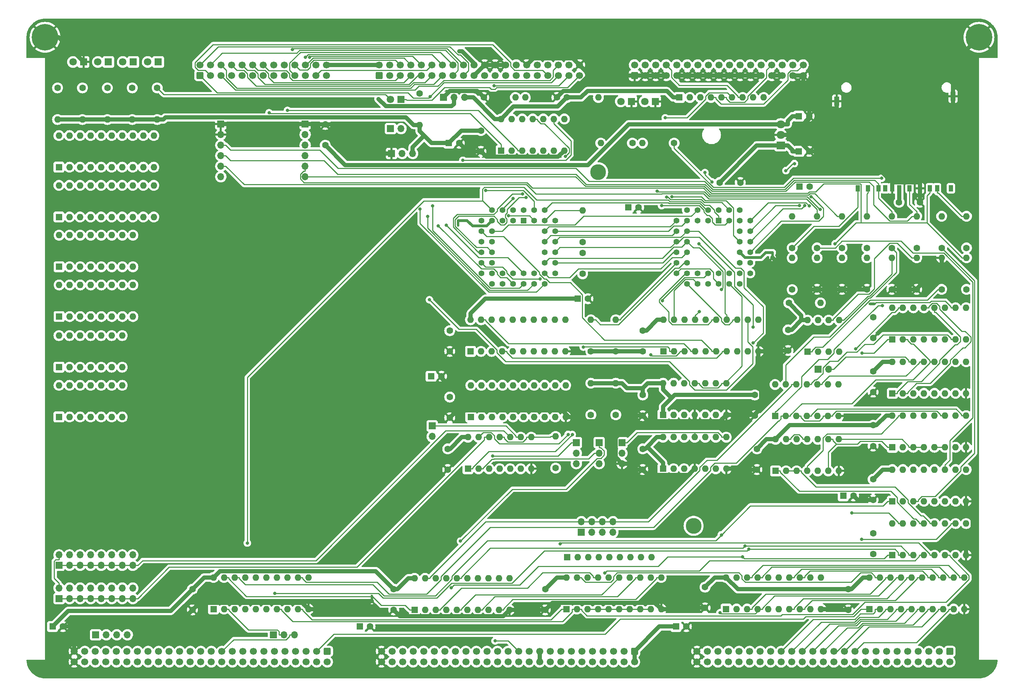
<source format=gbr>
%TF.GenerationSoftware,KiCad,Pcbnew,(6.0.11)*%
%TF.CreationDate,2023-09-05T06:14:28-04:00*%
%TF.ProjectId,input-output.Disk,696e7075-742d-46f7-9574-7075742e4469,rev?*%
%TF.SameCoordinates,Original*%
%TF.FileFunction,Copper,L1,Top*%
%TF.FilePolarity,Positive*%
%FSLAX46Y46*%
G04 Gerber Fmt 4.6, Leading zero omitted, Abs format (unit mm)*
G04 Created by KiCad (PCBNEW (6.0.11)) date 2023-09-05 06:14:29*
%MOMM*%
%LPD*%
G01*
G04 APERTURE LIST*
G04 Aperture macros list*
%AMRoundRect*
0 Rectangle with rounded corners*
0 $1 Rounding radius*
0 $2 $3 $4 $5 $6 $7 $8 $9 X,Y pos of 4 corners*
0 Add a 4 corners polygon primitive as box body*
4,1,4,$2,$3,$4,$5,$6,$7,$8,$9,$2,$3,0*
0 Add four circle primitives for the rounded corners*
1,1,$1+$1,$2,$3*
1,1,$1+$1,$4,$5*
1,1,$1+$1,$6,$7*
1,1,$1+$1,$8,$9*
0 Add four rect primitives between the rounded corners*
20,1,$1+$1,$2,$3,$4,$5,0*
20,1,$1+$1,$4,$5,$6,$7,0*
20,1,$1+$1,$6,$7,$8,$9,0*
20,1,$1+$1,$8,$9,$2,$3,0*%
G04 Aperture macros list end*
%TA.AperFunction,ComponentPad*%
%ADD10C,6.400000*%
%TD*%
%TA.AperFunction,ComponentPad*%
%ADD11RoundRect,0.250000X-0.600000X0.600000X-0.600000X-0.600000X0.600000X-0.600000X0.600000X0.600000X0*%
%TD*%
%TA.AperFunction,ComponentPad*%
%ADD12C,1.700000*%
%TD*%
%TA.AperFunction,ComponentPad*%
%ADD13C,1.600000*%
%TD*%
%TA.AperFunction,ComponentPad*%
%ADD14C,0.600000*%
%TD*%
%TA.AperFunction,ComponentPad*%
%ADD15R,1.600000X1.600000*%
%TD*%
%TA.AperFunction,ComponentPad*%
%ADD16O,1.600000X1.600000*%
%TD*%
%TA.AperFunction,ComponentPad*%
%ADD17R,1.422400X1.422400*%
%TD*%
%TA.AperFunction,ComponentPad*%
%ADD18C,1.422400*%
%TD*%
%TA.AperFunction,ComponentPad*%
%ADD19R,2.000000X1.905000*%
%TD*%
%TA.AperFunction,ComponentPad*%
%ADD20O,2.000000X1.905000*%
%TD*%
%TA.AperFunction,ComponentPad*%
%ADD21R,1.800000X1.800000*%
%TD*%
%TA.AperFunction,ComponentPad*%
%ADD22C,1.800000*%
%TD*%
%TA.AperFunction,SMDPad,CuDef*%
%ADD23R,1.000000X1.500000*%
%TD*%
%TA.AperFunction,SMDPad,CuDef*%
%ADD24R,1.200000X2.200000*%
%TD*%
%TA.AperFunction,ComponentPad*%
%ADD25R,1.700000X1.700000*%
%TD*%
%TA.AperFunction,ComponentPad*%
%ADD26O,1.700000X1.700000*%
%TD*%
%TA.AperFunction,ComponentPad*%
%ADD27RoundRect,0.250000X0.600000X-0.600000X0.600000X0.600000X-0.600000X0.600000X-0.600000X-0.600000X0*%
%TD*%
%TA.AperFunction,ComponentPad*%
%ADD28C,3.800000*%
%TD*%
%TA.AperFunction,ViaPad*%
%ADD29C,0.800000*%
%TD*%
%TA.AperFunction,Conductor*%
%ADD30C,0.250000*%
%TD*%
%TA.AperFunction,Conductor*%
%ADD31C,0.700000*%
%TD*%
%TA.AperFunction,Conductor*%
%ADD32C,1.000000*%
%TD*%
G04 APERTURE END LIST*
%TO.C,NT1*%
G36*
X239850000Y-139550000D02*
G01*
X238650000Y-139550000D01*
X238650000Y-138950000D01*
X239850000Y-138950000D01*
X239850000Y-139550000D01*
G37*
%TO.C,NT3*%
G36*
X139800000Y-120350000D02*
G01*
X139200000Y-120350000D01*
X139200000Y-119150000D01*
X139800000Y-119150000D01*
X139800000Y-120350000D01*
G37*
%TO.C,NT2*%
G36*
X119050000Y-210850000D02*
G01*
X118450000Y-210850000D01*
X118450000Y-209650000D01*
X119050000Y-209650000D01*
X119050000Y-210850000D01*
G37*
%TO.C,NT4*%
G36*
X215550000Y-128100000D02*
G01*
X214950000Y-128100000D01*
X214950000Y-126900000D01*
X215550000Y-126900000D01*
X215550000Y-128100000D01*
G37*
%TD*%
D10*
%TO.P,H2,1,1*%
%TO.N,GND*%
X265000000Y-75000000D03*
%TD*%
%TO.P,H1,1,1*%
%TO.N,GND*%
X40000000Y-75000000D03*
%TD*%
D11*
%TO.P,P2,1,Pin_1*%
%TO.N,VCC*%
X182000000Y-223000000D03*
D12*
%TO.P,P2,2,Pin_2*%
X182000000Y-225540000D03*
%TO.P,P2,3,Pin_3*%
%TO.N,/bus/A15*%
X179460000Y-223000000D03*
%TO.P,P2,4,Pin_4*%
%TO.N,/bus/A31*%
X179460000Y-225540000D03*
%TO.P,P2,5,Pin_5*%
%TO.N,/bus/A14*%
X176920000Y-223000000D03*
%TO.P,P2,6,Pin_6*%
%TO.N,/bus/A30*%
X176920000Y-225540000D03*
%TO.P,P2,7,Pin_7*%
%TO.N,/bus/A13*%
X174380000Y-223000000D03*
%TO.P,P2,8,Pin_8*%
%TO.N,/bus/A29*%
X174380000Y-225540000D03*
%TO.P,P2,9,Pin_9*%
%TO.N,/bus/A12*%
X171840000Y-223000000D03*
%TO.P,P2,10,Pin_10*%
%TO.N,/bus/A28*%
X171840000Y-225540000D03*
%TO.P,P2,11,Pin_11*%
%TO.N,/bus/A11*%
X169300000Y-223000000D03*
%TO.P,P2,12,Pin_12*%
%TO.N,/bus/A27*%
X169300000Y-225540000D03*
%TO.P,P2,13,Pin_13*%
%TO.N,/bus/A10*%
X166760000Y-223000000D03*
%TO.P,P2,14,Pin_14*%
%TO.N,/bus/A26*%
X166760000Y-225540000D03*
%TO.P,P2,15,Pin_15*%
%TO.N,/bus/A9*%
X164220000Y-223000000D03*
%TO.P,P2,16,Pin_16*%
%TO.N,/bus/A25*%
X164220000Y-225540000D03*
%TO.P,P2,17,Pin_17*%
%TO.N,/bus/A8*%
X161680000Y-223000000D03*
%TO.P,P2,18,Pin_18*%
%TO.N,/bus/A24*%
X161680000Y-225540000D03*
%TO.P,P2,19,Pin_19*%
%TO.N,+12V*%
X159140000Y-223000000D03*
%TO.P,P2,20,Pin_20*%
X159140000Y-225540000D03*
%TO.P,P2,21,Pin_21*%
%TO.N,A7*%
X156600000Y-223000000D03*
%TO.P,P2,22,Pin_22*%
%TO.N,/bus/A23*%
X156600000Y-225540000D03*
%TO.P,P2,23,Pin_23*%
%TO.N,A6*%
X154060000Y-223000000D03*
%TO.P,P2,24,Pin_24*%
%TO.N,/bus/A22*%
X154060000Y-225540000D03*
%TO.P,P2,25,Pin_25*%
%TO.N,A5*%
X151520000Y-223000000D03*
%TO.P,P2,26,Pin_26*%
%TO.N,/bus/A21*%
X151520000Y-225540000D03*
%TO.P,P2,27,Pin_27*%
%TO.N,A4*%
X148980000Y-223000000D03*
%TO.P,P2,28,Pin_28*%
%TO.N,/bus/A20*%
X148980000Y-225540000D03*
%TO.P,P2,29,Pin_29*%
%TO.N,A3*%
X146440000Y-223000000D03*
%TO.P,P2,30,Pin_30*%
%TO.N,/bus/A19*%
X146440000Y-225540000D03*
%TO.P,P2,31,Pin_31*%
%TO.N,A2*%
X143900000Y-223000000D03*
%TO.P,P2,32,Pin_32*%
%TO.N,/bus/A18*%
X143900000Y-225540000D03*
%TO.P,P2,33,Pin_33*%
%TO.N,A1*%
X141360000Y-223000000D03*
%TO.P,P2,34,Pin_34*%
%TO.N,/bus/A17*%
X141360000Y-225540000D03*
%TO.P,P2,35,Pin_35*%
%TO.N,A0*%
X138820000Y-223000000D03*
%TO.P,P2,36,Pin_36*%
%TO.N,/bus/A16*%
X138820000Y-225540000D03*
%TO.P,P2,37,Pin_37*%
%TO.N,-12V*%
X136280000Y-223000000D03*
%TO.P,P2,38,Pin_38*%
X136280000Y-225540000D03*
%TO.P,P2,39,Pin_39*%
%TO.N,/bus/IC3*%
X133740000Y-223000000D03*
%TO.P,P2,40,Pin_40*%
%TO.N,~{TEND1}*%
X133740000Y-225540000D03*
%TO.P,P2,41,Pin_41*%
%TO.N,/bus/IC2*%
X131200000Y-223000000D03*
%TO.P,P2,42,Pin_42*%
%TO.N,~{DREQ1}*%
X131200000Y-225540000D03*
%TO.P,P2,43,Pin_43*%
%TO.N,/bus/IC1*%
X128660000Y-223000000D03*
%TO.P,P2,44,Pin_44*%
%TO.N,~{TEND0}*%
X128660000Y-225540000D03*
%TO.P,P2,45,Pin_45*%
%TO.N,/bus/IC0*%
X126120000Y-223000000D03*
%TO.P,P2,46,Pin_46*%
%TO.N,~{DREQ0}*%
X126120000Y-225540000D03*
%TO.P,P2,47,Pin_47*%
%TO.N,/bus/AUXCLK1*%
X123580000Y-223000000D03*
%TO.P,P2,48,Pin_48*%
%TO.N,/bus/AUXCLK0*%
X123580000Y-225540000D03*
%TO.P,P2,49,Pin_49*%
%TO.N,GND*%
X121040000Y-223000000D03*
%TO.P,P2,50,Pin_50*%
X121040000Y-225540000D03*
%TD*%
D11*
%TO.P,P3,1,Pin_1*%
%TO.N,VCC*%
X258000000Y-223000000D03*
D12*
%TO.P,P3,2,Pin_2*%
X258000000Y-225540000D03*
%TO.P,P3,3,Pin_3*%
%TO.N,/bus/D15*%
X255460000Y-223000000D03*
%TO.P,P3,4,Pin_4*%
%TO.N,/bus/D31*%
X255460000Y-225540000D03*
%TO.P,P3,5,Pin_5*%
%TO.N,/bus/D14*%
X252920000Y-223000000D03*
%TO.P,P3,6,Pin_6*%
%TO.N,/bus/D30*%
X252920000Y-225540000D03*
%TO.P,P3,7,Pin_7*%
%TO.N,/bus/D13*%
X250380000Y-223000000D03*
%TO.P,P3,8,Pin_8*%
%TO.N,/bus/D29*%
X250380000Y-225540000D03*
%TO.P,P3,9,Pin_9*%
%TO.N,/bus/D12*%
X247840000Y-223000000D03*
%TO.P,P3,10,Pin_10*%
%TO.N,/bus/D28*%
X247840000Y-225540000D03*
%TO.P,P3,11,Pin_11*%
%TO.N,/bus/D11*%
X245300000Y-223000000D03*
%TO.P,P3,12,Pin_12*%
%TO.N,/bus/D27*%
X245300000Y-225540000D03*
%TO.P,P3,13,Pin_13*%
%TO.N,/bus/D10*%
X242760000Y-223000000D03*
%TO.P,P3,14,Pin_14*%
%TO.N,/bus/D26*%
X242760000Y-225540000D03*
%TO.P,P3,15,Pin_15*%
%TO.N,/bus/D9*%
X240220000Y-223000000D03*
%TO.P,P3,16,Pin_16*%
%TO.N,/bus/D25*%
X240220000Y-225540000D03*
%TO.P,P3,17,Pin_17*%
%TO.N,/bus/D8*%
X237680000Y-223000000D03*
%TO.P,P3,18,Pin_18*%
%TO.N,/bus/D24*%
X237680000Y-225540000D03*
%TO.P,P3,19,Pin_19*%
%TO.N,D7*%
X235140000Y-223000000D03*
%TO.P,P3,20,Pin_20*%
%TO.N,/bus/D23*%
X235140000Y-225540000D03*
%TO.P,P3,21,Pin_21*%
%TO.N,D6*%
X232600000Y-223000000D03*
%TO.P,P3,22,Pin_22*%
%TO.N,/bus/D22*%
X232600000Y-225540000D03*
%TO.P,P3,23,Pin_23*%
%TO.N,D5*%
X230060000Y-223000000D03*
%TO.P,P3,24,Pin_24*%
%TO.N,/bus/D21*%
X230060000Y-225540000D03*
%TO.P,P3,25,Pin_25*%
%TO.N,D4*%
X227520000Y-223000000D03*
%TO.P,P3,26,Pin_26*%
%TO.N,/bus/D20*%
X227520000Y-225540000D03*
%TO.P,P3,27,Pin_27*%
%TO.N,D3*%
X224980000Y-223000000D03*
%TO.P,P3,28,Pin_28*%
%TO.N,/bus/D19*%
X224980000Y-225540000D03*
%TO.P,P3,29,Pin_29*%
%TO.N,D2*%
X222440000Y-223000000D03*
%TO.P,P3,30,Pin_30*%
%TO.N,/bus/D18*%
X222440000Y-225540000D03*
%TO.P,P3,31,Pin_31*%
%TO.N,D1*%
X219900000Y-223000000D03*
%TO.P,P3,32,Pin_32*%
%TO.N,/bus/D17*%
X219900000Y-225540000D03*
%TO.P,P3,33,Pin_33*%
%TO.N,D0*%
X217360000Y-223000000D03*
%TO.P,P3,34,Pin_34*%
%TO.N,/bus/D16*%
X217360000Y-225540000D03*
%TO.P,P3,35,Pin_35*%
%TO.N,/bus/~{BUSERR}*%
X214820000Y-223000000D03*
%TO.P,P3,36,Pin_36*%
%TO.N,/bus/UDS*%
X214820000Y-225540000D03*
%TO.P,P3,37,Pin_37*%
%TO.N,/bus/~{VPA}*%
X212280000Y-223000000D03*
%TO.P,P3,38,Pin_38*%
%TO.N,/bus/LDS*%
X212280000Y-225540000D03*
%TO.P,P3,39,Pin_39*%
%TO.N,/bus/~{VMA}*%
X209740000Y-223000000D03*
%TO.P,P3,40,Pin_40*%
%TO.N,/bus/S2*%
X209740000Y-225540000D03*
%TO.P,P3,41,Pin_41*%
%TO.N,/bus/~{BHE}*%
X207200000Y-223000000D03*
%TO.P,P3,42,Pin_42*%
%TO.N,/bus/S1*%
X207200000Y-225540000D03*
%TO.P,P3,43,Pin_43*%
%TO.N,/bus/IPL2*%
X204660000Y-223000000D03*
%TO.P,P3,44,Pin_44*%
%TO.N,/bus/S0*%
X204660000Y-225540000D03*
%TO.P,P3,45,Pin_45*%
%TO.N,/bus/IPL1*%
X202120000Y-223000000D03*
%TO.P,P3,46,Pin_46*%
%TO.N,/bus/AUXCLK3*%
X202120000Y-225540000D03*
%TO.P,P3,47,Pin_47*%
%TO.N,/bus/IPL0*%
X199580000Y-223000000D03*
%TO.P,P3,48,Pin_48*%
%TO.N,/bus/AUXCLK2*%
X199580000Y-225540000D03*
%TO.P,P3,49,Pin_49*%
%TO.N,GND*%
X197040000Y-223000000D03*
%TO.P,P3,50,Pin_50*%
X197040000Y-225540000D03*
%TD*%
D11*
%TO.P,P1,1,Pin_1*%
%TO.N,VCC*%
X108000000Y-223000000D03*
D12*
%TO.P,P1,2,Pin_2*%
X108000000Y-225540000D03*
%TO.P,P1,3,Pin_3*%
%TO.N,~{RD}*%
X105460000Y-223000000D03*
%TO.P,P1,4,Pin_4*%
%TO.N,/bus/E*%
X105460000Y-225540000D03*
%TO.P,P1,5,Pin_5*%
%TO.N,~{WR}*%
X102920000Y-223000000D03*
%TO.P,P1,6,Pin_6*%
%TO.N,/bus/ST*%
X102920000Y-225540000D03*
%TO.P,P1,7,Pin_7*%
%TO.N,~{IORQ}*%
X100380000Y-223000000D03*
%TO.P,P1,8,Pin_8*%
%TO.N,/bus/PHI*%
X100380000Y-225540000D03*
%TO.P,P1,9,Pin_9*%
%TO.N,/bus/~{MREQ}*%
X97840000Y-223000000D03*
%TO.P,P1,10,Pin_10*%
%TO.N,/bus/~{INT2}*%
X97840000Y-225540000D03*
%TO.P,P1,11,Pin_11*%
%TO.N,~{M1}*%
X95300000Y-223000000D03*
%TO.P,P1,12,Pin_12*%
%TO.N,/bus/~{INT1}*%
X95300000Y-225540000D03*
%TO.P,P1,13,Pin_13*%
%TO.N,/bus/~{BUSACK}*%
X92760000Y-223000000D03*
%TO.P,P1,14,Pin_14*%
%TO.N,/bus/CRUCLK*%
X92760000Y-225540000D03*
%TO.P,P1,15,Pin_15*%
%TO.N,CLK*%
X90220000Y-223000000D03*
%TO.P,P1,16,Pin_16*%
%TO.N,/bus/CRUOUT*%
X90220000Y-225540000D03*
%TO.P,P1,17,Pin_17*%
%TO.N,/bus/~{INT0}*%
X87680000Y-223000000D03*
%TO.P,P1,18,Pin_18*%
%TO.N,/bus/CRUIN*%
X87680000Y-225540000D03*
%TO.P,P1,19,Pin_19*%
%TO.N,/bus/~{NMI}*%
X85140000Y-223000000D03*
%TO.P,P1,20,Pin_20*%
%TO.N,~{RES_IN}*%
X85140000Y-225540000D03*
%TO.P,P1,21,Pin_21*%
%TO.N,~{RES_OUT}*%
X82600000Y-223000000D03*
%TO.P,P1,22,Pin_22*%
%TO.N,/bus/USER8*%
X82600000Y-225540000D03*
%TO.P,P1,23,Pin_23*%
%TO.N,/bus/~{BUSRQ}*%
X80060000Y-223000000D03*
%TO.P,P1,24,Pin_24*%
%TO.N,/bus/USER7*%
X80060000Y-225540000D03*
%TO.P,P1,25,Pin_25*%
%TO.N,/bus/~{WAIT}*%
X77520000Y-223000000D03*
%TO.P,P1,26,Pin_26*%
%TO.N,/bus/USER6*%
X77520000Y-225540000D03*
%TO.P,P1,27,Pin_27*%
%TO.N,/bus/~{HALT}*%
X74980000Y-223000000D03*
%TO.P,P1,28,Pin_28*%
%TO.N,/bus/USER5*%
X74980000Y-225540000D03*
%TO.P,P1,29,Pin_29*%
%TO.N,/bus/~{RFSH}*%
X72440000Y-223000000D03*
%TO.P,P1,30,Pin_30*%
%TO.N,/bus/USER4*%
X72440000Y-225540000D03*
%TO.P,P1,31,Pin_31*%
%TO.N,~{EIRQ7}*%
X69900000Y-223000000D03*
%TO.P,P1,32,Pin_32*%
%TO.N,/bus/USER3*%
X69900000Y-225540000D03*
%TO.P,P1,33,Pin_33*%
%TO.N,~{EIRQ6}*%
X67360000Y-223000000D03*
%TO.P,P1,34,Pin_34*%
%TO.N,/bus/USER2*%
X67360000Y-225540000D03*
%TO.P,P1,35,Pin_35*%
%TO.N,~{EIRQ5}*%
X64820000Y-223000000D03*
%TO.P,P1,36,Pin_36*%
%TO.N,/bus/USER1*%
X64820000Y-225540000D03*
%TO.P,P1,37,Pin_37*%
%TO.N,~{EIRQ4}*%
X62280000Y-223000000D03*
%TO.P,P1,38,Pin_38*%
%TO.N,/bus/USER0*%
X62280000Y-225540000D03*
%TO.P,P1,39,Pin_39*%
%TO.N,~{EIRQ3}*%
X59740000Y-223000000D03*
%TO.P,P1,40,Pin_40*%
%TO.N,~{BAI}*%
X59740000Y-225540000D03*
%TO.P,P1,41,Pin_41*%
%TO.N,~{EIRQ2}*%
X57200000Y-223000000D03*
%TO.P,P1,42,Pin_42*%
%TO.N,~{BAO}*%
X57200000Y-225540000D03*
%TO.P,P1,43,Pin_43*%
%TO.N,~{EIRQ1}*%
X54660000Y-223000000D03*
%TO.P,P1,44,Pin_44*%
%TO.N,~{IEI}*%
X54660000Y-225540000D03*
%TO.P,P1,45,Pin_45*%
%TO.N,~{EIRQ0}*%
X52120000Y-223000000D03*
%TO.P,P1,46,Pin_46*%
%TO.N,~{IEO}*%
X52120000Y-225540000D03*
%TO.P,P1,47,Pin_47*%
%TO.N,/bus/I2C_SCL*%
X49580000Y-223000000D03*
%TO.P,P1,48,Pin_48*%
%TO.N,/bus/I2C_SDA*%
X49580000Y-225540000D03*
%TO.P,P1,49,Pin_49*%
%TO.N,GND*%
X47040000Y-223000000D03*
%TO.P,P1,50,Pin_50*%
X47040000Y-225540000D03*
%TD*%
D13*
%TO.P,C16,1*%
%TO.N,VCC*%
X137500000Y-161690000D03*
%TO.P,C16,2*%
%TO.N,GND*%
X137500000Y-166690000D03*
%TD*%
D14*
%TO.P,NT1,1,1*%
%TO.N,VCC*%
X238650000Y-139250000D03*
%TO.P,NT1,2,2*%
%TO.N,ONE*%
X239850000Y-139250000D03*
%TD*%
D15*
%TO.P,RP1,1,common*%
%TO.N,VCC*%
X192825000Y-89500000D03*
D16*
%TO.P,RP1,2,R1*%
%TO.N,unconnected-(RP1-Pad2)*%
X195365000Y-89500000D03*
%TO.P,RP1,3,R2*%
%TO.N,/FDC/~{RDD}*%
X197905000Y-89500000D03*
%TO.P,RP1,4,R3*%
%TO.N,/FDC/~{DCHG}*%
X200445000Y-89500000D03*
%TO.P,RP1,5,R4*%
%TO.N,/FDC/~{WP}*%
X202985000Y-89500000D03*
%TO.P,RP1,6,R5*%
%TO.N,/FDC/~{TR00}*%
X205525000Y-89500000D03*
%TO.P,RP1,7,R6*%
%TO.N,/FDC/~{IDX}*%
X208065000Y-89500000D03*
%TO.P,RP1,8,R7*%
%TO.N,/FDC/PCVAL*%
X210605000Y-89500000D03*
%TO.P,RP1,9,R8*%
%TO.N,unconnected-(RP1-Pad9)*%
X213145000Y-89500000D03*
%TD*%
D17*
%TO.P,U8,1,/RD*%
%TO.N,~{bRD}*%
X202270000Y-119150000D03*
D18*
%TO.P,U8,2,/WR*%
%TO.N,~{bWR}*%
X199730000Y-116610000D03*
%TO.P,U8,3,/CS*%
%TO.N,~{MSR-DATA}*%
X199730000Y-119150000D03*
%TO.P,U8,4,A0*%
%TO.N,bA0*%
X197190000Y-116610000D03*
%TO.P,U8,5,/DACK*%
%TO.N,~{FDC-DACK}*%
X197190000Y-119150000D03*
%TO.P,U8,6,TC*%
%TO.N,FDC-TC*%
X194650000Y-116610000D03*
%TO.P,U8,7,DB0*%
%TO.N,bD0*%
X192110000Y-119150000D03*
%TO.P,U8,8,DB1*%
%TO.N,bD1*%
X194650000Y-119150000D03*
%TO.P,U8,9,DB2*%
%TO.N,bD2*%
X192110000Y-121690000D03*
%TO.P,U8,10,DB3*%
%TO.N,bD3*%
X194650000Y-121690000D03*
%TO.P,U8,11,DB4*%
%TO.N,bD4*%
X192110000Y-124230000D03*
%TO.P,U8,12,DB5*%
%TO.N,bD5*%
X194650000Y-124230000D03*
%TO.P,U8,13,DB6*%
%TO.N,bD6*%
X192110000Y-126770000D03*
%TO.P,U8,14,DB7*%
%TO.N,bD7*%
X194650000Y-126770000D03*
%TO.P,U8,15,DMA*%
%TO.N,/FDC/FDC_DMA*%
X192110000Y-129310000D03*
%TO.P,U8,16,IRQ*%
%TO.N,INT_FDC*%
X194650000Y-129310000D03*
%TO.P,U8,17,/DCHGEN*%
%TO.N,ZERO*%
X192110000Y-131850000D03*
%TO.P,U8,18,/LDOR*%
%TO.N,~{LDOR}*%
X194650000Y-134390000D03*
%TO.P,U8,19,/LDCR*%
%TO.N,~{LDCR}*%
X194650000Y-131850000D03*
%TO.P,U8,20,RST*%
%TO.N,FDC-RESET*%
X197190000Y-134390000D03*
%TO.P,U8,21,/RDD*%
%TO.N,/FDC/~{RDD}*%
X197190000Y-131850000D03*
%TO.P,U8,22,/XT2*%
%TO.N,unconnected-(U8-Pad22)*%
X199730000Y-134390000D03*
%TO.P,U8,23,XT2*%
%TO.N,Net-(P7-Pad2)*%
X199730000Y-131850000D03*
%TO.P,U8,24,DRV*%
%TO.N,ZERO*%
X202270000Y-134390000D03*
%TO.P,U8,25,/XT1*%
%TO.N,unconnected-(U8-Pad25)*%
X202270000Y-131850000D03*
%TO.P,U8,26,XT1*%
%TO.N,16MHZ-CLK*%
X204810000Y-134390000D03*
%TO.P,U8,27,PCVAL*%
%TO.N,/FDC/PCVAL*%
X204810000Y-131850000D03*
%TO.P,U8,28,/HS*%
%TO.N,/FDC/~{HS}*%
X207350000Y-134390000D03*
%TO.P,U8,29,/WE*%
%TO.N,/FDC/~{WE}*%
X209890000Y-131850000D03*
%TO.P,U8,30,/WD*%
%TO.N,/FDC/~{WD}*%
X207350000Y-131850000D03*
%TO.P,U8,31,/DIRC*%
%TO.N,/FDC/~{DIRC}*%
X209890000Y-129310000D03*
%TO.P,U8,32,/STEP*%
%TO.N,/FDC/~{STEP}*%
X207350000Y-129310000D03*
%TO.P,U8,33,/DS1*%
%TO.N,/FDC/~{DS1}*%
X209890000Y-126770000D03*
%TO.P,U8,34,GND*%
%TO.N,/FDC/GND_PLCC*%
X207350000Y-126770000D03*
%TO.P,U8,35,/DS2*%
%TO.N,/FDC/~{DS2}*%
X209890000Y-124230000D03*
%TO.P,U8,36,/MO1/DS3*%
%TO.N,/FDC/~{MO1}*%
X207350000Y-124230000D03*
%TO.P,U8,37,/MO2/DS4*%
%TO.N,/FDC/~{MO2}*%
X209890000Y-121690000D03*
%TO.P,U8,38,/HDL*%
%TO.N,unconnected-(U8-Pad38)*%
X207350000Y-121690000D03*
%TO.P,U8,39,/RWC/RPM*%
%TO.N,/FDC/~{RWC}*%
X209890000Y-119150000D03*
%TO.P,U8,40,/DCHG*%
%TO.N,/FDC/~{DCHG}*%
X207350000Y-116610000D03*
%TO.P,U8,41,/WP*%
%TO.N,/FDC/~{WP}*%
X207350000Y-119150000D03*
%TO.P,U8,42,/TR00*%
%TO.N,/FDC/~{TR00}*%
X204810000Y-116610000D03*
%TO.P,U8,43,/IDX*%
%TO.N,/FDC/~{IDX}*%
X204810000Y-119150000D03*
%TO.P,U8,44,VCC*%
%TO.N,VCC*%
X202270000Y-116610000D03*
%TD*%
D15*
%TO.P,U25,1,~{MR}*%
%TO.N,/WIZNET/~{CLR}*%
X244125000Y-173800000D03*
D16*
%TO.P,U25,2,CP*%
%TO.N,bCLK*%
X246665000Y-173800000D03*
%TO.P,U25,3,D0*%
%TO.N,/WIZNET/~{TR}*%
X249205000Y-173800000D03*
%TO.P,U25,4,D1*%
X251745000Y-173800000D03*
%TO.P,U25,5,D2*%
%TO.N,/WIZNET/QD*%
X254285000Y-173800000D03*
%TO.P,U25,6,D3*%
X256825000Y-173800000D03*
%TO.P,U25,7,CEP*%
%TO.N,/WIZNET/~{QD}*%
X259365000Y-173800000D03*
%TO.P,U25,8,GND*%
%TO.N,GND*%
X261905000Y-173800000D03*
%TO.P,U25,9,~{PE}*%
%TO.N,/WIZNET/~{QD}*%
X261905000Y-166180000D03*
%TO.P,U25,10,CET*%
%TO.N,ONE*%
X259365000Y-166180000D03*
%TO.P,U25,11,Q3*%
%TO.N,/WIZNET/QD*%
X256825000Y-166180000D03*
%TO.P,U25,12,Q2*%
%TO.N,unconnected-(U25-Pad12)*%
X254285000Y-166180000D03*
%TO.P,U25,13,Q1*%
%TO.N,unconnected-(U25-Pad13)*%
X251745000Y-166180000D03*
%TO.P,U25,14,Q0*%
%TO.N,unconnected-(U25-Pad14)*%
X249205000Y-166180000D03*
%TO.P,U25,15,TC*%
%TO.N,/WIZNET/RCO*%
X246665000Y-166180000D03*
%TO.P,U25,16,VCC*%
%TO.N,VCC*%
X244125000Y-166180000D03*
%TD*%
D13*
%TO.P,R40,1*%
%TO.N,GND*%
X226000000Y-135750000D03*
D16*
%TO.P,R40,2*%
%TO.N,/WIZNET/~{CS0}*%
X226000000Y-128130000D03*
%TD*%
D19*
%TO.P,U20,1,VI*%
%TO.N,VCC*%
X217230000Y-101040000D03*
D20*
%TO.P,U20,2,GND*%
%TO.N,GND*%
X217230000Y-98500000D03*
%TO.P,U20,3,VO*%
%TO.N,VDD*%
X217230000Y-95960000D03*
%TD*%
D15*
%TO.P,J2,1,Pin_1*%
%TO.N,unconnected-(J2-Pad1)*%
X43375000Y-130300000D03*
D16*
%TO.P,J2,2,Pin_2*%
%TO.N,unconnected-(J2-Pad2)*%
X45915000Y-130300000D03*
%TO.P,J2,3,Pin_3*%
%TO.N,unconnected-(J2-Pad3)*%
X48455000Y-130300000D03*
%TO.P,J2,4,Pin_4*%
%TO.N,unconnected-(J2-Pad4)*%
X50995000Y-130300000D03*
%TO.P,J2,5,Pin_5*%
%TO.N,unconnected-(J2-Pad5)*%
X53535000Y-130300000D03*
%TO.P,J2,6,Pin_6*%
%TO.N,unconnected-(J2-Pad6)*%
X56075000Y-130300000D03*
%TO.P,J2,7,Pin_7*%
%TO.N,unconnected-(J2-Pad7)*%
X58615000Y-130300000D03*
%TO.P,J2,8,Pin_8*%
%TO.N,unconnected-(J2-Pad8)*%
X61155000Y-130300000D03*
%TO.P,J2,9,Pin_9*%
%TO.N,unconnected-(J2-Pad9)*%
X61155000Y-122680000D03*
%TO.P,J2,10,Pin_10*%
%TO.N,unconnected-(J2-Pad10)*%
X58615000Y-122680000D03*
%TO.P,J2,11,Pin_11*%
%TO.N,unconnected-(J2-Pad11)*%
X56075000Y-122680000D03*
%TO.P,J2,12,Pin_12*%
%TO.N,unconnected-(J2-Pad12)*%
X53535000Y-122680000D03*
%TO.P,J2,13,Pin_13*%
%TO.N,unconnected-(J2-Pad13)*%
X50995000Y-122680000D03*
%TO.P,J2,14,Pin_14*%
%TO.N,unconnected-(J2-Pad14)*%
X48455000Y-122680000D03*
%TO.P,J2,15,Pin_15*%
%TO.N,unconnected-(J2-Pad15)*%
X45915000Y-122680000D03*
%TO.P,J2,16,Pin_16*%
%TO.N,unconnected-(J2-Pad16)*%
X43375000Y-122680000D03*
%TD*%
D14*
%TO.P,NT3,1,1*%
%TO.N,GND*%
X139500000Y-120350000D03*
%TO.P,NT3,2,2*%
%TO.N,/PPIDE/GND_PLCC*%
X139500000Y-119150000D03*
%TD*%
D13*
%TO.P,R6,1*%
%TO.N,GND*%
X145690000Y-89500000D03*
D16*
%TO.P,R6,2*%
%TO.N,/PPIDE/CSEL*%
X153310000Y-89500000D03*
%TD*%
D15*
%TO.P,C22,1*%
%TO.N,VCC*%
X115794900Y-217000000D03*
D13*
%TO.P,C22,2*%
%TO.N,GND*%
X118294900Y-217000000D03*
%TD*%
%TO.P,C10,1*%
%TO.N,VCC*%
X137500000Y-145690000D03*
%TO.P,C10,2*%
%TO.N,GND*%
X137500000Y-150690000D03*
%TD*%
D21*
%TO.P,D1,1,K*%
%TO.N,GND*%
X49250000Y-80950000D03*
D22*
%TO.P,D1,2,A*%
%TO.N,Net-(D1-Pad2)*%
X46710000Y-80950000D03*
%TD*%
D23*
%TO.P,J12,1,CD/DAT3*%
%TO.N,/WIZNET/~{CS2}*%
X238280000Y-111400000D03*
%TO.P,J12,2,CMD*%
%TO.N,/WIZNET/MOSI*%
X240780000Y-111400000D03*
%TO.P,J12,3,VSS*%
%TO.N,GND*%
X244080000Y-111400000D03*
%TO.P,J12,4,VDD*%
%TO.N,VDD*%
X245780000Y-111400000D03*
%TO.P,J12,5,CLK*%
%TO.N,/WIZNET/SCK*%
X248280000Y-111400000D03*
%TO.P,J12,6,VSS*%
%TO.N,GND*%
X250780000Y-111400000D03*
%TO.P,J12,7,DAT0*%
%TO.N,/WIZNET/MISO*%
X253200000Y-111400000D03*
%TO.P,J12,8,DAT1*%
%TO.N,Net-(J12-Pad8)*%
X254900000Y-111400000D03*
%TO.P,J12,9,DAT2*%
%TO.N,Net-(J12-Pad9)*%
X235780000Y-111400000D03*
%TO.P,J12,10,CARD_DETECT*%
%TO.N,unconnected-(J12-Pad10)*%
X242430000Y-111400000D03*
%TO.P,J12,11,WRITE_PROTECT*%
%TO.N,unconnected-(J12-Pad11)*%
X258250000Y-111400000D03*
D24*
%TO.P,J12,12,SHELL1*%
%TO.N,GND*%
X230750000Y-90400000D03*
%TO.P,J12,13,SHELL2*%
X258750000Y-89200000D03*
%TD*%
D13*
%TO.P,C14,1*%
%TO.N,VCC*%
X160500000Y-208000000D03*
%TO.P,C14,2*%
%TO.N,GND*%
X160500000Y-213000000D03*
%TD*%
%TO.P,R44,1*%
%TO.N,GND*%
X244000000Y-135750000D03*
D16*
%TO.P,R44,2*%
%TO.N,/WIZNET/MOSI*%
X244000000Y-128130000D03*
%TD*%
D13*
%TO.P,R29,1*%
%TO.N,VDD*%
X220000000Y-135810000D03*
D16*
%TO.P,R29,2*%
%TO.N,Net-(R29-Pad2)*%
X220000000Y-128190000D03*
%TD*%
D21*
%TO.P,D4,1,K*%
%TO.N,/GAL/~{CS_FDC_LED}*%
X55250000Y-80950000D03*
D22*
%TO.P,D4,2,A*%
%TO.N,Net-(D4-Pad2)*%
X52710000Y-80950000D03*
%TD*%
D15*
%TO.P,C20,1*%
%TO.N,VCC*%
X192000000Y-217000000D03*
D13*
%TO.P,C20,2*%
%TO.N,GND*%
X194500000Y-217000000D03*
%TD*%
D25*
%TO.P,U31,J1-1,GND*%
%TO.N,GND*%
X82340000Y-95900000D03*
D26*
%TO.P,U31,J1-2,GND*%
X82340000Y-98440000D03*
%TO.P,U31,J1-3,MOSI*%
%TO.N,/WIZNET/MOSI*%
X82340000Y-100980000D03*
%TO.P,U31,J1-4,SCLK*%
%TO.N,/WIZNET/SCK*%
X82340000Y-103520000D03*
%TO.P,U31,J1-5,~{SCN}*%
%TO.N,/WIZNET/~{CS0}*%
X82340000Y-106060000D03*
%TO.P,U31,J1-6,~{INT}*%
%TO.N,Net-(JP2-Pad2)*%
X82340000Y-108600000D03*
D25*
%TO.P,U31,J2-1,GND*%
%TO.N,GND*%
X102660000Y-95880000D03*
D26*
%TO.P,U31,J2-2,VDD*%
%TO.N,VDD*%
X102660000Y-98420000D03*
%TO.P,U31,J2-3,VDD*%
X102660000Y-100960000D03*
%TO.P,U31,J2-4,NC*%
%TO.N,unconnected-(U31-PadJ2-4)*%
X102660000Y-103500000D03*
%TO.P,U31,J2-5,~{RST}*%
%TO.N,/WIZNET/~{RST}*%
X102660000Y-106040000D03*
%TO.P,U31,J2-6,MISO*%
%TO.N,/WIZNET/MISO*%
X102660000Y-108580000D03*
%TD*%
D13*
%TO.P,C7,1*%
%TO.N,VCC*%
X239500000Y-168500000D03*
%TO.P,C7,2*%
%TO.N,GND*%
X239500000Y-173500000D03*
%TD*%
D15*
%TO.P,C27,1*%
%TO.N,VCC*%
X137294900Y-100500000D03*
D13*
%TO.P,C27,2*%
%TO.N,GND*%
X139794900Y-100500000D03*
%TD*%
D25*
%TO.P,P7,1,Pin_1*%
%TO.N,Net-(P7-Pad1)*%
X179000000Y-172665000D03*
D26*
%TO.P,P7,2,Pin_2*%
%TO.N,Net-(P7-Pad2)*%
X179000000Y-175205000D03*
%TO.P,P7,3,Pin_3*%
%TO.N,GND*%
X179000000Y-177745000D03*
%TD*%
D15*
%TO.P,J5,1,Pin_1*%
%TO.N,unconnected-(J5-Pad1)*%
X43375000Y-142300000D03*
D16*
%TO.P,J5,2,Pin_2*%
%TO.N,unconnected-(J5-Pad2)*%
X45915000Y-142300000D03*
%TO.P,J5,3,Pin_3*%
%TO.N,unconnected-(J5-Pad3)*%
X48455000Y-142300000D03*
%TO.P,J5,4,Pin_4*%
%TO.N,unconnected-(J5-Pad4)*%
X50995000Y-142300000D03*
%TO.P,J5,5,Pin_5*%
%TO.N,unconnected-(J5-Pad5)*%
X53535000Y-142300000D03*
%TO.P,J5,6,Pin_6*%
%TO.N,unconnected-(J5-Pad6)*%
X56075000Y-142300000D03*
%TO.P,J5,7,Pin_7*%
%TO.N,unconnected-(J5-Pad7)*%
X58615000Y-142300000D03*
%TO.P,J5,8,Pin_8*%
%TO.N,unconnected-(J5-Pad8)*%
X61155000Y-142300000D03*
%TO.P,J5,9,Pin_9*%
%TO.N,unconnected-(J5-Pad9)*%
X61155000Y-134680000D03*
%TO.P,J5,10,Pin_10*%
%TO.N,unconnected-(J5-Pad10)*%
X58615000Y-134680000D03*
%TO.P,J5,11,Pin_11*%
%TO.N,unconnected-(J5-Pad11)*%
X56075000Y-134680000D03*
%TO.P,J5,12,Pin_12*%
%TO.N,unconnected-(J5-Pad12)*%
X53535000Y-134680000D03*
%TO.P,J5,13,Pin_13*%
%TO.N,unconnected-(J5-Pad13)*%
X50995000Y-134680000D03*
%TO.P,J5,14,Pin_14*%
%TO.N,unconnected-(J5-Pad14)*%
X48455000Y-134680000D03*
%TO.P,J5,15,Pin_15*%
%TO.N,unconnected-(J5-Pad15)*%
X45915000Y-134680000D03*
%TO.P,J5,16,Pin_16*%
%TO.N,unconnected-(J5-Pad16)*%
X43375000Y-134680000D03*
%TD*%
D21*
%TO.P,D2,1,K*%
%TO.N,/PPIDE/~{ACTIVE}*%
X125750000Y-90000000D03*
D22*
%TO.P,D2,2,A*%
%TO.N,Net-(D2-Pad2)*%
X123210000Y-90000000D03*
%TD*%
D14*
%TO.P,NT2,1,1*%
%TO.N,GND*%
X118750000Y-210850000D03*
%TO.P,NT2,2,2*%
%TO.N,ZERO*%
X118750000Y-209650000D03*
%TD*%
D15*
%TO.P,U16,1,~{Mr}*%
%TO.N,~{bRESET}*%
X204075000Y-212800000D03*
D16*
%TO.P,U16,2,Q0*%
%TO.N,unconnected-(U16-Pad2)*%
X206615000Y-212800000D03*
%TO.P,U16,3,D0*%
%TO.N,bD0*%
X209155000Y-212800000D03*
%TO.P,U16,4,D1*%
%TO.N,bD1*%
X211695000Y-212800000D03*
%TO.P,U16,5,Q1*%
%TO.N,unconnected-(U16-Pad5)*%
X214235000Y-212800000D03*
%TO.P,U16,6,Q2*%
%TO.N,unconnected-(U16-Pad6)*%
X216775000Y-212800000D03*
%TO.P,U16,7,D2*%
%TO.N,bD2*%
X219315000Y-212800000D03*
%TO.P,U16,8,D3*%
%TO.N,bD3*%
X221855000Y-212800000D03*
%TO.P,U16,9,Q3*%
%TO.N,unconnected-(U16-Pad9)*%
X224395000Y-212800000D03*
%TO.P,U16,10,GND*%
%TO.N,GND*%
X226935000Y-212800000D03*
%TO.P,U16,11,Cp*%
%TO.N,/WIZNET/~{LATCH_WR}*%
X226935000Y-205180000D03*
%TO.P,U16,12,Q4*%
%TO.N,unconnected-(U16-Pad12)*%
X224395000Y-205180000D03*
%TO.P,U16,13,D4*%
%TO.N,bD4*%
X221855000Y-205180000D03*
%TO.P,U16,14,D5*%
%TO.N,bD5*%
X219315000Y-205180000D03*
%TO.P,U16,15,Q5*%
%TO.N,unconnected-(U16-Pad15)*%
X216775000Y-205180000D03*
%TO.P,U16,16,Q6*%
%TO.N,unconnected-(U16-Pad16)*%
X214235000Y-205180000D03*
%TO.P,U16,17,D6*%
%TO.N,bD6*%
X211695000Y-205180000D03*
%TO.P,U16,18,D7*%
%TO.N,bD7*%
X209155000Y-205180000D03*
%TO.P,U16,19,Q7*%
%TO.N,unconnected-(U16-Pad19)*%
X206615000Y-205180000D03*
%TO.P,U16,20,VCC*%
%TO.N,VCC*%
X204075000Y-205180000D03*
%TD*%
D15*
%TO.P,U21,1,G*%
%TO.N,~{bIORQ}*%
X165575000Y-212800000D03*
D16*
%TO.P,U21,2,P0*%
%TO.N,~{bM1}*%
X168115000Y-212800000D03*
%TO.P,U21,3,R0*%
%TO.N,Net-(RN1-Pad9)*%
X170655000Y-212800000D03*
%TO.P,U21,4,P1*%
X173195000Y-212800000D03*
%TO.P,U21,5,R1*%
X175735000Y-212800000D03*
%TO.P,U21,6,P2*%
X178275000Y-212800000D03*
%TO.P,U21,7,R2*%
X180815000Y-212800000D03*
%TO.P,U21,8,P3*%
X183355000Y-212800000D03*
%TO.P,U21,9,R3*%
X185895000Y-212800000D03*
%TO.P,U21,10,GND*%
%TO.N,GND*%
X188435000Y-212800000D03*
%TO.P,U21,11,P4*%
%TO.N,bA4*%
X188435000Y-205180000D03*
%TO.P,U21,12,R4*%
%TO.N,Net-(RN1-Pad5)*%
X185895000Y-205180000D03*
%TO.P,U21,13,P5*%
%TO.N,bA5*%
X183355000Y-205180000D03*
%TO.P,U21,14,R5*%
%TO.N,Net-(RN1-Pad4)*%
X180815000Y-205180000D03*
%TO.P,U21,15,P6*%
%TO.N,bA6*%
X178275000Y-205180000D03*
%TO.P,U21,16,R6*%
%TO.N,Net-(RN1-Pad3)*%
X175735000Y-205180000D03*
%TO.P,U21,17,P7*%
%TO.N,bA7*%
X173195000Y-205180000D03*
%TO.P,U21,18,R7*%
%TO.N,Net-(RN1-Pad2)*%
X170655000Y-205180000D03*
%TO.P,U21,19,P=R*%
%TO.N,~{CS_DISK}*%
X168115000Y-205180000D03*
%TO.P,U21,20,VCC*%
%TO.N,VCC*%
X165575000Y-205180000D03*
%TD*%
D13*
%TO.P,R47,1*%
%TO.N,VCC*%
X163000000Y-178810000D03*
D16*
%TO.P,R47,2*%
%TO.N,Net-(R47-Pad2)*%
X163000000Y-171190000D03*
%TD*%
D13*
%TO.P,C18,1*%
%TO.N,VCC*%
X239500000Y-194500000D03*
%TO.P,C18,2*%
%TO.N,GND*%
X239500000Y-199500000D03*
%TD*%
%TO.P,R45,1*%
%TO.N,GND*%
X232000000Y-135750000D03*
D16*
%TO.P,R45,2*%
%TO.N,/WIZNET/~{RST}*%
X232000000Y-128130000D03*
%TD*%
D13*
%TO.P,C9,1*%
%TO.N,VCC*%
X211500000Y-174190000D03*
%TO.P,C9,2*%
%TO.N,GND*%
X211500000Y-179190000D03*
%TD*%
%TO.P,C15,1*%
%TO.N,VCC*%
X145000000Y-97500000D03*
%TO.P,C15,2*%
%TO.N,GND*%
X145000000Y-102500000D03*
%TD*%
D21*
%TO.P,D5,1,K*%
%TO.N,Net-(D5-Pad1)*%
X61250000Y-80950000D03*
D22*
%TO.P,D5,2,A*%
%TO.N,Net-(D5-Pad2)*%
X58710000Y-80950000D03*
%TD*%
D13*
%TO.P,R9,1*%
%TO.N,Net-(JP1-Pad1)*%
X130250000Y-88500000D03*
D16*
%TO.P,R9,2*%
%TO.N,VCC*%
X130250000Y-96120000D03*
%TD*%
D25*
%TO.P,J9,1,Pin_1*%
%TO.N,~{RES_IN}*%
X94975000Y-219000000D03*
D26*
%TO.P,J9,2,Pin_2*%
%TO.N,Net-(J9-Pad2)*%
X97515000Y-219000000D03*
%TO.P,J9,3,Pin_3*%
%TO.N,~{RES_OUT}*%
X100055000Y-219000000D03*
%TD*%
D27*
%TO.P,P6,1,Pin_1*%
%TO.N,/PPIDE/~{PC7}*%
X120500000Y-84197500D03*
D12*
%TO.P,P6,2,Pin_2*%
%TO.N,GND*%
X120500000Y-81657500D03*
%TO.P,P6,3,Pin_3*%
%TO.N,/PPIDE/PA7*%
X123040000Y-84197500D03*
%TO.P,P6,4,Pin_4*%
%TO.N,/PPIDE/PB0*%
X123040000Y-81657500D03*
%TO.P,P6,5,Pin_5*%
%TO.N,/PPIDE/PA6*%
X125580000Y-84197500D03*
%TO.P,P6,6,Pin_6*%
%TO.N,/PPIDE/PB1*%
X125580000Y-81657500D03*
%TO.P,P6,7,Pin_7*%
%TO.N,/PPIDE/PA5*%
X128120000Y-84197500D03*
%TO.P,P6,8,Pin_8*%
%TO.N,/PPIDE/PB2*%
X128120000Y-81657500D03*
%TO.P,P6,9,Pin_9*%
%TO.N,/PPIDE/PA4*%
X130660000Y-84197500D03*
%TO.P,P6,10,Pin_10*%
%TO.N,/PPIDE/PB3*%
X130660000Y-81657500D03*
%TO.P,P6,11,Pin_11*%
%TO.N,/PPIDE/PA3*%
X133200000Y-84197500D03*
%TO.P,P6,12,Pin_12*%
%TO.N,/PPIDE/PB4*%
X133200000Y-81657500D03*
%TO.P,P6,13,Pin_13*%
%TO.N,/PPIDE/PA2*%
X135740000Y-84197500D03*
%TO.P,P6,14,Pin_14*%
%TO.N,/PPIDE/PB5*%
X135740000Y-81657500D03*
%TO.P,P6,15,Pin_15*%
%TO.N,/PPIDE/PA1*%
X138280000Y-84197500D03*
%TO.P,P6,16,Pin_16*%
%TO.N,/PPIDE/PB6*%
X138280000Y-81657500D03*
%TO.P,P6,17,Pin_17*%
%TO.N,/PPIDE/PA0*%
X140820000Y-84197500D03*
%TO.P,P6,18,Pin_18*%
%TO.N,/PPIDE/PB7*%
X140820000Y-81657500D03*
%TO.P,P6,19,Pin_19*%
%TO.N,GND*%
X143360000Y-84197500D03*
%TO.P,P6,20,Pin_20*%
%TO.N,/PPIDE/VCC_IDE*%
X143360000Y-81657500D03*
%TO.P,P6,21,Pin_21*%
%TO.N,/PPIDE/DMARQ*%
X145900000Y-84197500D03*
%TO.P,P6,22,Pin_22*%
%TO.N,GND*%
X145900000Y-81657500D03*
%TO.P,P6,23,Pin_23*%
%TO.N,/PPIDE/~{PC5}*%
X148440000Y-84197500D03*
%TO.P,P6,24,Pin_24*%
%TO.N,GND*%
X148440000Y-81657500D03*
%TO.P,P6,25,Pin_25*%
%TO.N,/PPIDE/~{PC6}*%
X150980000Y-84197500D03*
%TO.P,P6,26,Pin_26*%
%TO.N,GND*%
X150980000Y-81657500D03*
%TO.P,P6,27,Pin_27*%
%TO.N,/PPIDE/IORDY*%
X153520000Y-84197500D03*
%TO.P,P6,28,Pin_28*%
%TO.N,/PPIDE/CSEL*%
X153520000Y-81657500D03*
%TO.P,P6,29,Pin_29*%
%TO.N,/PPIDE/~{DMACK}*%
X156060000Y-84197500D03*
%TO.P,P6,30,Pin_30*%
%TO.N,GND*%
X156060000Y-81657500D03*
%TO.P,P6,31,Pin_31*%
%TO.N,/PPIDE/INTRQ*%
X158600000Y-84197500D03*
%TO.P,P6,32,Pin_32*%
%TO.N,/PPIDE/~{IOCS16}*%
X158600000Y-81657500D03*
%TO.P,P6,33,Pin_33*%
%TO.N,/PPIDE/PC1*%
X161140000Y-84197500D03*
%TO.P,P6,34,Pin_34*%
%TO.N,/PPIDE/~{PDIAG}*%
X161140000Y-81657500D03*
%TO.P,P6,35,Pin_35*%
%TO.N,/PPIDE/PC0*%
X163680000Y-84197500D03*
%TO.P,P6,36,Pin_36*%
%TO.N,/PPIDE/PC2*%
X163680000Y-81657500D03*
%TO.P,P6,37,Pin_37*%
%TO.N,/PPIDE/~{PC3}*%
X166220000Y-84197500D03*
%TO.P,P6,38,Pin_38*%
%TO.N,/PPIDE/~{PC4}*%
X166220000Y-81657500D03*
%TO.P,P6,39,Pin_39*%
%TO.N,/PPIDE/~{ACTIVE}*%
X168760000Y-84197500D03*
%TO.P,P6,40,Pin_40*%
%TO.N,GND*%
X168760000Y-81657500D03*
%TD*%
D13*
%TO.P,R1,1*%
%TO.N,Net-(D1-Pad2)*%
X43000000Y-87190000D03*
D16*
%TO.P,R1,2*%
%TO.N,VCC*%
X43000000Y-94810000D03*
%TD*%
D25*
%TO.P,K2,1,Pin_1*%
%TO.N,GND*%
X135975000Y-89500000D03*
D26*
%TO.P,K2,2,Pin_2*%
%TO.N,/PPIDE/VCC_IDE*%
X138515000Y-89500000D03*
%TO.P,K2,3,Pin_3*%
%TO.N,VCC*%
X141055000Y-89500000D03*
%TD*%
D13*
%TO.P,R11,1*%
%TO.N,/FDC/RDY*%
X177500000Y-165990000D03*
D16*
%TO.P,R11,2*%
%TO.N,VCC*%
X177500000Y-158370000D03*
%TD*%
D13*
%TO.P,R10,1*%
%TO.N,GND*%
X171500000Y-150690000D03*
D16*
%TO.P,R10,2*%
%TO.N,INT_FDC*%
X171500000Y-143070000D03*
%TD*%
D13*
%TO.P,R38,1*%
%TO.N,Net-(R38-Pad1)*%
X226000000Y-125750000D03*
D16*
%TO.P,R38,2*%
%TO.N,/WIZNET/~{CS0}*%
X226000000Y-118130000D03*
%TD*%
D14*
%TO.P,NT4,1,1*%
%TO.N,GND*%
X215250000Y-128100000D03*
%TO.P,NT4,2,2*%
%TO.N,/FDC/GND_PLCC*%
X215250000Y-126900000D03*
%TD*%
D15*
%TO.P,U14,1,A->B*%
%TO.N,~{RD}*%
X238575000Y-212800000D03*
D16*
%TO.P,U14,2,A0*%
%TO.N,D0*%
X241115000Y-212800000D03*
%TO.P,U14,3,A1*%
%TO.N,D1*%
X243655000Y-212800000D03*
%TO.P,U14,4,A2*%
%TO.N,D2*%
X246195000Y-212800000D03*
%TO.P,U14,5,A3*%
%TO.N,D3*%
X248735000Y-212800000D03*
%TO.P,U14,6,A4*%
%TO.N,D4*%
X251275000Y-212800000D03*
%TO.P,U14,7,A5*%
%TO.N,D5*%
X253815000Y-212800000D03*
%TO.P,U14,8,A6*%
%TO.N,D6*%
X256355000Y-212800000D03*
%TO.P,U14,9,A7*%
%TO.N,D7*%
X258895000Y-212800000D03*
%TO.P,U14,10,GND*%
%TO.N,GND*%
X261435000Y-212800000D03*
%TO.P,U14,11,B7*%
%TO.N,bD7*%
X261435000Y-205180000D03*
%TO.P,U14,12,B6*%
%TO.N,bD6*%
X258895000Y-205180000D03*
%TO.P,U14,13,B5*%
%TO.N,bD5*%
X256355000Y-205180000D03*
%TO.P,U14,14,B4*%
%TO.N,bD4*%
X253815000Y-205180000D03*
%TO.P,U14,15,B3*%
%TO.N,bD3*%
X251275000Y-205180000D03*
%TO.P,U14,16,B2*%
%TO.N,bD2*%
X248735000Y-205180000D03*
%TO.P,U14,17,B1*%
%TO.N,bD1*%
X246195000Y-205180000D03*
%TO.P,U14,18,B0*%
%TO.N,bD0*%
X243655000Y-205180000D03*
%TO.P,U14,19,CE*%
%TO.N,~{CS_DISK}*%
X241115000Y-205180000D03*
%TO.P,U14,20,VCC*%
%TO.N,VCC*%
X238575000Y-205180000D03*
%TD*%
D13*
%TO.P,R15,1*%
%TO.N,Net-(D4-Pad2)*%
X49000000Y-87190000D03*
D16*
%TO.P,R15,2*%
%TO.N,VCC*%
X49000000Y-94810000D03*
%TD*%
D25*
%TO.P,J13,1,Pin_1*%
%TO.N,Net-(J13-Pad1)*%
X43350000Y-202275000D03*
D26*
%TO.P,J13,2,Pin_2*%
%TO.N,~{EIRQ0}*%
X43350000Y-199735000D03*
%TO.P,J13,3,Pin_3*%
%TO.N,Net-(J13-Pad1)*%
X45890000Y-202275000D03*
%TO.P,J13,4,Pin_4*%
%TO.N,~{EIRQ1}*%
X45890000Y-199735000D03*
%TO.P,J13,5,Pin_5*%
%TO.N,Net-(J13-Pad1)*%
X48430000Y-202275000D03*
%TO.P,J13,6,Pin_6*%
%TO.N,~{EIRQ2}*%
X48430000Y-199735000D03*
%TO.P,J13,7,Pin_7*%
%TO.N,Net-(J13-Pad1)*%
X50970000Y-202275000D03*
%TO.P,J13,8,Pin_8*%
%TO.N,~{EIRQ3}*%
X50970000Y-199735000D03*
%TO.P,J13,9,Pin_9*%
%TO.N,Net-(J13-Pad1)*%
X53510000Y-202275000D03*
%TO.P,J13,10,Pin_10*%
%TO.N,~{EIRQ4}*%
X53510000Y-199735000D03*
%TO.P,J13,11,Pin_11*%
%TO.N,Net-(J13-Pad1)*%
X56050000Y-202275000D03*
%TO.P,J13,12,Pin_12*%
%TO.N,~{EIRQ5}*%
X56050000Y-199735000D03*
%TO.P,J13,13,Pin_13*%
%TO.N,Net-(J13-Pad1)*%
X58590000Y-202275000D03*
%TO.P,J13,14,Pin_14*%
%TO.N,~{EIRQ6}*%
X58590000Y-199735000D03*
%TO.P,J13,15,Pin_15*%
%TO.N,Net-(J13-Pad1)*%
X61130000Y-202275000D03*
%TO.P,J13,16,Pin_16*%
%TO.N,~{EIRQ7}*%
X61130000Y-199735000D03*
%TD*%
D15*
%TO.P,C23,1*%
%TO.N,VCC*%
X232294900Y-185500000D03*
D13*
%TO.P,C23,2*%
%TO.N,GND*%
X234794900Y-185500000D03*
%TD*%
%TO.P,R36,1*%
%TO.N,GND*%
X250000000Y-135750000D03*
D16*
%TO.P,R36,2*%
%TO.N,/WIZNET/SCK*%
X250000000Y-128130000D03*
%TD*%
D28*
%TO.P,H4,1*%
%TO.N,N/C*%
X196250000Y-192750000D03*
%TD*%
D15*
%TO.P,U5,1*%
%TO.N,/PPIDE/PC3*%
X149875000Y-102300000D03*
D16*
%TO.P,U5,2*%
%TO.N,/PPIDE/~{PC3}*%
X152415000Y-102300000D03*
%TO.P,U5,3*%
%TO.N,/PPIDE/PC5*%
X154955000Y-102300000D03*
%TO.P,U5,4*%
%TO.N,/PPIDE/~{PC5}*%
X157495000Y-102300000D03*
%TO.P,U5,5*%
%TO.N,/PPIDE/PC4*%
X160035000Y-102300000D03*
%TO.P,U5,6*%
%TO.N,/PPIDE/~{PC4}*%
X162575000Y-102300000D03*
%TO.P,U5,7,GND*%
%TO.N,GND*%
X165115000Y-102300000D03*
%TO.P,U5,8*%
%TO.N,/PPIDE/~{PC7}*%
X165115000Y-94680000D03*
%TO.P,U5,9*%
%TO.N,/PPIDE/PC7*%
X162575000Y-94680000D03*
%TO.P,U5,10*%
%TO.N,Net-(U5-Pad10)*%
X160035000Y-94680000D03*
%TO.P,U5,11*%
%TO.N,~{bRESET}*%
X157495000Y-94680000D03*
%TO.P,U5,12*%
%TO.N,/PPIDE/~{PC6}*%
X154955000Y-94680000D03*
%TO.P,U5,13*%
%TO.N,/PPIDE/PC6*%
X152415000Y-94680000D03*
%TO.P,U5,14,VCC*%
%TO.N,VCC*%
X149875000Y-94680000D03*
%TD*%
D15*
%TO.P,C21,1*%
%TO.N,VCC*%
X41794900Y-217000000D03*
D13*
%TO.P,C21,2*%
%TO.N,GND*%
X44294900Y-217000000D03*
%TD*%
%TO.P,C12,1*%
%TO.N,VCC*%
X124000000Y-208000000D03*
%TO.P,C12,2*%
%TO.N,GND*%
X124000000Y-213000000D03*
%TD*%
D15*
%TO.P,U10,1,I1/CLK*%
%TO.N,unconnected-(U10-Pad1)*%
X189000000Y-150690000D03*
D16*
%TO.P,U10,2,I2*%
%TO.N,~{bRESET}*%
X191540000Y-150690000D03*
%TO.P,U10,3,I3*%
%TO.N,~{PULSE}*%
X194080000Y-150690000D03*
%TO.P,U10,4,I4*%
%TO.N,~{CS_FDC}*%
X196620000Y-150690000D03*
%TO.P,U10,5,I5*%
%TO.N,bA0*%
X199160000Y-150690000D03*
%TO.P,U10,6,I6*%
%TO.N,bA1*%
X201700000Y-150690000D03*
%TO.P,U10,7,I7*%
%TO.N,bA2*%
X204240000Y-150690000D03*
%TO.P,U10,8,I8*%
%TO.N,~{bRD}*%
X206780000Y-150690000D03*
%TO.P,U10,9,I9*%
%TO.N,~{bWR}*%
X209320000Y-150690000D03*
%TO.P,U10,10,GND*%
%TO.N,GND*%
X211860000Y-150690000D03*
%TO.P,U10,11,I10/~{OE}*%
%TO.N,unconnected-(U10-Pad11)*%
X211860000Y-143070000D03*
%TO.P,U10,12,IO8*%
%TO.N,/GAL/~{CS_FDC_LED}*%
X209320000Y-143070000D03*
%TO.P,U10,13,IO7*%
%TO.N,~{LDOR}*%
X206780000Y-143070000D03*
%TO.P,U10,14,IO6*%
%TO.N,~{FDC-DACK}*%
X204240000Y-143070000D03*
%TO.P,U10,15,IO5*%
%TO.N,~{LDCR}*%
X201700000Y-143070000D03*
%TO.P,U10,16,IO4*%
%TO.N,unconnected-(U10-Pad16)*%
X199160000Y-143070000D03*
%TO.P,U10,17,I03*%
%TO.N,~{MSR-DATA}*%
X196620000Y-143070000D03*
%TO.P,U10,18,IO2*%
%TO.N,FDC-TC*%
X194080000Y-143070000D03*
%TO.P,U10,19,IO1*%
%TO.N,FDC-RESET*%
X191540000Y-143070000D03*
%TO.P,U10,20,VCC*%
%TO.N,VCC*%
X189000000Y-143070000D03*
%TD*%
D27*
%TO.P,P5,1,Pin_1*%
%TO.N,/PPIDE/PC0*%
X77285000Y-84197500D03*
D12*
%TO.P,P5,2,Pin_2*%
%TO.N,/PPIDE/PA0*%
X77285000Y-81657500D03*
%TO.P,P5,3,Pin_3*%
%TO.N,/PPIDE/PC1*%
X79825000Y-84197500D03*
%TO.P,P5,4,Pin_4*%
%TO.N,/PPIDE/PA1*%
X79825000Y-81657500D03*
%TO.P,P5,5,Pin_5*%
%TO.N,/PPIDE/PC2*%
X82365000Y-84197500D03*
%TO.P,P5,6,Pin_6*%
%TO.N,/PPIDE/PA2*%
X82365000Y-81657500D03*
%TO.P,P5,7,Pin_7*%
%TO.N,/PPIDE/PC3*%
X84905000Y-84197500D03*
%TO.P,P5,8,Pin_8*%
%TO.N,/PPIDE/PA3*%
X84905000Y-81657500D03*
%TO.P,P5,9,Pin_9*%
%TO.N,/PPIDE/PC4*%
X87445000Y-84197500D03*
%TO.P,P5,10,Pin_10*%
%TO.N,/PPIDE/PA4*%
X87445000Y-81657500D03*
%TO.P,P5,11,Pin_11*%
%TO.N,/PPIDE/PC5*%
X89985000Y-84197500D03*
%TO.P,P5,12,Pin_12*%
%TO.N,/PPIDE/PA5*%
X89985000Y-81657500D03*
%TO.P,P5,13,Pin_13*%
%TO.N,/PPIDE/PC6*%
X92525000Y-84197500D03*
%TO.P,P5,14,Pin_14*%
%TO.N,/PPIDE/PA6*%
X92525000Y-81657500D03*
%TO.P,P5,15,Pin_15*%
%TO.N,/PPIDE/PC7*%
X95065000Y-84197500D03*
%TO.P,P5,16,Pin_16*%
%TO.N,/PPIDE/PA7*%
X95065000Y-81657500D03*
%TO.P,P5,17,Pin_17*%
%TO.N,/PPIDE/PB7*%
X97605000Y-84197500D03*
%TO.P,P5,18,Pin_18*%
%TO.N,/PPIDE/PB0*%
X97605000Y-81657500D03*
%TO.P,P5,19,Pin_19*%
%TO.N,/PPIDE/PB6*%
X100145000Y-84197500D03*
%TO.P,P5,20,Pin_20*%
%TO.N,/PPIDE/PB1*%
X100145000Y-81657500D03*
%TO.P,P5,21,Pin_21*%
%TO.N,/PPIDE/PB5*%
X102685000Y-84197500D03*
%TO.P,P5,22,Pin_22*%
%TO.N,/PPIDE/PB2*%
X102685000Y-81657500D03*
%TO.P,P5,23,Pin_23*%
%TO.N,/PPIDE/PB4*%
X105225000Y-84197500D03*
%TO.P,P5,24,Pin_24*%
%TO.N,/PPIDE/PB3*%
X105225000Y-81657500D03*
%TO.P,P5,25,Pin_25*%
%TO.N,/PPIDE/VCC_PP*%
X107765000Y-84197500D03*
%TO.P,P5,26,Pin_26*%
%TO.N,GND*%
X107765000Y-81657500D03*
%TD*%
D13*
%TO.P,R32,1*%
%TO.N,VDD*%
X262000000Y-135750000D03*
D16*
%TO.P,R32,2*%
%TO.N,/WIZNET/MISO*%
X262000000Y-128130000D03*
%TD*%
D13*
%TO.P,R7,1*%
%TO.N,GND*%
X163310000Y-89500000D03*
D16*
%TO.P,R7,2*%
%TO.N,/PPIDE/DMARQ*%
X155690000Y-89500000D03*
%TD*%
D13*
%TO.P,C19,1*%
%TO.N,VCC*%
X169500000Y-132000000D03*
%TO.P,C19,2*%
%TO.N,GND*%
X169500000Y-127000000D03*
%TD*%
D25*
%TO.P,P8,1,Pin_1*%
%TO.N,~{TEND0}*%
X168000000Y-172665000D03*
D26*
%TO.P,P8,2,Pin_2*%
%TO.N,~{PULSE}*%
X168000000Y-175205000D03*
%TO.P,P8,3,Pin_3*%
%TO.N,~{TEND1}*%
X168000000Y-177745000D03*
%TD*%
D13*
%TO.P,R16,1*%
%TO.N,Net-(D5-Pad2)*%
X55000000Y-87190000D03*
D16*
%TO.P,R16,2*%
%TO.N,VCC*%
X55000000Y-94810000D03*
%TD*%
D13*
%TO.P,R34,1*%
%TO.N,/WIZNET/~{CS1}*%
X256000000Y-135750000D03*
D16*
%TO.P,R34,2*%
%TO.N,GND*%
X256000000Y-128130000D03*
%TD*%
D15*
%TO.P,C24,1*%
%TO.N,VCC*%
X133000000Y-156690000D03*
D13*
%TO.P,C24,2*%
%TO.N,GND*%
X135500000Y-156690000D03*
%TD*%
D15*
%TO.P,J3,1,Pin_1*%
%TO.N,unconnected-(J3-Pad1)*%
X43325000Y-118300000D03*
D16*
%TO.P,J3,2,Pin_2*%
%TO.N,unconnected-(J3-Pad2)*%
X45865000Y-118300000D03*
%TO.P,J3,3,Pin_3*%
%TO.N,unconnected-(J3-Pad3)*%
X48405000Y-118300000D03*
%TO.P,J3,4,Pin_4*%
%TO.N,unconnected-(J3-Pad4)*%
X50945000Y-118300000D03*
%TO.P,J3,5,Pin_5*%
%TO.N,unconnected-(J3-Pad5)*%
X53485000Y-118300000D03*
%TO.P,J3,6,Pin_6*%
%TO.N,unconnected-(J3-Pad6)*%
X56025000Y-118300000D03*
%TO.P,J3,7,Pin_7*%
%TO.N,unconnected-(J3-Pad7)*%
X58565000Y-118300000D03*
%TO.P,J3,8,Pin_8*%
%TO.N,unconnected-(J3-Pad8)*%
X61105000Y-118300000D03*
%TO.P,J3,9,Pin_9*%
%TO.N,unconnected-(J3-Pad9)*%
X63645000Y-118300000D03*
%TO.P,J3,10,Pin_10*%
%TO.N,unconnected-(J3-Pad10)*%
X66185000Y-118300000D03*
%TO.P,J3,11,Pin_11*%
%TO.N,unconnected-(J3-Pad11)*%
X66185000Y-110680000D03*
%TO.P,J3,12,Pin_12*%
%TO.N,unconnected-(J3-Pad12)*%
X63645000Y-110680000D03*
%TO.P,J3,13,Pin_13*%
%TO.N,unconnected-(J3-Pad13)*%
X61105000Y-110680000D03*
%TO.P,J3,14,Pin_14*%
%TO.N,unconnected-(J3-Pad14)*%
X58565000Y-110680000D03*
%TO.P,J3,15,Pin_15*%
%TO.N,unconnected-(J3-Pad15)*%
X56025000Y-110680000D03*
%TO.P,J3,16,Pin_16*%
%TO.N,unconnected-(J3-Pad16)*%
X53485000Y-110680000D03*
%TO.P,J3,17,Pin_17*%
%TO.N,unconnected-(J3-Pad17)*%
X50945000Y-110680000D03*
%TO.P,J3,18,Pin_18*%
%TO.N,unconnected-(J3-Pad18)*%
X48405000Y-110680000D03*
%TO.P,J3,19,Pin_19*%
%TO.N,unconnected-(J3-Pad19)*%
X45865000Y-110680000D03*
%TO.P,J3,20,Pin_20*%
%TO.N,unconnected-(J3-Pad20)*%
X43325000Y-110680000D03*
%TD*%
D25*
%TO.P,P4,1,Pin_1*%
%TO.N,~{IEO}*%
X52200000Y-219000000D03*
D26*
%TO.P,P4,2,Pin_2*%
%TO.N,~{IEI}*%
X54740000Y-219000000D03*
%TO.P,P4,3,Pin_3*%
%TO.N,~{BAO}*%
X57280000Y-219000000D03*
%TO.P,P4,4,Pin_4*%
%TO.N,~{BAI}*%
X59820000Y-219000000D03*
%TD*%
D13*
%TO.P,C30,1*%
%TO.N,VCC*%
X239500000Y-142500000D03*
%TO.P,C30,2*%
%TO.N,GND*%
X239500000Y-147500000D03*
%TD*%
D25*
%TO.P,P9,1,Pin_1*%
%TO.N,~{DREQ0}*%
X173500000Y-172665000D03*
D26*
%TO.P,P9,2,Pin_2*%
%TO.N,/FDC/RDY*%
X173500000Y-175205000D03*
%TO.P,P9,3,Pin_3*%
%TO.N,~{DREQ1}*%
X173500000Y-177745000D03*
%TD*%
D13*
%TO.P,R42,1*%
%TO.N,VDD*%
X262000000Y-125750000D03*
D16*
%TO.P,R42,2*%
%TO.N,Net-(J12-Pad8)*%
X262000000Y-118130000D03*
%TD*%
D27*
%TO.P,P10,1,Pin_1*%
%TO.N,GND*%
X182000000Y-84197500D03*
D12*
%TO.P,P10,2,Pin_2*%
%TO.N,/FDC/~{RWC}*%
X182000000Y-81657500D03*
%TO.P,P10,3,Pin_3*%
%TO.N,GND*%
X184540000Y-84197500D03*
%TO.P,P10,4,Pin_4*%
%TO.N,unconnected-(P10-Pad4)*%
X184540000Y-81657500D03*
%TO.P,P10,5,Pin_5*%
%TO.N,GND*%
X187080000Y-84197500D03*
%TO.P,P10,6,Pin_6*%
%TO.N,unconnected-(P10-Pad6)*%
X187080000Y-81657500D03*
%TO.P,P10,7,Pin_7*%
%TO.N,GND*%
X189620000Y-84197500D03*
%TO.P,P10,8,Pin_8*%
%TO.N,/FDC/~{IDX}*%
X189620000Y-81657500D03*
%TO.P,P10,9,Pin_9*%
%TO.N,GND*%
X192160000Y-84197500D03*
%TO.P,P10,10,Pin_10*%
%TO.N,/FDC/~{MO1}*%
X192160000Y-81657500D03*
%TO.P,P10,11,Pin_11*%
%TO.N,GND*%
X194700000Y-84197500D03*
%TO.P,P10,12,Pin_12*%
%TO.N,/FDC/~{DS2}*%
X194700000Y-81657500D03*
%TO.P,P10,13,Pin_13*%
%TO.N,GND*%
X197240000Y-84197500D03*
%TO.P,P10,14,Pin_14*%
%TO.N,/FDC/~{DS1}*%
X197240000Y-81657500D03*
%TO.P,P10,15,Pin_15*%
%TO.N,GND*%
X199780000Y-84197500D03*
%TO.P,P10,16,Pin_16*%
%TO.N,/FDC/~{MO2}*%
X199780000Y-81657500D03*
%TO.P,P10,17,Pin_17*%
%TO.N,GND*%
X202320000Y-84197500D03*
%TO.P,P10,18,Pin_18*%
%TO.N,/FDC/~{DIRC}*%
X202320000Y-81657500D03*
%TO.P,P10,19,Pin_19*%
%TO.N,GND*%
X204860000Y-84197500D03*
%TO.P,P10,20,Pin_20*%
%TO.N,/FDC/~{STEP}*%
X204860000Y-81657500D03*
%TO.P,P10,21,Pin_21*%
%TO.N,GND*%
X207400000Y-84197500D03*
%TO.P,P10,22,Pin_22*%
%TO.N,/FDC/~{WD}*%
X207400000Y-81657500D03*
%TO.P,P10,23,Pin_23*%
%TO.N,GND*%
X209940000Y-84197500D03*
%TO.P,P10,24,Pin_24*%
%TO.N,/FDC/~{WE}*%
X209940000Y-81657500D03*
%TO.P,P10,25,Pin_25*%
%TO.N,GND*%
X212480000Y-84197500D03*
%TO.P,P10,26,Pin_26*%
%TO.N,/FDC/~{TR00}*%
X212480000Y-81657500D03*
%TO.P,P10,27,Pin_27*%
%TO.N,GND*%
X215020000Y-84197500D03*
%TO.P,P10,28,Pin_28*%
%TO.N,/FDC/~{WP}*%
X215020000Y-81657500D03*
%TO.P,P10,29,Pin_29*%
%TO.N,GND*%
X217560000Y-84197500D03*
%TO.P,P10,30,Pin_30*%
%TO.N,/FDC/~{RDD}*%
X217560000Y-81657500D03*
%TO.P,P10,31,Pin_31*%
%TO.N,GND*%
X220100000Y-84197500D03*
%TO.P,P10,32,Pin_32*%
%TO.N,/FDC/~{HS}*%
X220100000Y-81657500D03*
%TO.P,P10,33,Pin_33*%
%TO.N,GND*%
X222640000Y-84197500D03*
%TO.P,P10,34,Pin_34*%
%TO.N,/FDC/~{DCHG}*%
X222640000Y-81657500D03*
%TD*%
D25*
%TO.P,SW1,1,Pin_1*%
%TO.N,Net-(RN1-Pad2)*%
X169200000Y-194275000D03*
D26*
%TO.P,SW1,2,Pin_2*%
%TO.N,ZERO*%
X169200000Y-191735000D03*
%TO.P,SW1,3,Pin_3*%
%TO.N,Net-(RN1-Pad3)*%
X171740000Y-194275000D03*
%TO.P,SW1,4,Pin_4*%
%TO.N,ZERO*%
X171740000Y-191735000D03*
%TO.P,SW1,5,Pin_5*%
%TO.N,Net-(RN1-Pad4)*%
X174280000Y-194275000D03*
%TO.P,SW1,6,Pin_6*%
%TO.N,ZERO*%
X174280000Y-191735000D03*
%TO.P,SW1,7,Pin_7*%
%TO.N,Net-(RN1-Pad5)*%
X176820000Y-194275000D03*
%TO.P,SW1,8,Pin_8*%
%TO.N,ZERO*%
X176820000Y-191735000D03*
%TD*%
D15*
%TO.P,J1,1,Pin_1*%
%TO.N,unconnected-(J1-Pad1)*%
X43340000Y-154500000D03*
D16*
%TO.P,J1,2,Pin_2*%
%TO.N,unconnected-(J1-Pad2)*%
X45880000Y-154500000D03*
%TO.P,J1,3,Pin_3*%
%TO.N,unconnected-(J1-Pad3)*%
X48420000Y-154500000D03*
%TO.P,J1,4,Pin_4*%
%TO.N,unconnected-(J1-Pad4)*%
X50960000Y-154500000D03*
%TO.P,J1,5,Pin_5*%
%TO.N,unconnected-(J1-Pad5)*%
X53500000Y-154500000D03*
%TO.P,J1,6,Pin_6*%
%TO.N,unconnected-(J1-Pad6)*%
X56040000Y-154500000D03*
%TO.P,J1,7,Pin_7*%
%TO.N,unconnected-(J1-Pad7)*%
X58580000Y-154500000D03*
%TO.P,J1,8,Pin_8*%
%TO.N,unconnected-(J1-Pad8)*%
X58580000Y-146880000D03*
%TO.P,J1,9,Pin_9*%
%TO.N,unconnected-(J1-Pad9)*%
X56040000Y-146880000D03*
%TO.P,J1,10,Pin_10*%
%TO.N,unconnected-(J1-Pad10)*%
X53500000Y-146880000D03*
%TO.P,J1,11,Pin_11*%
%TO.N,unconnected-(J1-Pad11)*%
X50960000Y-146880000D03*
%TO.P,J1,12,Pin_12*%
%TO.N,unconnected-(J1-Pad12)*%
X48420000Y-146880000D03*
%TO.P,J1,13,Pin_13*%
%TO.N,unconnected-(J1-Pad13)*%
X45880000Y-146880000D03*
%TO.P,J1,14,Pin_14*%
%TO.N,unconnected-(J1-Pad14)*%
X43340000Y-146880000D03*
%TD*%
D21*
%TO.P,D3,1,K*%
%TO.N,Net-(D3-Pad1)*%
X67250000Y-80950000D03*
D22*
%TO.P,D3,2,A*%
%TO.N,Net-(D3-Pad2)*%
X64710000Y-80950000D03*
%TD*%
D13*
%TO.P,R5,1*%
%TO.N,GND*%
X169500000Y-124310000D03*
D16*
%TO.P,R5,2*%
%TO.N,/PPIDE/PA7*%
X169500000Y-116690000D03*
%TD*%
D13*
%TO.P,R30,1*%
%TO.N,Net-(R30-Pad1)*%
X191560000Y-100500000D03*
D16*
%TO.P,R30,2*%
%TO.N,Net-(D6-Pad2)*%
X183940000Y-100500000D03*
%TD*%
D15*
%TO.P,C25,1*%
%TO.N,VCC*%
X168294900Y-138000000D03*
D13*
%TO.P,C25,2*%
%TO.N,GND*%
X170794900Y-138000000D03*
%TD*%
D15*
%TO.P,U29,1,~{PL}*%
%TO.N,/WIZNET/~{SD_WRTR}*%
X244125000Y-147800000D03*
D16*
%TO.P,U29,2,CP*%
%TO.N,bCLK*%
X246665000Y-147800000D03*
%TO.P,U29,3,D4*%
%TO.N,/WIZNET/D4*%
X249205000Y-147800000D03*
%TO.P,U29,4,D5*%
%TO.N,/WIZNET/D5*%
X251745000Y-147800000D03*
%TO.P,U29,5,D6*%
%TO.N,/WIZNET/D6*%
X254285000Y-147800000D03*
%TO.P,U29,6,D7*%
%TO.N,/WIZNET/D7*%
X256825000Y-147800000D03*
%TO.P,U29,7,~{Q7}*%
%TO.N,/WIZNET/~{MOSI}*%
X259365000Y-147800000D03*
%TO.P,U29,8,GND*%
%TO.N,GND*%
X261905000Y-147800000D03*
%TO.P,U29,9,Q7*%
%TO.N,unconnected-(U29-Pad9)*%
X261905000Y-140180000D03*
%TO.P,U29,10,DS*%
%TO.N,ONE*%
X259365000Y-140180000D03*
%TO.P,U29,11,D0*%
%TO.N,/WIZNET/D0*%
X256825000Y-140180000D03*
%TO.P,U29,12,D1*%
%TO.N,/WIZNET/D1*%
X254285000Y-140180000D03*
%TO.P,U29,13,D2*%
%TO.N,/WIZNET/D2*%
X251745000Y-140180000D03*
%TO.P,U29,14,D3*%
%TO.N,/WIZNET/D3*%
X249205000Y-140180000D03*
%TO.P,U29,15,~{CE}*%
%TO.N,/WIZNET/QD*%
X246665000Y-140180000D03*
%TO.P,U29,16,VCC*%
%TO.N,VCC*%
X244125000Y-140180000D03*
%TD*%
D13*
%TO.P,C13,1*%
%TO.N,VCC*%
X202500000Y-110000000D03*
%TO.P,C13,2*%
%TO.N,GND*%
X207500000Y-110000000D03*
%TD*%
D15*
%TO.P,C29,1*%
%TO.N,VCC*%
X221584700Y-102500000D03*
D13*
%TO.P,C29,2*%
%TO.N,GND*%
X224084700Y-102500000D03*
%TD*%
D15*
%TO.P,J6,1,Pin_1*%
%TO.N,unconnected-(J6-Pad1)*%
X43325000Y-106300000D03*
D16*
%TO.P,J6,2,Pin_2*%
%TO.N,unconnected-(J6-Pad2)*%
X45865000Y-106300000D03*
%TO.P,J6,3,Pin_3*%
%TO.N,unconnected-(J6-Pad3)*%
X48405000Y-106300000D03*
%TO.P,J6,4,Pin_4*%
%TO.N,unconnected-(J6-Pad4)*%
X50945000Y-106300000D03*
%TO.P,J6,5,Pin_5*%
%TO.N,unconnected-(J6-Pad5)*%
X53485000Y-106300000D03*
%TO.P,J6,6,Pin_6*%
%TO.N,unconnected-(J6-Pad6)*%
X56025000Y-106300000D03*
%TO.P,J6,7,Pin_7*%
%TO.N,unconnected-(J6-Pad7)*%
X58565000Y-106300000D03*
%TO.P,J6,8,Pin_8*%
%TO.N,unconnected-(J6-Pad8)*%
X61105000Y-106300000D03*
%TO.P,J6,9,Pin_9*%
%TO.N,unconnected-(J6-Pad9)*%
X63645000Y-106300000D03*
%TO.P,J6,10,Pin_10*%
%TO.N,unconnected-(J6-Pad10)*%
X66185000Y-106300000D03*
%TO.P,J6,11,Pin_11*%
%TO.N,unconnected-(J6-Pad11)*%
X66185000Y-98680000D03*
%TO.P,J6,12,Pin_12*%
%TO.N,unconnected-(J6-Pad12)*%
X63645000Y-98680000D03*
%TO.P,J6,13,Pin_13*%
%TO.N,unconnected-(J6-Pad13)*%
X61105000Y-98680000D03*
%TO.P,J6,14,Pin_14*%
%TO.N,unconnected-(J6-Pad14)*%
X58565000Y-98680000D03*
%TO.P,J6,15,Pin_15*%
%TO.N,unconnected-(J6-Pad15)*%
X56025000Y-98680000D03*
%TO.P,J6,16,Pin_16*%
%TO.N,unconnected-(J6-Pad16)*%
X53485000Y-98680000D03*
%TO.P,J6,17,Pin_17*%
%TO.N,unconnected-(J6-Pad17)*%
X50945000Y-98680000D03*
%TO.P,J6,18,Pin_18*%
%TO.N,unconnected-(J6-Pad18)*%
X48405000Y-98680000D03*
%TO.P,J6,19,Pin_19*%
%TO.N,unconnected-(J6-Pad19)*%
X45865000Y-98680000D03*
%TO.P,J6,20,Pin_20*%
%TO.N,unconnected-(J6-Pad20)*%
X43325000Y-98680000D03*
%TD*%
D15*
%TO.P,U23,1*%
%TO.N,/WIZNET/~{SD_RDNTR}*%
X216000000Y-179500000D03*
D16*
%TO.P,U23,2*%
%TO.N,/WIZNET/~{SD_RDTR}*%
X218540000Y-179500000D03*
%TO.P,U23,3*%
X221080000Y-179500000D03*
%TO.P,U23,4*%
%TO.N,/WIZNET/RCO*%
X223620000Y-179500000D03*
%TO.P,U23,5*%
%TO.N,/WIZNET/~{SD_WRTR}*%
X226160000Y-179500000D03*
%TO.P,U23,6*%
%TO.N,/WIZNET/~{CLR}*%
X228700000Y-179500000D03*
%TO.P,U23,7,GND*%
%TO.N,GND*%
X231240000Y-179500000D03*
%TO.P,U23,8*%
%TO.N,/WIZNET/~{TR}*%
X231240000Y-171880000D03*
%TO.P,U23,9*%
%TO.N,/WIZNET/~{CLR}*%
X228700000Y-171880000D03*
%TO.P,U23,10*%
%TO.N,/WIZNET/~{SD_WRTR}*%
X226160000Y-171880000D03*
%TO.P,U23,11*%
%TO.N,/WIZNET/~{SD_RDTR}*%
X223620000Y-171880000D03*
%TO.P,U23,12*%
%TO.N,Net-(U23-Pad12)*%
X221080000Y-171880000D03*
%TO.P,U23,13*%
%TO.N,/WIZNET/~{SD_RDTR}*%
X218540000Y-171880000D03*
%TO.P,U23,14,VCC*%
%TO.N,VCC*%
X216000000Y-171880000D03*
%TD*%
D13*
%TO.P,R43,1*%
%TO.N,Net-(R43-Pad1)*%
X244000000Y-125750000D03*
D16*
%TO.P,R43,2*%
%TO.N,/WIZNET/MOSI*%
X244000000Y-118130000D03*
%TD*%
D13*
%TO.P,R48,1*%
%TO.N,VDD*%
X219190000Y-139000000D03*
D16*
%TO.P,R48,2*%
%TO.N,Net-(R48-Pad2)*%
X226810000Y-139000000D03*
%TD*%
D13*
%TO.P,C3,1*%
%TO.N,VCC*%
X211000000Y-161190000D03*
%TO.P,C3,2*%
%TO.N,GND*%
X211000000Y-166190000D03*
%TD*%
%TO.P,C35,1*%
%TO.N,VDD*%
X219000000Y-145500000D03*
%TO.P,C35,2*%
%TO.N,GND*%
X219000000Y-150500000D03*
%TD*%
D15*
%TO.P,J4,1,Pin_1*%
%TO.N,unconnected-(J4-Pad1)*%
X43340000Y-166500000D03*
D16*
%TO.P,J4,2,Pin_2*%
%TO.N,unconnected-(J4-Pad2)*%
X45880000Y-166500000D03*
%TO.P,J4,3,Pin_3*%
%TO.N,unconnected-(J4-Pad3)*%
X48420000Y-166500000D03*
%TO.P,J4,4,Pin_4*%
%TO.N,unconnected-(J4-Pad4)*%
X50960000Y-166500000D03*
%TO.P,J4,5,Pin_5*%
%TO.N,unconnected-(J4-Pad5)*%
X53500000Y-166500000D03*
%TO.P,J4,6,Pin_6*%
%TO.N,unconnected-(J4-Pad6)*%
X56040000Y-166500000D03*
%TO.P,J4,7,Pin_7*%
%TO.N,unconnected-(J4-Pad7)*%
X58580000Y-166500000D03*
%TO.P,J4,8,Pin_8*%
%TO.N,unconnected-(J4-Pad8)*%
X58580000Y-158880000D03*
%TO.P,J4,9,Pin_9*%
%TO.N,unconnected-(J4-Pad9)*%
X56040000Y-158880000D03*
%TO.P,J4,10,Pin_10*%
%TO.N,unconnected-(J4-Pad10)*%
X53500000Y-158880000D03*
%TO.P,J4,11,Pin_11*%
%TO.N,unconnected-(J4-Pad11)*%
X50960000Y-158880000D03*
%TO.P,J4,12,Pin_12*%
%TO.N,unconnected-(J4-Pad12)*%
X48420000Y-158880000D03*
%TO.P,J4,13,Pin_13*%
%TO.N,unconnected-(J4-Pad13)*%
X45880000Y-158880000D03*
%TO.P,J4,14,Pin_14*%
%TO.N,unconnected-(J4-Pad14)*%
X43340000Y-158880000D03*
%TD*%
D13*
%TO.P,C17,1*%
%TO.N,VCC*%
X75500000Y-208000000D03*
%TO.P,C17,2*%
%TO.N,GND*%
X75500000Y-213000000D03*
%TD*%
%TO.P,R8,1*%
%TO.N,Net-(D2-Pad2)*%
X67000000Y-87190000D03*
D16*
%TO.P,R8,2*%
%TO.N,VCC*%
X67000000Y-94810000D03*
%TD*%
D13*
%TO.P,C28,1*%
%TO.N,VCC*%
X199000000Y-207500000D03*
%TO.P,C28,2*%
%TO.N,GND*%
X199000000Y-212500000D03*
%TD*%
D15*
%TO.P,C26,1*%
%TO.N,VCC*%
X180500000Y-116000000D03*
D13*
%TO.P,C26,2*%
%TO.N,GND*%
X183000000Y-116000000D03*
%TD*%
D15*
%TO.P,U13,1,OEa*%
%TO.N,ZERO*%
X129000000Y-213000000D03*
D16*
%TO.P,U13,2,I0a*%
%TO.N,A0*%
X131540000Y-213000000D03*
%TO.P,U13,3,O3b*%
%TO.N,bA7*%
X134080000Y-213000000D03*
%TO.P,U13,4,I1a*%
%TO.N,A1*%
X136620000Y-213000000D03*
%TO.P,U13,5,O2b*%
%TO.N,bA6*%
X139160000Y-213000000D03*
%TO.P,U13,6,I2a*%
%TO.N,A2*%
X141700000Y-213000000D03*
%TO.P,U13,7,O1b*%
%TO.N,bA5*%
X144240000Y-213000000D03*
%TO.P,U13,8,I3a*%
%TO.N,A3*%
X146780000Y-213000000D03*
%TO.P,U13,9,O0b*%
%TO.N,bA4*%
X149320000Y-213000000D03*
%TO.P,U13,10,GND*%
%TO.N,GND*%
X151860000Y-213000000D03*
%TO.P,U13,11,I0b*%
%TO.N,A4*%
X151860000Y-205380000D03*
%TO.P,U13,12,O3a*%
%TO.N,bA3*%
X149320000Y-205380000D03*
%TO.P,U13,13,I1b*%
%TO.N,A5*%
X146780000Y-205380000D03*
%TO.P,U13,14,O2a*%
%TO.N,bA2*%
X144240000Y-205380000D03*
%TO.P,U13,15,I2b*%
%TO.N,A6*%
X141700000Y-205380000D03*
%TO.P,U13,16,O1a*%
%TO.N,bA1*%
X139160000Y-205380000D03*
%TO.P,U13,17,I3b*%
%TO.N,A7*%
X136620000Y-205380000D03*
%TO.P,U13,18,O0a*%
%TO.N,bA0*%
X134080000Y-205380000D03*
%TO.P,U13,19,OEb*%
%TO.N,ZERO*%
X131540000Y-205380000D03*
%TO.P,U13,20,VCC*%
%TO.N,VCC*%
X129000000Y-205380000D03*
%TD*%
D15*
%TO.P,U9,1,Pin_1*%
%TO.N,VCC*%
X188875000Y-178990000D03*
D16*
%TO.P,U9,2,Pin_2*%
%TO.N,unconnected-(U9-Pad2)*%
X191415000Y-178990000D03*
%TO.P,U9,3,Pin_3*%
%TO.N,unconnected-(U9-Pad3)*%
X193955000Y-178990000D03*
%TO.P,U9,4,Pin_4*%
%TO.N,GND*%
X196495000Y-178990000D03*
%TO.P,U9,5,Pin_5*%
%TO.N,unconnected-(U9-Pad5)*%
X199035000Y-178990000D03*
%TO.P,U9,6,Pin_6*%
%TO.N,unconnected-(U9-Pad6)*%
X201575000Y-178990000D03*
%TO.P,U9,7,Pin_7*%
%TO.N,GND*%
X204115000Y-178990000D03*
%TO.P,U9,8,Pin_8*%
%TO.N,Net-(P7-Pad1)*%
X204115000Y-171370000D03*
%TO.P,U9,9,Pin_9*%
%TO.N,unconnected-(U9-Pad9)*%
X201575000Y-171370000D03*
%TO.P,U9,10,Pin_10*%
%TO.N,unconnected-(U9-Pad10)*%
X199035000Y-171370000D03*
%TO.P,U9,11,Pin_11*%
%TO.N,Net-(P7-Pad1)*%
X196495000Y-171370000D03*
%TO.P,U9,12,Pin_12*%
%TO.N,unconnected-(U9-Pad12)*%
X193955000Y-171370000D03*
%TO.P,U9,13,Pin_13*%
%TO.N,unconnected-(U9-Pad13)*%
X191415000Y-171370000D03*
%TO.P,U9,14,Pin_14*%
%TO.N,VCC*%
X188875000Y-171370000D03*
%TD*%
D15*
%TO.P,U30,1,~{CS}*%
%TO.N,/WIZNET/~{CS1}*%
X223700000Y-150800000D03*
D16*
%TO.P,U30,2,MISO*%
%TO.N,Net-(JP3-Pad1)*%
X226240000Y-150800000D03*
%TO.P,U30,3,~{WP}*%
%TO.N,Net-(R48-Pad2)*%
X228780000Y-150800000D03*
%TO.P,U30,4,GND*%
%TO.N,GND*%
X231320000Y-150800000D03*
%TO.P,U30,5,MOSI*%
%TO.N,/WIZNET/MOSI*%
X231320000Y-143180000D03*
%TO.P,U30,6,SCK*%
%TO.N,/WIZNET/SCK*%
X228780000Y-143180000D03*
%TO.P,U30,7,~{HOLD}*%
%TO.N,Net-(R29-Pad2)*%
X226240000Y-143180000D03*
%TO.P,U30,8,VCC*%
%TO.N,VDD*%
X223700000Y-143180000D03*
%TD*%
D17*
%TO.P,U6,1,NC*%
%TO.N,unconnected-(U6-Pad1)*%
X155270000Y-119150000D03*
D18*
%TO.P,U6,2,PA3*%
%TO.N,/PPIDE/PA3*%
X152730000Y-116610000D03*
%TO.P,U6,3,PA2*%
%TO.N,/PPIDE/PA2*%
X152730000Y-119150000D03*
%TO.P,U6,4,PA1*%
%TO.N,/PPIDE/PA1*%
X150190000Y-116610000D03*
%TO.P,U6,5,PA0*%
%TO.N,/PPIDE/PA0*%
X150190000Y-119150000D03*
%TO.P,U6,6,~{RD}*%
%TO.N,~{bRD}*%
X147650000Y-116610000D03*
%TO.P,U6,7,~{CS}*%
%TO.N,~{CS_PPIDE}*%
X145110000Y-119150000D03*
%TO.P,U6,8,GND*%
%TO.N,/PPIDE/GND_PLCC*%
X147650000Y-119150000D03*
%TO.P,U6,9,A1*%
%TO.N,bA1*%
X145110000Y-121690000D03*
%TO.P,U6,10,A0*%
%TO.N,bA0*%
X147650000Y-121690000D03*
%TO.P,U6,11,PC7*%
%TO.N,/PPIDE/PC7*%
X145110000Y-124230000D03*
%TO.P,U6,12,NC*%
%TO.N,unconnected-(U6-Pad12)*%
X147650000Y-124230000D03*
%TO.P,U6,13,PC6*%
%TO.N,/PPIDE/PC6*%
X145110000Y-126770000D03*
%TO.P,U6,14,PC5*%
%TO.N,/PPIDE/PC5*%
X147650000Y-126770000D03*
%TO.P,U6,15,PC4*%
%TO.N,/PPIDE/PC4*%
X145110000Y-129310000D03*
%TO.P,U6,16,PC0*%
%TO.N,/PPIDE/PC0*%
X147650000Y-129310000D03*
%TO.P,U6,17,PC1*%
%TO.N,/PPIDE/PC1*%
X145110000Y-131850000D03*
%TO.P,U6,18,PC2*%
%TO.N,/PPIDE/PC2*%
X147650000Y-134390000D03*
%TO.P,U6,19,PC3*%
%TO.N,/PPIDE/PC3*%
X147650000Y-131850000D03*
%TO.P,U6,20,PB0*%
%TO.N,/PPIDE/PB0*%
X150190000Y-134390000D03*
%TO.P,U6,21,PB1*%
%TO.N,/PPIDE/PB1*%
X150190000Y-131850000D03*
%TO.P,U6,22,PB2*%
%TO.N,/PPIDE/PB2*%
X152730000Y-134390000D03*
%TO.P,U6,23,NC*%
%TO.N,unconnected-(U6-Pad23)*%
X152730000Y-131850000D03*
%TO.P,U6,24,PB3*%
%TO.N,/PPIDE/PB3*%
X155270000Y-134390000D03*
%TO.P,U6,25,PB4*%
%TO.N,/PPIDE/PB4*%
X155270000Y-131850000D03*
%TO.P,U6,26,PB5*%
%TO.N,/PPIDE/PB5*%
X157810000Y-134390000D03*
%TO.P,U6,27,PB6*%
%TO.N,/PPIDE/PB6*%
X157810000Y-131850000D03*
%TO.P,U6,28,PB7*%
%TO.N,/PPIDE/PB7*%
X160350000Y-134390000D03*
%TO.P,U6,29,VCC*%
%TO.N,VCC*%
X162890000Y-131850000D03*
%TO.P,U6,30,D7*%
%TO.N,bD7*%
X160350000Y-131850000D03*
%TO.P,U6,31,D6*%
%TO.N,bD6*%
X162890000Y-129310000D03*
%TO.P,U6,32,D5*%
%TO.N,bD5*%
X160350000Y-129310000D03*
%TO.P,U6,33,D4*%
%TO.N,bD4*%
X162890000Y-126770000D03*
%TO.P,U6,34,NC*%
%TO.N,unconnected-(U6-Pad34)*%
X160350000Y-126770000D03*
%TO.P,U6,35,D3*%
%TO.N,bD3*%
X162890000Y-124230000D03*
%TO.P,U6,36,D2*%
%TO.N,bD2*%
X160350000Y-124230000D03*
%TO.P,U6,37,D1*%
%TO.N,bD1*%
X162890000Y-121690000D03*
%TO.P,U6,38,D0*%
%TO.N,bD0*%
X160350000Y-121690000D03*
%TO.P,U6,39,RESET*%
%TO.N,Net-(U5-Pad10)*%
X162890000Y-119150000D03*
%TO.P,U6,40,~{WR}*%
%TO.N,~{bWR}*%
X160350000Y-116610000D03*
%TO.P,U6,41,PA7*%
%TO.N,/PPIDE/PA7*%
X160350000Y-119150000D03*
%TO.P,U6,42,PA6*%
%TO.N,/PPIDE/PA6*%
X157810000Y-116610000D03*
%TO.P,U6,43,PA5*%
%TO.N,/PPIDE/PA5*%
X157810000Y-119150000D03*
%TO.P,U6,44,PA4*%
%TO.N,/PPIDE/PA4*%
X155270000Y-116610000D03*
%TD*%
D15*
%TO.P,U7,1,Pin_1*%
%TO.N,VCC*%
X188875000Y-165990000D03*
D16*
%TO.P,U7,2,Pin_2*%
%TO.N,unconnected-(U7-Pad2)*%
X191415000Y-165990000D03*
%TO.P,U7,3,Pin_3*%
%TO.N,unconnected-(U7-Pad3)*%
X193955000Y-165990000D03*
%TO.P,U7,4,Pin_4*%
%TO.N,GND*%
X196495000Y-165990000D03*
%TO.P,U7,5,Pin_5*%
%TO.N,unconnected-(U7-Pad5)*%
X199035000Y-165990000D03*
%TO.P,U7,6,Pin_6*%
%TO.N,unconnected-(U7-Pad6)*%
X201575000Y-165990000D03*
%TO.P,U7,7,Pin_7*%
%TO.N,GND*%
X204115000Y-165990000D03*
%TO.P,U7,8,Pin_8*%
%TO.N,16MHZ-CLK*%
X204115000Y-158370000D03*
%TO.P,U7,9,Pin_9*%
%TO.N,unconnected-(U7-Pad9)*%
X201575000Y-158370000D03*
%TO.P,U7,10,Pin_10*%
%TO.N,unconnected-(U7-Pad10)*%
X199035000Y-158370000D03*
%TO.P,U7,11,Pin_11*%
%TO.N,16MHZ-CLK*%
X196495000Y-158370000D03*
%TO.P,U7,12,Pin_12*%
%TO.N,unconnected-(U7-Pad12)*%
X193955000Y-158370000D03*
%TO.P,U7,13,Pin_13*%
%TO.N,unconnected-(U7-Pad13)*%
X191415000Y-158370000D03*
%TO.P,U7,14,Pin_14*%
%TO.N,VCC*%
X188875000Y-158370000D03*
%TD*%
D13*
%TO.P,C1,1*%
%TO.N,VCC*%
X239500000Y-181500000D03*
%TO.P,C1,2*%
%TO.N,GND*%
X239500000Y-186500000D03*
%TD*%
D25*
%TO.P,K1,1,Pin_1*%
%TO.N,GND*%
X123475000Y-103000000D03*
D26*
%TO.P,K1,2,Pin_2*%
%TO.N,/PPIDE/VCC_PP*%
X126015000Y-103000000D03*
%TO.P,K1,3,Pin_3*%
%TO.N,VCC*%
X128555000Y-103000000D03*
%TD*%
D13*
%TO.P,R35,1*%
%TO.N,Net-(R35-Pad1)*%
X250000000Y-125750000D03*
D16*
%TO.P,R35,2*%
%TO.N,/WIZNET/SCK*%
X250000000Y-118130000D03*
%TD*%
D13*
%TO.P,R4,1*%
%TO.N,VCC*%
X165690000Y-89500000D03*
D16*
%TO.P,R4,2*%
%TO.N,/PPIDE/~{DMACK}*%
X173310000Y-89500000D03*
%TD*%
D13*
%TO.P,C4,1*%
%TO.N,VCC*%
X239500000Y-155500000D03*
%TO.P,C4,2*%
%TO.N,GND*%
X239500000Y-160500000D03*
%TD*%
%TO.P,R46,1*%
%TO.N,Net-(R46-Pad1)*%
X232000000Y-125750000D03*
D16*
%TO.P,R46,2*%
%TO.N,/WIZNET/~{RST}*%
X232000000Y-118130000D03*
%TD*%
D15*
%TO.P,U28,1,QB*%
%TO.N,/WIZNET/D1*%
X244125000Y-160800000D03*
D16*
%TO.P,U28,2,QC*%
%TO.N,/WIZNET/D2*%
X246665000Y-160800000D03*
%TO.P,U28,3,QD*%
%TO.N,/WIZNET/D3*%
X249205000Y-160800000D03*
%TO.P,U28,4,QE*%
%TO.N,/WIZNET/D4*%
X251745000Y-160800000D03*
%TO.P,U28,5,QF*%
%TO.N,/WIZNET/D5*%
X254285000Y-160800000D03*
%TO.P,U28,6,QG*%
%TO.N,/WIZNET/D6*%
X256825000Y-160800000D03*
%TO.P,U28,7,QH*%
%TO.N,/WIZNET/D7*%
X259365000Y-160800000D03*
%TO.P,U28,8,GND*%
%TO.N,GND*%
X261905000Y-160800000D03*
%TO.P,U28,9,QH'*%
%TO.N,unconnected-(U28-Pad9)*%
X261905000Y-153180000D03*
%TO.P,U28,10,~{SRCLR}*%
%TO.N,ONE*%
X259365000Y-153180000D03*
%TO.P,U28,11,SRCLK*%
%TO.N,/WIZNET/SCK*%
X256825000Y-153180000D03*
%TO.P,U28,12,RCLK*%
%TO.N,bCLK*%
X254285000Y-153180000D03*
%TO.P,U28,13,~{OE}*%
%TO.N,/WIZNET/~{SER_RD}*%
X251745000Y-153180000D03*
%TO.P,U28,14,SER*%
%TO.N,/WIZNET/MISO*%
X249205000Y-153180000D03*
%TO.P,U28,15,QA*%
%TO.N,/WIZNET/D0*%
X246665000Y-153180000D03*
%TO.P,U28,16,VCC*%
%TO.N,VCC*%
X244125000Y-153180000D03*
%TD*%
D13*
%TO.P,C2,1*%
%TO.N,VCC*%
X184000000Y-145690000D03*
%TO.P,C2,2*%
%TO.N,GND*%
X184000000Y-150690000D03*
%TD*%
D15*
%TO.P,U11,1,I1/CLK*%
%TO.N,unconnected-(U11-Pad1)*%
X142500000Y-150690000D03*
D16*
%TO.P,U11,2,I2*%
%TO.N,~{CS_DISK}*%
X145040000Y-150690000D03*
%TO.P,U11,3,I3*%
%TO.N,bA3*%
X147580000Y-150690000D03*
%TO.P,U11,4,I4*%
%TO.N,bA2*%
X150120000Y-150690000D03*
%TO.P,U11,5,I5*%
%TO.N,unconnected-(U11-Pad5)*%
X152660000Y-150690000D03*
%TO.P,U11,6,I6*%
%TO.N,unconnected-(U11-Pad6)*%
X155200000Y-150690000D03*
%TO.P,U11,7,I7*%
%TO.N,unconnected-(U11-Pad7)*%
X157740000Y-150690000D03*
%TO.P,U11,8,I8*%
%TO.N,unconnected-(U11-Pad8)*%
X160280000Y-150690000D03*
%TO.P,U11,9,I9*%
%TO.N,unconnected-(U11-Pad9)*%
X162820000Y-150690000D03*
%TO.P,U11,10,GND*%
%TO.N,GND*%
X165360000Y-150690000D03*
%TO.P,U11,11,I10/~{OE}*%
%TO.N,unconnected-(U11-Pad11)*%
X165360000Y-143070000D03*
%TO.P,U11,12,IO8*%
%TO.N,unconnected-(U11-Pad12)*%
X162820000Y-143070000D03*
%TO.P,U11,13,IO7*%
%TO.N,unconnected-(U11-Pad13)*%
X160280000Y-143070000D03*
%TO.P,U11,14,IO6*%
%TO.N,unconnected-(U11-Pad14)*%
X157740000Y-143070000D03*
%TO.P,U11,15,IO5*%
%TO.N,Net-(D5-Pad1)*%
X155200000Y-143070000D03*
%TO.P,U11,16,IO4*%
%TO.N,Net-(D3-Pad1)*%
X152660000Y-143070000D03*
%TO.P,U11,17,I03*%
%TO.N,~{CS_SPI}*%
X150120000Y-143070000D03*
%TO.P,U11,18,IO2*%
%TO.N,~{CS_PPIDE}*%
X147580000Y-143070000D03*
%TO.P,U11,19,IO1*%
%TO.N,~{CS_FDC}*%
X145040000Y-143070000D03*
%TO.P,U11,20,VCC*%
%TO.N,VCC*%
X142500000Y-143070000D03*
%TD*%
D15*
%TO.P,U15,1,OEa*%
%TO.N,ZERO*%
X80575000Y-212800000D03*
D16*
%TO.P,U15,2,I0a*%
%TO.N,Net-(J9-Pad2)*%
X83115000Y-212800000D03*
%TO.P,U15,3,O3b*%
%TO.N,~{bRD}*%
X85655000Y-212800000D03*
%TO.P,U15,4,I1a*%
%TO.N,unconnected-(U15-Pad4)*%
X88195000Y-212800000D03*
%TO.P,U15,5,O2b*%
%TO.N,~{bWR}*%
X90735000Y-212800000D03*
%TO.P,U15,6,I2a*%
%TO.N,unconnected-(U15-Pad6)*%
X93275000Y-212800000D03*
%TO.P,U15,7,O1b*%
%TO.N,~{bM1}*%
X95815000Y-212800000D03*
%TO.P,U15,8,I3a*%
%TO.N,CLK*%
X98355000Y-212800000D03*
%TO.P,U15,9,O0b*%
%TO.N,~{bIORQ}*%
X100895000Y-212800000D03*
%TO.P,U15,10,GND*%
%TO.N,GND*%
X103435000Y-212800000D03*
%TO.P,U15,11,I0b*%
%TO.N,~{IORQ}*%
X103435000Y-205180000D03*
%TO.P,U15,12,O3a*%
%TO.N,bCLK*%
X100895000Y-205180000D03*
%TO.P,U15,13,I1b*%
%TO.N,~{M1}*%
X98355000Y-205180000D03*
%TO.P,U15,14,O2a*%
%TO.N,unconnected-(U15-Pad14)*%
X95815000Y-205180000D03*
%TO.P,U15,15,I2b*%
%TO.N,~{WR}*%
X93275000Y-205180000D03*
%TO.P,U15,16,O1a*%
%TO.N,unconnected-(U15-Pad16)*%
X90735000Y-205180000D03*
%TO.P,U15,17,I3b*%
%TO.N,~{RD}*%
X88195000Y-205180000D03*
%TO.P,U15,18,O0a*%
%TO.N,~{bRESET}*%
X85655000Y-205180000D03*
%TO.P,U15,19,OEb*%
%TO.N,ZERO*%
X83115000Y-205180000D03*
%TO.P,U15,20,VCC*%
%TO.N,VCC*%
X80575000Y-205180000D03*
%TD*%
D13*
%TO.P,C5,1*%
%TO.N,VCC*%
X233500000Y-208000000D03*
%TO.P,C5,2*%
%TO.N,GND*%
X233500000Y-213000000D03*
%TD*%
D25*
%TO.P,JP1,1,A*%
%TO.N,Net-(JP1-Pad1)*%
X123225000Y-97000000D03*
D26*
%TO.P,JP1,2,B*%
%TO.N,/PPIDE/~{ACTIVE}*%
X125765000Y-97000000D03*
%TD*%
D15*
%TO.P,U26,1*%
%TO.N,Net-(R35-Pad1)*%
X215875000Y-166300000D03*
D16*
%TO.P,U26,2*%
%TO.N,bCLK*%
X218415000Y-166300000D03*
%TO.P,U26,3*%
%TO.N,/WIZNET/QD*%
X220955000Y-166300000D03*
%TO.P,U26,4*%
%TO.N,/WIZNET/~{QD}*%
X223495000Y-166300000D03*
%TO.P,U26,5*%
%TO.N,ZERO*%
X226035000Y-166300000D03*
%TO.P,U26,6*%
%TO.N,/WIZNET/QD*%
X228575000Y-166300000D03*
%TO.P,U26,7,GND*%
%TO.N,GND*%
X231115000Y-166300000D03*
%TO.P,U26,8*%
%TO.N,ZERO*%
X231115000Y-158680000D03*
%TO.P,U26,9*%
%TO.N,Net-(U23-Pad12)*%
X228575000Y-158680000D03*
%TO.P,U26,10*%
%TO.N,/WIZNET/~{SER_RD}*%
X226035000Y-158680000D03*
%TO.P,U26,11*%
%TO.N,/WIZNET/~{MOSI}*%
X223495000Y-158680000D03*
%TO.P,U26,12*%
%TO.N,ZERO*%
X220955000Y-158680000D03*
%TO.P,U26,13*%
%TO.N,Net-(R43-Pad1)*%
X218415000Y-158680000D03*
%TO.P,U26,14,VCC*%
%TO.N,VCC*%
X215875000Y-158680000D03*
%TD*%
D13*
%TO.P,R37,1*%
%TO.N,Net-(R37-Pad1)*%
X238000000Y-125750000D03*
D16*
%TO.P,R37,2*%
%TO.N,/WIZNET/~{CS2}*%
X238000000Y-118130000D03*
%TD*%
D13*
%TO.P,R31,1*%
%TO.N,Net-(R31-Pad1)*%
X181500000Y-100500000D03*
D16*
%TO.P,R31,2*%
%TO.N,Net-(D7-Pad2)*%
X173880000Y-100500000D03*
%TD*%
D13*
%TO.P,R41,1*%
%TO.N,Net-(J12-Pad9)*%
X220000000Y-125750000D03*
D16*
%TO.P,R41,2*%
%TO.N,VDD*%
X220000000Y-118130000D03*
%TD*%
D15*
%TO.P,C33,1*%
%TO.N,VDD*%
X221714400Y-111000000D03*
D13*
%TO.P,C33,2*%
%TO.N,GND*%
X224214400Y-111000000D03*
%TD*%
%TO.P,R14,1*%
%TO.N,Net-(D3-Pad2)*%
X61000000Y-87190000D03*
D16*
%TO.P,R14,2*%
%TO.N,VCC*%
X61000000Y-94810000D03*
%TD*%
D15*
%TO.P,U27,1,~{Mr}*%
%TO.N,~{bRESET}*%
X244125000Y-186800000D03*
D16*
%TO.P,U27,2,Q0*%
%TO.N,Net-(R31-Pad1)*%
X246665000Y-186800000D03*
%TO.P,U27,3,~{Q0}*%
%TO.N,Net-(R33-Pad1)*%
X249205000Y-186800000D03*
%TO.P,U27,4,D0*%
%TO.N,bD4*%
X251745000Y-186800000D03*
%TO.P,U27,5,D1*%
%TO.N,bD5*%
X254285000Y-186800000D03*
%TO.P,U27,6,~{Q1}*%
%TO.N,Net-(R37-Pad1)*%
X256825000Y-186800000D03*
%TO.P,U27,7,Q1*%
%TO.N,Net-(R30-Pad1)*%
X259365000Y-186800000D03*
%TO.P,U27,8,GND*%
%TO.N,GND*%
X261905000Y-186800000D03*
%TO.P,U27,9,Cp*%
%TO.N,/WIZNET/~{CTRL_WR}*%
X261905000Y-179180000D03*
%TO.P,U27,10,Q2*%
%TO.N,unconnected-(U27-Pad10)*%
X259365000Y-179180000D03*
%TO.P,U27,11,~{Q2}*%
%TO.N,Net-(R38-Pad1)*%
X256825000Y-179180000D03*
%TO.P,U27,12,D2*%
%TO.N,bD3*%
X254285000Y-179180000D03*
%TO.P,U27,13,D3*%
%TO.N,bD0*%
X251745000Y-179180000D03*
%TO.P,U27,14,~{Q3}*%
%TO.N,Net-(R46-Pad1)*%
X249205000Y-179180000D03*
%TO.P,U27,15,Q3*%
%TO.N,unconnected-(U27-Pad15)*%
X246665000Y-179180000D03*
%TO.P,U27,16,VCC*%
%TO.N,VCC*%
X244125000Y-179180000D03*
%TD*%
D15*
%TO.P,U24,1,A0*%
%TO.N,bA0*%
X244125000Y-199800000D03*
D16*
%TO.P,U24,2,A1*%
%TO.N,~{bWR}*%
X246665000Y-199800000D03*
%TO.P,U24,3,A2*%
%TO.N,bA1*%
X249205000Y-199800000D03*
%TO.P,U24,4,E1*%
%TO.N,~{bIORQ}*%
X251745000Y-199800000D03*
%TO.P,U24,5,E2*%
%TO.N,~{CS_SPI}*%
X254285000Y-199800000D03*
%TO.P,U24,6,E3*%
%TO.N,~{bM1}*%
X256825000Y-199800000D03*
%TO.P,U24,7,O7*%
%TO.N,unconnected-(U24-Pad7)*%
X259365000Y-199800000D03*
%TO.P,U24,8,GND*%
%TO.N,GND*%
X261905000Y-199800000D03*
%TO.P,U24,9,O6*%
%TO.N,/WIZNET/~{STAT_RD}*%
X261905000Y-192180000D03*
%TO.P,U24,10,O5*%
%TO.N,/WIZNET/~{LATCH_WR}*%
X259365000Y-192180000D03*
%TO.P,U24,11,O4*%
%TO.N,/WIZNET/~{CTRL_WR}*%
X256825000Y-192180000D03*
%TO.P,U24,12,O3*%
%TO.N,/WIZNET/~{SD_RDTR}*%
X254285000Y-192180000D03*
%TO.P,U24,13,O2*%
%TO.N,/WIZNET/~{SD_RDNTR}*%
X251745000Y-192180000D03*
%TO.P,U24,14,O1*%
%TO.N,unconnected-(U24-Pad14)*%
X249205000Y-192180000D03*
%TO.P,U24,15,O0*%
%TO.N,/WIZNET/~{SD_WRTR}*%
X246665000Y-192180000D03*
%TO.P,U24,16,VCC*%
%TO.N,VCC*%
X244125000Y-192180000D03*
%TD*%
D21*
%TO.P,D7,1,K*%
%TO.N,GND*%
X181250000Y-90442400D03*
D22*
%TO.P,D7,2,A*%
%TO.N,Net-(D7-Pad2)*%
X178710000Y-90442400D03*
%TD*%
D13*
%TO.P,R12,1*%
%TO.N,GND*%
X177500000Y-150690000D03*
D16*
%TO.P,R12,2*%
%TO.N,/FDC/FDC_DMA*%
X177500000Y-143070000D03*
%TD*%
D13*
%TO.P,C6,1*%
%TO.N,VCC*%
X137000000Y-174190000D03*
%TO.P,C6,2*%
%TO.N,GND*%
X137000000Y-179190000D03*
%TD*%
D15*
%TO.P,RN1,1,common*%
%TO.N,VCC*%
X165750000Y-200305000D03*
D16*
%TO.P,RN1,2,R1*%
%TO.N,Net-(RN1-Pad2)*%
X168290000Y-200305000D03*
%TO.P,RN1,3,R2*%
%TO.N,Net-(RN1-Pad3)*%
X170830000Y-200305000D03*
%TO.P,RN1,4,R3*%
%TO.N,Net-(RN1-Pad4)*%
X173370000Y-200305000D03*
%TO.P,RN1,5,R4*%
%TO.N,Net-(RN1-Pad5)*%
X175910000Y-200305000D03*
%TO.P,RN1,6,R5*%
%TO.N,unconnected-(RN1-Pad6)*%
X178450000Y-200305000D03*
%TO.P,RN1,7,R6*%
%TO.N,unconnected-(RN1-Pad7)*%
X180990000Y-200305000D03*
%TO.P,RN1,8,R7*%
%TO.N,unconnected-(RN1-Pad8)*%
X183530000Y-200305000D03*
%TO.P,RN1,9,R8*%
%TO.N,Net-(RN1-Pad9)*%
X186070000Y-200305000D03*
%TD*%
D25*
%TO.P,J7,1,Pin_1*%
%TO.N,/FDC/~{INT_FDC}*%
X43350000Y-210275000D03*
D26*
%TO.P,J7,2,Pin_2*%
%TO.N,~{EIRQ0}*%
X43350000Y-207735000D03*
%TO.P,J7,3,Pin_3*%
%TO.N,/FDC/~{INT_FDC}*%
X45890000Y-210275000D03*
%TO.P,J7,4,Pin_4*%
%TO.N,~{EIRQ1}*%
X45890000Y-207735000D03*
%TO.P,J7,5,Pin_5*%
%TO.N,/FDC/~{INT_FDC}*%
X48430000Y-210275000D03*
%TO.P,J7,6,Pin_6*%
%TO.N,~{EIRQ2}*%
X48430000Y-207735000D03*
%TO.P,J7,7,Pin_7*%
%TO.N,/FDC/~{INT_FDC}*%
X50970000Y-210275000D03*
%TO.P,J7,8,Pin_8*%
%TO.N,~{EIRQ3}*%
X50970000Y-207735000D03*
%TO.P,J7,9,Pin_9*%
%TO.N,/FDC/~{INT_FDC}*%
X53510000Y-210275000D03*
%TO.P,J7,10,Pin_10*%
%TO.N,~{EIRQ4}*%
X53510000Y-207735000D03*
%TO.P,J7,11,Pin_11*%
%TO.N,/FDC/~{INT_FDC}*%
X56050000Y-210275000D03*
%TO.P,J7,12,Pin_12*%
%TO.N,~{EIRQ5}*%
X56050000Y-207735000D03*
%TO.P,J7,13,Pin_13*%
%TO.N,/FDC/~{INT_FDC}*%
X58590000Y-210275000D03*
%TO.P,J7,14,Pin_14*%
%TO.N,~{EIRQ6}*%
X58590000Y-207735000D03*
%TO.P,J7,15,Pin_15*%
%TO.N,/FDC/~{INT_FDC}*%
X61130000Y-210275000D03*
%TO.P,J7,16,Pin_16*%
%TO.N,~{EIRQ7}*%
X61130000Y-207735000D03*
%TD*%
D15*
%TO.P,C31,1*%
%TO.N,VDD*%
X221584700Y-94000000D03*
D13*
%TO.P,C31,2*%
%TO.N,GND*%
X224084700Y-94000000D03*
%TD*%
%TO.P,R33,1*%
%TO.N,Net-(R33-Pad1)*%
X256000000Y-125750000D03*
D16*
%TO.P,R33,2*%
%TO.N,/WIZNET/~{CS1}*%
X256000000Y-118130000D03*
%TD*%
D15*
%TO.P,U3,1*%
%TO.N,/FDC/FDC_DMA*%
X141875000Y-178990000D03*
D16*
%TO.P,U3,2*%
%TO.N,/FDC/RDY*%
X144415000Y-178990000D03*
%TO.P,U3,3*%
%TO.N,unconnected-(U3-Pad3)*%
X146955000Y-178990000D03*
%TO.P,U3,4*%
%TO.N,unconnected-(U3-Pad4)*%
X149495000Y-178990000D03*
%TO.P,U3,5*%
%TO.N,unconnected-(U3-Pad5)*%
X152035000Y-178990000D03*
%TO.P,U3,6*%
%TO.N,unconnected-(U3-Pad6)*%
X154575000Y-178990000D03*
%TO.P,U3,7,GND*%
%TO.N,GND*%
X157115000Y-178990000D03*
%TO.P,U3,8*%
%TO.N,Net-(R47-Pad2)*%
X157115000Y-171370000D03*
%TO.P,U3,9*%
%TO.N,/WIZNET/~{ENET_INT}*%
X154575000Y-171370000D03*
%TO.P,U3,10*%
%TO.N,Net-(J13-Pad1)*%
X152035000Y-171370000D03*
%TO.P,U3,11*%
%TO.N,Net-(R47-Pad2)*%
X149495000Y-171370000D03*
%TO.P,U3,12*%
%TO.N,/FDC/~{INT_FDC}*%
X146955000Y-171370000D03*
%TO.P,U3,13*%
%TO.N,INT_FDC*%
X144415000Y-171370000D03*
%TO.P,U3,14,VCC*%
%TO.N,VCC*%
X141875000Y-171370000D03*
%TD*%
D13*
%TO.P,C8,1*%
%TO.N,VCC*%
X184000000Y-161190000D03*
%TO.P,C8,2*%
%TO.N,GND*%
X184000000Y-166190000D03*
%TD*%
D25*
%TO.P,JP3,1,A*%
%TO.N,Net-(JP3-Pad1)*%
X226225000Y-155000000D03*
D26*
%TO.P,JP3,2,B*%
%TO.N,/WIZNET/MISO*%
X228765000Y-155000000D03*
%TD*%
D13*
%TO.P,C32,1*%
%TO.N,VDD*%
X107500000Y-101000000D03*
%TO.P,C32,2*%
%TO.N,GND*%
X107500000Y-96000000D03*
%TD*%
%TO.P,R13,1*%
%TO.N,~{PULSE}*%
X171500000Y-165990000D03*
D16*
%TO.P,R13,2*%
%TO.N,VCC*%
X171500000Y-158370000D03*
%TD*%
D13*
%TO.P,R39,1*%
%TO.N,GND*%
X238000000Y-135750000D03*
D16*
%TO.P,R39,2*%
%TO.N,/WIZNET/~{CS2}*%
X238000000Y-128130000D03*
%TD*%
D28*
%TO.P,H3,1*%
%TO.N,N/C*%
X173250000Y-107500000D03*
%TD*%
D15*
%TO.P,U12,1,I1/CLK*%
%TO.N,unconnected-(U12-Pad1)*%
X142575000Y-166490000D03*
D16*
%TO.P,U12,2,I2*%
%TO.N,unconnected-(U12-Pad2)*%
X145115000Y-166490000D03*
%TO.P,U12,3,I3*%
%TO.N,unconnected-(U12-Pad3)*%
X147655000Y-166490000D03*
%TO.P,U12,4,I4*%
%TO.N,unconnected-(U12-Pad4)*%
X150195000Y-166490000D03*
%TO.P,U12,5,I5*%
%TO.N,unconnected-(U12-Pad5)*%
X152735000Y-166490000D03*
%TO.P,U12,6,I6*%
%TO.N,unconnected-(U12-Pad6)*%
X155275000Y-166490000D03*
%TO.P,U12,7,I7*%
%TO.N,unconnected-(U12-Pad7)*%
X157815000Y-166490000D03*
%TO.P,U12,8,I8*%
%TO.N,unconnected-(U12-Pad8)*%
X160355000Y-166490000D03*
%TO.P,U12,9,I9*%
%TO.N,unconnected-(U12-Pad9)*%
X162895000Y-166490000D03*
%TO.P,U12,10,GND*%
%TO.N,GND*%
X165435000Y-166490000D03*
%TO.P,U12,11,I10/~{OE}*%
%TO.N,unconnected-(U12-Pad11)*%
X165435000Y-158870000D03*
%TO.P,U12,12,IO8*%
%TO.N,unconnected-(U12-Pad12)*%
X162895000Y-158870000D03*
%TO.P,U12,13,IO7*%
%TO.N,unconnected-(U12-Pad13)*%
X160355000Y-158870000D03*
%TO.P,U12,14,IO6*%
%TO.N,unconnected-(U12-Pad14)*%
X157815000Y-158870000D03*
%TO.P,U12,15,IO5*%
%TO.N,unconnected-(U12-Pad15)*%
X155275000Y-158870000D03*
%TO.P,U12,16,IO4*%
%TO.N,unconnected-(U12-Pad16)*%
X152735000Y-158870000D03*
%TO.P,U12,17,I03*%
%TO.N,unconnected-(U12-Pad17)*%
X150195000Y-158870000D03*
%TO.P,U12,18,IO2*%
%TO.N,unconnected-(U12-Pad18)*%
X147655000Y-158870000D03*
%TO.P,U12,19,IO1*%
%TO.N,unconnected-(U12-Pad19)*%
X145115000Y-158870000D03*
%TO.P,U12,20,VCC*%
%TO.N,VCC*%
X142575000Y-158870000D03*
%TD*%
D21*
%TO.P,D6,1,K*%
%TO.N,GND*%
X187000000Y-90442400D03*
D22*
%TO.P,D6,2,A*%
%TO.N,Net-(D6-Pad2)*%
X184460000Y-90442400D03*
%TD*%
D13*
%TO.P,C34,1*%
%TO.N,VDD*%
X245750000Y-114750000D03*
%TO.P,C34,2*%
%TO.N,GND*%
X250750000Y-114750000D03*
%TD*%
D25*
%TO.P,JP2,1,A*%
%TO.N,/WIZNET/~{ENET_INT}*%
X133250000Y-168665000D03*
D26*
%TO.P,JP2,2,B*%
%TO.N,Net-(JP2-Pad2)*%
X133250000Y-171205000D03*
%TD*%
D13*
%TO.P,C11,1*%
%TO.N,VCC*%
X184000000Y-174190000D03*
%TO.P,C11,2*%
%TO.N,GND*%
X184000000Y-179190000D03*
%TD*%
D29*
%TO.N,/WIZNET/QD*%
X235282600Y-150050100D03*
%TO.N,/WIZNET/~{SD_WRTR}*%
X234354300Y-189631400D03*
X236808200Y-151075100D03*
%TO.N,/FDC/~{HS}*%
X220540000Y-105437800D03*
X218478600Y-107134100D03*
%TO.N,/FDC/~{RDD}*%
X198967700Y-107601900D03*
X200674000Y-109830300D03*
%TO.N,/FDC/~{TR00}*%
X189415300Y-94400500D03*
X189734000Y-113487400D03*
%TO.N,/FDC/~{MO2}*%
X221788400Y-115567200D03*
%TO.N,/FDC/~{DS1}*%
X224579900Y-113422300D03*
%TO.N,/FDC/~{DS2}*%
X222983700Y-115562600D03*
%TO.N,/FDC/~{MO1}*%
X191013300Y-113403700D03*
%TO.N,/FDC/~{IDX}*%
X188540800Y-115563700D03*
%TO.N,/FDC/~{RWC}*%
X224113400Y-115659700D03*
%TO.N,/WIZNET/~{LATCH_WR}*%
X236726400Y-195990000D03*
%TO.N,~{FDC-DACK}*%
X197493000Y-124743300D03*
%TO.N,~{MSR-DATA}*%
X197583600Y-141075500D03*
%TO.N,~{CS_SPI}*%
X164131200Y-197049500D03*
%TO.N,Net-(R35-Pad1)*%
X241742100Y-139641700D03*
%TO.N,Net-(R31-Pad1)*%
X226750200Y-116491700D03*
X187491000Y-112052900D03*
%TO.N,Net-(R30-Pad1)*%
X241539100Y-108971600D03*
%TO.N,~{PULSE}*%
X185904100Y-151553600D03*
%TO.N,/GAL/~{CS_FDC_LED}*%
X132602000Y-138241300D03*
%TO.N,/FDC/FDC_DMA*%
X167022700Y-170731600D03*
%TO.N,INT_FDC*%
X166000300Y-170722600D03*
%TO.N,Net-(P7-Pad2)*%
X188713000Y-138507300D03*
%TO.N,/PPIDE/~{PC3}*%
X148196300Y-86664100D03*
%TO.N,/PPIDE/PB3*%
X133343400Y-115658000D03*
X103688700Y-79828200D03*
%TO.N,/PPIDE/PB4*%
X136675600Y-120285500D03*
%TO.N,/PPIDE/PB2*%
X134729800Y-120430900D03*
%TO.N,/PPIDE/PB5*%
X132135400Y-118205800D03*
X102677100Y-79814100D03*
%TO.N,/PPIDE/PB7*%
X99601900Y-77992900D03*
X130320600Y-116355700D03*
%TO.N,/PPIDE/PC7*%
X140654300Y-104646100D03*
%TO.N,/PPIDE/PA6*%
X146144400Y-111899200D03*
%TO.N,/PPIDE/PC6*%
X155034000Y-112779300D03*
%TO.N,/PPIDE/PA5*%
X151652600Y-118032600D03*
%TO.N,/PPIDE/PC5*%
X98401300Y-92613800D03*
X155878100Y-113596900D03*
%TO.N,/PPIDE/PC4*%
X159244300Y-133253200D03*
%TO.N,/PPIDE/PC3*%
X93949200Y-93193000D03*
%TO.N,/PPIDE/PA1*%
X152775000Y-113845800D03*
%TO.N,/PPIDE/PC0*%
X132746700Y-89289700D03*
%TO.N,~{DREQ0}*%
X140078200Y-196423000D03*
%TO.N,~{TEND0}*%
X147816200Y-175920500D03*
%TO.N,/PPIDE/VCC_IDE*%
X120330700Y-89861000D03*
X139834100Y-78380800D03*
%TO.N,/WIZNET/MISO*%
X230340500Y-124742600D03*
%TO.N,bA1*%
X208658500Y-197627000D03*
%TO.N,~{bIORQ}*%
X174815100Y-204091300D03*
%TO.N,~{bRESET}*%
X202929300Y-194919000D03*
X169665300Y-149645900D03*
X165340000Y-103702100D03*
%TO.N,bA0*%
X208008900Y-200190800D03*
X137884400Y-207672100D03*
%TO.N,~{bRD}*%
X88717800Y-196887100D03*
%TO.N,~{bWR}*%
X95365400Y-209013600D03*
X209553800Y-198359300D03*
%TO.N,bD1*%
X202605200Y-213671800D03*
%TO.N,bD3*%
X210589600Y-148652000D03*
%TO.N,bD4*%
X210590000Y-144850300D03*
%TO.N,bD5*%
X202920800Y-135781700D03*
%TO.N,A6*%
X148429800Y-220460700D03*
%TD*%
D30*
%TO.N,/WIZNET/D2*%
X252870300Y-139926700D02*
X252870300Y-140180000D01*
X253758900Y-139038100D02*
X252870300Y-139926700D01*
X254750500Y-139038100D02*
X253758900Y-139038100D01*
X255555000Y-139842600D02*
X254750500Y-139038100D01*
X255555000Y-140507500D02*
X255555000Y-139842600D01*
X260881200Y-145833700D02*
X255555000Y-140507500D01*
X261620800Y-145833700D02*
X260881200Y-145833700D01*
X263035400Y-147248300D02*
X261620800Y-145833700D01*
X263035400Y-148346400D02*
X263035400Y-147248300D01*
X261589100Y-149792700D02*
X263035400Y-148346400D01*
X261108500Y-149792700D02*
X261589100Y-149792700D01*
X258095000Y-152806200D02*
X261108500Y-149792700D01*
X258095000Y-153557700D02*
X258095000Y-152806200D01*
X253254400Y-158398300D02*
X258095000Y-153557700D01*
X249977700Y-158398300D02*
X253254400Y-158398300D01*
X247790300Y-160585700D02*
X249977700Y-158398300D01*
X247790300Y-160800000D02*
X247790300Y-160585700D01*
X246665000Y-160800000D02*
X247790300Y-160800000D01*
X251745000Y-140180000D02*
X252870300Y-140180000D01*
%TO.N,/WIZNET/D1*%
X244125000Y-160800000D02*
X245250300Y-160800000D01*
X254285000Y-140180000D02*
X254285000Y-141305300D01*
X245250300Y-160518700D02*
X245250300Y-160800000D01*
X247821000Y-157948000D02*
X245250300Y-160518700D01*
X251112800Y-157948000D02*
X247821000Y-157948000D01*
X255567400Y-153493400D02*
X251112800Y-157948000D01*
X255567400Y-152831500D02*
X255567400Y-153493400D01*
X259298200Y-149100700D02*
X255567400Y-152831500D01*
X259716000Y-149100700D02*
X259298200Y-149100700D01*
X260503000Y-148313700D02*
X259716000Y-149100700D01*
X260503000Y-147242000D02*
X260503000Y-148313700D01*
X254566300Y-141305300D02*
X260503000Y-147242000D01*
X254285000Y-141305300D02*
X254566300Y-141305300D01*
%TO.N,/WIZNET/~{MOSI}*%
X223495000Y-158680000D02*
X224620300Y-158680000D01*
X259365000Y-147800000D02*
X258239700Y-147800000D01*
X258239700Y-147518600D02*
X258239700Y-147800000D01*
X257395800Y-146674700D02*
X258239700Y-147518600D01*
X241924000Y-146674700D02*
X257395800Y-146674700D01*
X239621600Y-148977100D02*
X241924000Y-146674700D01*
X237473700Y-148977100D02*
X239621600Y-148977100D01*
X235583000Y-150867800D02*
X237473700Y-148977100D01*
X233150400Y-150867800D02*
X235583000Y-150867800D01*
X230937800Y-153080400D02*
X233150400Y-150867800D01*
X229017600Y-153080400D02*
X230937800Y-153080400D01*
X227400400Y-154697600D02*
X229017600Y-153080400D01*
X227400400Y-156004300D02*
X227400400Y-154697600D01*
X225850000Y-157554700D02*
X227400400Y-156004300D01*
X225464200Y-157554700D02*
X225850000Y-157554700D01*
X224620300Y-158398600D02*
X225464200Y-157554700D01*
X224620300Y-158680000D02*
X224620300Y-158398600D01*
%TO.N,/WIZNET/~{SER_RD}*%
X250619700Y-153461300D02*
X250619700Y-153180000D01*
X247434600Y-156646400D02*
X250619700Y-153461300D01*
X228912600Y-156646400D02*
X247434600Y-156646400D01*
X227160300Y-158398700D02*
X228912600Y-156646400D01*
X227160300Y-158680000D02*
X227160300Y-158398700D01*
X226035000Y-158680000D02*
X227160300Y-158680000D01*
X251745000Y-153180000D02*
X250619700Y-153180000D01*
%TO.N,/WIZNET/~{QD}*%
X260779700Y-165898700D02*
X260779700Y-166180000D01*
X259482900Y-164601900D02*
X260779700Y-165898700D01*
X226037100Y-164601900D02*
X259482900Y-164601900D01*
X224620300Y-166018700D02*
X226037100Y-164601900D01*
X224620300Y-166300000D02*
X224620300Y-166018700D01*
X223495000Y-166300000D02*
X224620300Y-166300000D01*
X261905000Y-166180000D02*
X260779700Y-166180000D01*
%TO.N,/WIZNET/QD*%
X222080300Y-166581400D02*
X222080300Y-166300000D01*
X222924200Y-167425300D02*
X222080300Y-166581400D01*
X226605700Y-167425300D02*
X222924200Y-167425300D01*
X227449700Y-166581300D02*
X226605700Y-167425300D01*
X227449700Y-166300000D02*
X227449700Y-166581300D01*
X220955000Y-166300000D02*
X222080300Y-166300000D01*
X228012400Y-166300000D02*
X227449700Y-166300000D01*
X256825000Y-173800000D02*
X254285000Y-173800000D01*
X256825000Y-166180000D02*
X255699700Y-166180000D01*
X228012400Y-166300000D02*
X228575000Y-166300000D01*
X255699700Y-165898600D02*
X255699700Y-166180000D01*
X254855800Y-165054700D02*
X255699700Y-165898600D01*
X230664300Y-165054700D02*
X254855800Y-165054700D01*
X229700300Y-166018700D02*
X230664300Y-165054700D01*
X229700300Y-166300000D02*
X229700300Y-166018700D01*
X228575000Y-166300000D02*
X229700300Y-166300000D01*
X246665000Y-140180000D02*
X245539700Y-140180000D01*
X245539700Y-140461400D02*
X245539700Y-140180000D01*
X244695800Y-141305300D02*
X245539700Y-140461400D01*
X244027400Y-141305300D02*
X244695800Y-141305300D01*
X235282600Y-150050100D02*
X244027400Y-141305300D01*
%TO.N,/WIZNET/~{TR}*%
X248079700Y-173518700D02*
X248079700Y-173800000D01*
X246441000Y-171880000D02*
X248079700Y-173518700D01*
X231240000Y-171880000D02*
X246441000Y-171880000D01*
X249205000Y-173800000D02*
X248079700Y-173800000D01*
X251745000Y-173800000D02*
X249205000Y-173800000D01*
%TO.N,/WIZNET/~{CLR}*%
X228700000Y-171880000D02*
X229825300Y-171880000D01*
X244125000Y-173800000D02*
X242999700Y-173800000D01*
X228700000Y-174974800D02*
X228700000Y-179500000D01*
X230669400Y-173005400D02*
X228700000Y-174974800D01*
X229825300Y-172161300D02*
X230669400Y-173005400D01*
X229825300Y-171880000D02*
X229825300Y-172161300D01*
X241530100Y-172330400D02*
X242999700Y-173800000D01*
X236415700Y-172330400D02*
X241530100Y-172330400D01*
X235740700Y-173005400D02*
X236415700Y-172330400D01*
X230669400Y-173005400D02*
X235740700Y-173005400D01*
%TO.N,/WIZNET/~{SD_WRTR}*%
X243272400Y-189631400D02*
X234354300Y-189631400D01*
X245539700Y-191898700D02*
X243272400Y-189631400D01*
X245539700Y-192180000D02*
X245539700Y-191898700D01*
X246665000Y-192180000D02*
X245539700Y-192180000D01*
X239724600Y-151075100D02*
X242999700Y-147800000D01*
X236808200Y-151075100D02*
X239724600Y-151075100D01*
X244125000Y-147800000D02*
X242999700Y-147800000D01*
%TO.N,/WIZNET/RCO*%
X245539700Y-166461300D02*
X245539700Y-166180000D01*
X241464200Y-170536800D02*
X245539700Y-166461300D01*
X228437900Y-170536800D02*
X241464200Y-170536800D01*
X227430000Y-171544700D02*
X228437900Y-170536800D01*
X227430000Y-174564700D02*
X227430000Y-171544700D01*
X223620000Y-178374700D02*
X227430000Y-174564700D01*
X223620000Y-179500000D02*
X223620000Y-178374700D01*
X246665000Y-166180000D02*
X245539700Y-166180000D01*
%TO.N,/WIZNET/~{SD_RDTR}*%
X222494700Y-171598600D02*
X222494700Y-171880000D01*
X221650800Y-170754700D02*
X222494700Y-171598600D01*
X220509300Y-170754700D02*
X221650800Y-170754700D01*
X219665300Y-171598700D02*
X220509300Y-170754700D01*
X219665300Y-171880000D02*
X219665300Y-171598700D01*
X218540000Y-171880000D02*
X219665300Y-171880000D01*
X223620000Y-171880000D02*
X222494700Y-171880000D01*
X221080000Y-179500000D02*
X218540000Y-179500000D01*
X254285000Y-192180000D02*
X253159700Y-192180000D01*
X221080000Y-179500000D02*
X222205300Y-179500000D01*
X222205300Y-179781300D02*
X222205300Y-179500000D01*
X225765500Y-183341500D02*
X222205300Y-179781300D01*
X244801700Y-183341500D02*
X225765500Y-183341500D01*
X247935000Y-186474800D02*
X244801700Y-183341500D01*
X247935000Y-187194500D02*
X247935000Y-186474800D01*
X251022000Y-190281500D02*
X247935000Y-187194500D01*
X251526100Y-190281500D02*
X251022000Y-190281500D01*
X253159700Y-191915100D02*
X251526100Y-190281500D01*
X253159700Y-192180000D02*
X253159700Y-191915100D01*
%TO.N,Net-(J9-Pad2)*%
X96339700Y-218191900D02*
X96339700Y-219000000D01*
X95972500Y-217824700D02*
X96339700Y-218191900D01*
X88983600Y-217824700D02*
X95972500Y-217824700D01*
X84240300Y-213081400D02*
X88983600Y-217824700D01*
X84240300Y-212800000D02*
X84240300Y-213081400D01*
X83115000Y-212800000D02*
X84240300Y-212800000D01*
X97515000Y-219000000D02*
X96339700Y-219000000D01*
%TO.N,/FDC/~{DCHG}*%
X201570300Y-89781300D02*
X201570300Y-89500000D01*
X202877500Y-91088500D02*
X201570300Y-89781300D01*
X213153900Y-91088500D02*
X202877500Y-91088500D01*
X218924600Y-85317800D02*
X213153900Y-91088500D01*
X218924600Y-83708100D02*
X218924600Y-85317800D01*
X219610600Y-83022100D02*
X218924600Y-83708100D01*
X221275400Y-83022100D02*
X219610600Y-83022100D01*
X222640000Y-81657500D02*
X221275400Y-83022100D01*
X200445000Y-89500000D02*
X201570300Y-89500000D01*
%TO.N,/FDC/~{HS}*%
X220174900Y-105437800D02*
X220540000Y-105437800D01*
X218478600Y-107134100D02*
X220174900Y-105437800D01*
%TO.N,/FDC/~{RDD}*%
X198967700Y-108124000D02*
X200674000Y-109830300D01*
X198967700Y-107601900D02*
X198967700Y-108124000D01*
%TO.N,/FDC/~{WP}*%
X202985000Y-89500000D02*
X204110300Y-89500000D01*
X204110300Y-89781400D02*
X204110300Y-89500000D01*
X204954200Y-90625300D02*
X204110300Y-89781400D01*
X208537500Y-90625300D02*
X204954200Y-90625300D01*
X209335000Y-89827800D02*
X208537500Y-90625300D01*
X209335000Y-89169700D02*
X209335000Y-89827800D01*
X213813800Y-84690900D02*
X209335000Y-89169700D01*
X213813800Y-82863700D02*
X213813800Y-84690900D01*
X215020000Y-81657500D02*
X213813800Y-82863700D01*
%TO.N,/FDC/~{TR00}*%
X194618200Y-94400500D02*
X189415300Y-94400500D01*
X199151900Y-89866800D02*
X194618200Y-94400500D01*
X199151900Y-89199100D02*
X199151900Y-89866800D01*
X200011000Y-88340000D02*
X199151900Y-89199100D01*
X204365000Y-88340000D02*
X200011000Y-88340000D01*
X205525000Y-89500000D02*
X204365000Y-88340000D01*
X203009900Y-114809900D02*
X204810000Y-116610000D01*
X198841500Y-114809900D02*
X203009900Y-114809900D01*
X198160600Y-114129000D02*
X198841500Y-114809900D01*
X190712900Y-114129000D02*
X198160600Y-114129000D01*
X190071300Y-113487400D02*
X190712900Y-114129000D01*
X189734000Y-113487400D02*
X190071300Y-113487400D01*
%TO.N,/FDC/~{MO2}*%
X216012800Y-115567200D02*
X209890000Y-121690000D01*
X221788400Y-115567200D02*
X216012800Y-115567200D01*
%TO.N,/FDC/~{DS1}*%
X224717600Y-113422300D02*
X224579900Y-113422300D01*
X227514700Y-116219400D02*
X224717600Y-113422300D01*
X227514700Y-118206900D02*
X227514700Y-116219400D01*
X226423500Y-119298100D02*
X227514700Y-118206900D01*
X217361900Y-119298100D02*
X226423500Y-119298100D01*
X209890000Y-126770000D02*
X217361900Y-119298100D01*
%TO.N,/FDC/~{DS2}*%
X217802200Y-116317800D02*
X209890000Y-124230000D01*
X222228500Y-116317800D02*
X217802200Y-116317800D01*
X222983700Y-115562600D02*
X222228500Y-116317800D01*
%TO.N,/FDC/~{MO1}*%
X205846600Y-122726600D02*
X207350000Y-124230000D01*
X205846500Y-122726600D02*
X205846600Y-122726600D01*
X205846500Y-116157200D02*
X205846500Y-122726600D01*
X204048900Y-114359600D02*
X205846500Y-116157200D01*
X199082400Y-114359600D02*
X204048900Y-114359600D01*
X198126500Y-113403700D02*
X199082400Y-114359600D01*
X191013300Y-113403700D02*
X198126500Y-113403700D01*
%TO.N,/FDC/~{IDX}*%
X206939700Y-89218700D02*
X206939700Y-89500000D01*
X204272600Y-86551600D02*
X206939700Y-89218700D01*
X192832800Y-86551600D02*
X204272600Y-86551600D01*
X190890000Y-84608800D02*
X192832800Y-86551600D01*
X190890000Y-82927500D02*
X190890000Y-84608800D01*
X189620000Y-81657500D02*
X190890000Y-82927500D01*
X208065000Y-89500000D02*
X206939700Y-89500000D01*
X197630200Y-115563700D02*
X188540800Y-115563700D01*
X198693400Y-116626900D02*
X197630200Y-115563700D01*
X198693400Y-117096900D02*
X198693400Y-116626900D01*
X199476500Y-117880000D02*
X198693400Y-117096900D01*
X199960400Y-117880000D02*
X199476500Y-117880000D01*
X200766600Y-118686200D02*
X199960400Y-117880000D01*
X200766600Y-119530200D02*
X200766600Y-118686200D01*
X201423000Y-120186600D02*
X200766600Y-119530200D01*
X203773400Y-120186600D02*
X201423000Y-120186600D01*
X204810000Y-119150000D02*
X203773400Y-120186600D01*
%TO.N,/FDC/~{RWC}*%
X223291000Y-114837300D02*
X224113400Y-115659700D01*
X214202700Y-114837300D02*
X223291000Y-114837300D01*
X209890000Y-119150000D02*
X214202700Y-114837300D01*
%TO.N,16MHZ-CLK*%
X202989700Y-158651400D02*
X202989700Y-158370000D01*
X202145800Y-159495300D02*
X202989700Y-158651400D01*
X198464300Y-159495300D02*
X202145800Y-159495300D01*
X197620300Y-158651300D02*
X198464300Y-159495300D01*
X197620300Y-158370000D02*
X197620300Y-158651300D01*
X196495000Y-158370000D02*
X197620300Y-158370000D01*
X204115000Y-158370000D02*
X203804100Y-158370000D01*
X203804100Y-158370000D02*
X202989700Y-158370000D01*
X207905300Y-137485300D02*
X204810000Y-134390000D01*
X207905300Y-154268800D02*
X207905300Y-137485300D01*
X203804100Y-158370000D02*
X207905300Y-154268800D01*
D31*
%TO.N,/FDC/GND_PLCC*%
X208620000Y-128040000D02*
X207350000Y-126770000D01*
X212463400Y-128040000D02*
X208620000Y-128040000D01*
X213603400Y-126900000D02*
X212463400Y-128040000D01*
X215250000Y-126900000D02*
X213603400Y-126900000D01*
%TO.N,/PPIDE/GND_PLCC*%
X141690700Y-119150000D02*
X139500000Y-119150000D01*
X142969100Y-120428400D02*
X141690700Y-119150000D01*
X146371600Y-120428400D02*
X142969100Y-120428400D01*
X147650000Y-119150000D02*
X146371600Y-120428400D01*
D30*
%TO.N,/WIZNET/~{SD_RDNTR}*%
X217125300Y-179781300D02*
X217125300Y-179500000D01*
X221718600Y-184374600D02*
X217125300Y-179781300D01*
X243761600Y-184374600D02*
X221718600Y-184374600D01*
X245250400Y-185863400D02*
X243761600Y-184374600D01*
X245250400Y-187021200D02*
X245250400Y-185863400D01*
X249283900Y-191054700D02*
X245250400Y-187021200D01*
X249775800Y-191054700D02*
X249283900Y-191054700D01*
X250619700Y-191898600D02*
X249775800Y-191054700D01*
X250619700Y-192180000D02*
X250619700Y-191898600D01*
X251745000Y-192180000D02*
X250619700Y-192180000D01*
X216000000Y-179500000D02*
X217125300Y-179500000D01*
%TO.N,/WIZNET/~{LATCH_WR}*%
X259365000Y-192180000D02*
X258239700Y-192180000D01*
X258239700Y-192461300D02*
X258239700Y-192180000D01*
X254711000Y-195990000D02*
X258239700Y-192461300D01*
X236726400Y-195990000D02*
X254711000Y-195990000D01*
%TO.N,FDC-RESET*%
X191540000Y-143070000D02*
X191540000Y-141944700D01*
X196153500Y-133353500D02*
X197190000Y-134390000D01*
X194196500Y-133353500D02*
X196153500Y-133353500D01*
X191540000Y-136010000D02*
X194196500Y-133353500D01*
X191540000Y-141944700D02*
X191540000Y-136010000D01*
%TO.N,~{LDCR}*%
X194306100Y-131850000D02*
X194650000Y-131850000D01*
X187955300Y-138200800D02*
X194306100Y-131850000D01*
X187955300Y-138861600D02*
X187955300Y-138200800D01*
X190270000Y-141176300D02*
X187955300Y-138861600D01*
X190270000Y-143413100D02*
X190270000Y-141176300D01*
X191088100Y-144231200D02*
X190270000Y-143413100D01*
X199694800Y-144231200D02*
X191088100Y-144231200D01*
X200574700Y-143351300D02*
X199694800Y-144231200D01*
X200574700Y-143070000D02*
X200574700Y-143351300D01*
X201700000Y-143070000D02*
X200574700Y-143070000D01*
%TO.N,~{LDOR}*%
X202970000Y-142710000D02*
X194650000Y-134390000D01*
X202970000Y-143393300D02*
X202970000Y-142710000D01*
X203787200Y-144210500D02*
X202970000Y-143393300D01*
X204795500Y-144210500D02*
X203787200Y-144210500D01*
X205654700Y-143351300D02*
X204795500Y-144210500D01*
X205654700Y-143070000D02*
X205654700Y-143351300D01*
X206780000Y-143070000D02*
X205654700Y-143070000D01*
%TO.N,~{FDC-DACK}*%
X204240000Y-143070000D02*
X204240000Y-141944700D01*
X203773400Y-131023700D02*
X197493000Y-124743300D01*
X203773400Y-141478100D02*
X203773400Y-131023700D01*
X204240000Y-141944700D02*
X203773400Y-141478100D01*
%TO.N,~{MSR-DATA}*%
X196714400Y-141944700D02*
X197583600Y-141075500D01*
X196620000Y-141944700D02*
X196714400Y-141944700D01*
X196620000Y-143070000D02*
X196620000Y-141944700D01*
%TO.N,bCLK*%
X247790300Y-148081400D02*
X247790300Y-147800000D01*
X248634200Y-148925300D02*
X247790300Y-148081400D01*
X249186400Y-148925300D02*
X248634200Y-148925300D01*
X253159700Y-152898600D02*
X249186400Y-148925300D01*
X253159700Y-153180000D02*
X253159700Y-152898600D01*
X254285000Y-153180000D02*
X253159700Y-153180000D01*
X246665000Y-147800000D02*
X247790300Y-147800000D01*
X100895000Y-205180000D02*
X102020300Y-205180000D01*
X102020300Y-205461400D02*
X102020300Y-205180000D01*
X102864200Y-206305300D02*
X102020300Y-205461400D01*
X120018500Y-206305300D02*
X102864200Y-206305300D01*
X122874600Y-209161400D02*
X120018500Y-206305300D01*
X131896200Y-209161400D02*
X122874600Y-209161400D01*
X135350000Y-205707600D02*
X131896200Y-209161400D01*
X135350000Y-204988100D02*
X135350000Y-205707600D01*
X147238500Y-193099600D02*
X135350000Y-204988100D01*
X186579600Y-193099600D02*
X147238500Y-193099600D01*
X200305000Y-179374200D02*
X186579600Y-193099600D01*
X200305000Y-178633000D02*
X200305000Y-179374200D01*
X201367200Y-177570800D02*
X200305000Y-178633000D01*
X206527700Y-177570800D02*
X201367200Y-177570800D01*
X216673200Y-167425300D02*
X206527700Y-177570800D01*
X216827400Y-167425300D02*
X216673200Y-167425300D01*
X217289700Y-166963000D02*
X216827400Y-167425300D01*
X217289700Y-166300000D02*
X217289700Y-166963000D01*
X217852400Y-166300000D02*
X217289700Y-166300000D01*
X217852400Y-166300000D02*
X218415000Y-166300000D01*
X253159700Y-153434200D02*
X253159700Y-153180000D01*
X249096300Y-157497600D02*
X253159700Y-153434200D01*
X240155200Y-157497600D02*
X249096300Y-157497600D01*
X234395500Y-163257300D02*
X240155200Y-157497600D01*
X222301700Y-163257300D02*
X234395500Y-163257300D01*
X219540300Y-166018700D02*
X222301700Y-163257300D01*
X219540300Y-166300000D02*
X219540300Y-166018700D01*
X218415000Y-166300000D02*
X219540300Y-166300000D01*
%TO.N,~{CS_SPI}*%
X254285000Y-199800000D02*
X253159700Y-199800000D01*
X164330100Y-196850600D02*
X164131200Y-197049500D01*
X250491600Y-196850600D02*
X164330100Y-196850600D01*
X253159700Y-199518700D02*
X250491600Y-196850600D01*
X253159700Y-199800000D02*
X253159700Y-199518700D01*
%TO.N,Net-(R47-Pad2)*%
X161694700Y-171370000D02*
X161874700Y-171190000D01*
X157115000Y-171370000D02*
X161694700Y-171370000D01*
X163000000Y-171190000D02*
X161874700Y-171190000D01*
X155989700Y-171651400D02*
X155989700Y-171370000D01*
X155145800Y-172495300D02*
X155989700Y-171651400D01*
X151464300Y-172495300D02*
X155145800Y-172495300D01*
X150620300Y-171651300D02*
X151464300Y-172495300D01*
X150620300Y-171370000D02*
X150620300Y-171651300D01*
X149495000Y-171370000D02*
X150620300Y-171370000D01*
X157115000Y-171370000D02*
X155989700Y-171370000D01*
%TO.N,/WIZNET/~{RST}*%
X232000000Y-118130000D02*
X230874700Y-118130000D01*
X102660000Y-106040000D02*
X102660000Y-107215300D01*
X225441700Y-112697000D02*
X230874700Y-118130000D01*
X224279500Y-112697000D02*
X225441700Y-112697000D01*
X223967800Y-113008700D02*
X224279500Y-112697000D01*
X200279100Y-113008700D02*
X223967800Y-113008700D01*
X198597900Y-111327500D02*
X200279100Y-113008700D01*
X157411100Y-111327500D02*
X198597900Y-111327500D01*
X156115300Y-110031700D02*
X157411100Y-111327500D01*
X102404500Y-110031700D02*
X156115300Y-110031700D01*
X101484700Y-109111900D02*
X102404500Y-110031700D01*
X101484700Y-108023200D02*
X101484700Y-109111900D01*
X102292600Y-107215300D02*
X101484700Y-108023200D01*
X102660000Y-107215300D02*
X102292600Y-107215300D01*
%TO.N,Net-(R43-Pad1)*%
X245125400Y-126875400D02*
X244000000Y-125750000D01*
X245125400Y-131589200D02*
X245125400Y-126875400D01*
X238894700Y-137819900D02*
X245125400Y-131589200D01*
X238442300Y-137819900D02*
X238894700Y-137819900D01*
X229024500Y-147237700D02*
X238442300Y-137819900D01*
X225192600Y-147237700D02*
X229024500Y-147237700D01*
X218415000Y-154015300D02*
X225192600Y-147237700D01*
X218415000Y-158680000D02*
X218415000Y-154015300D01*
%TO.N,/WIZNET/~{CS0}*%
X226000000Y-118130000D02*
X226000000Y-117004700D01*
X82340000Y-106060000D02*
X83515300Y-106060000D01*
X226000000Y-116505000D02*
X226000000Y-117004700D01*
X223404300Y-113909300D02*
X226000000Y-116505000D01*
X199905900Y-113909300D02*
X223404300Y-113909300D01*
X198674900Y-112678300D02*
X199905900Y-113909300D01*
X188653800Y-112678300D02*
X198674900Y-112678300D01*
X188553900Y-112778200D02*
X188653800Y-112678300D01*
X158224900Y-112778200D02*
X188553900Y-112778200D01*
X155928700Y-110482000D02*
X158224900Y-112778200D01*
X87937300Y-110482000D02*
X155928700Y-110482000D01*
X83515300Y-106060000D02*
X87937300Y-110482000D01*
%TO.N,Net-(R38-Pad1)*%
X256825000Y-179180000D02*
X256825000Y-178054700D01*
X257950300Y-176929400D02*
X256825000Y-178054700D01*
X257950300Y-172198100D02*
X257950300Y-176929400D01*
X263490700Y-166657700D02*
X257950300Y-172198100D01*
X263490700Y-133981500D02*
X263490700Y-166657700D01*
X256513800Y-127004600D02*
X263490700Y-133981500D01*
X249097500Y-127004600D02*
X256513800Y-127004600D01*
X246217500Y-124124600D02*
X249097500Y-127004600D01*
X232016600Y-124124600D02*
X246217500Y-124124600D01*
X230391200Y-125750000D02*
X232016600Y-124124600D01*
X226000000Y-125750000D02*
X230391200Y-125750000D01*
%TO.N,Net-(R35-Pad1)*%
X215875000Y-166300000D02*
X215875000Y-165174700D01*
X240680300Y-139641700D02*
X241742100Y-139641700D01*
X230050000Y-150272000D02*
X240680300Y-139641700D01*
X230050000Y-151127500D02*
X230050000Y-150272000D01*
X228547500Y-152630000D02*
X230050000Y-151127500D01*
X226406900Y-152630000D02*
X228547500Y-152630000D01*
X222225000Y-156811900D02*
X226406900Y-152630000D01*
X222225000Y-159106000D02*
X222225000Y-156811900D01*
X216156300Y-165174700D02*
X222225000Y-159106000D01*
X215875000Y-165174700D02*
X216156300Y-165174700D01*
%TO.N,/WIZNET/~{CS1}*%
X223700000Y-150800000D02*
X224825300Y-150800000D01*
X224825300Y-150518600D02*
X224825300Y-150800000D01*
X225669200Y-149674700D02*
X224825300Y-150518600D01*
X227341000Y-149674700D02*
X225669200Y-149674700D01*
X238733700Y-138282000D02*
X227341000Y-149674700D01*
X252561200Y-138282000D02*
X238733700Y-138282000D01*
X255093200Y-135750000D02*
X252561200Y-138282000D01*
X256000000Y-135750000D02*
X255093200Y-135750000D01*
%TO.N,Net-(R33-Pad1)*%
X250330300Y-186518600D02*
X250330300Y-186800000D01*
X251174200Y-185674700D02*
X250330300Y-186518600D01*
X254462700Y-185674700D02*
X251174200Y-185674700D01*
X260635000Y-179502400D02*
X254462700Y-185674700D01*
X260635000Y-178505200D02*
X260635000Y-179502400D01*
X263941100Y-175199100D02*
X260635000Y-178505200D01*
X263941100Y-133691100D02*
X263941100Y-175199100D01*
X256000000Y-125750000D02*
X263941100Y-133691100D01*
X249205000Y-186800000D02*
X250330300Y-186800000D01*
%TO.N,Net-(R31-Pad1)*%
X226623600Y-116491700D02*
X226750200Y-116491700D01*
X223590900Y-113459000D02*
X226623600Y-116491700D01*
X200092500Y-113459000D02*
X223590900Y-113459000D01*
X198861500Y-112228000D02*
X200092500Y-113459000D01*
X187666100Y-112228000D02*
X198861500Y-112228000D01*
X187491000Y-112052900D02*
X187666100Y-112228000D01*
%TO.N,Net-(R30-Pad1)*%
X220322900Y-108971600D02*
X241539100Y-108971600D01*
X218127000Y-111167500D02*
X220322900Y-108971600D01*
X200985500Y-111167500D02*
X218127000Y-111167500D01*
X191560000Y-101742000D02*
X200985500Y-111167500D01*
X191560000Y-100500000D02*
X191560000Y-101742000D01*
%TO.N,/WIZNET/~{ENET_INT}*%
X153449700Y-171088700D02*
X153449700Y-171370000D01*
X151026000Y-168665000D02*
X153449700Y-171088700D01*
X133250000Y-168665000D02*
X151026000Y-168665000D01*
X154575000Y-171370000D02*
X153449700Y-171370000D01*
%TO.N,~{PULSE}*%
X194080000Y-150690000D02*
X192954700Y-150690000D01*
X186165800Y-151815300D02*
X185904100Y-151553600D01*
X192022200Y-151815300D02*
X186165800Y-151815300D01*
X192954700Y-150882800D02*
X192022200Y-151815300D01*
X192954700Y-150690000D02*
X192954700Y-150882800D01*
%TO.N,Net-(J13-Pad1)*%
X61130000Y-202275000D02*
X58590000Y-202275000D01*
X58590000Y-202275000D02*
X56050000Y-202275000D01*
X56050000Y-202275000D02*
X53510000Y-202275000D01*
X53510000Y-202275000D02*
X50970000Y-202275000D01*
X50970000Y-202275000D02*
X48430000Y-202275000D01*
X48430000Y-202275000D02*
X45890000Y-202275000D01*
X45890000Y-202275000D02*
X43350000Y-202275000D01*
X61130000Y-202275000D02*
X62305300Y-202275000D01*
X63480600Y-201099700D02*
X62305300Y-202275000D01*
X105220600Y-201099700D02*
X63480600Y-201099700D01*
X136527900Y-169792400D02*
X105220600Y-201099700D01*
X150457400Y-169792400D02*
X136527900Y-169792400D01*
X152035000Y-171370000D02*
X150457400Y-169792400D01*
%TO.N,~{CS_FDC}*%
X145040000Y-143070000D02*
X146165300Y-143070000D01*
X196620000Y-150690000D02*
X195494700Y-150690000D01*
X195494700Y-150408700D02*
X195494700Y-150690000D01*
X193917300Y-148831300D02*
X195494700Y-150408700D01*
X151645300Y-148831300D02*
X193917300Y-148831300D01*
X146165300Y-143351300D02*
X151645300Y-148831300D01*
X146165300Y-143070000D02*
X146165300Y-143351300D01*
%TO.N,~{CS_DISK}*%
X241115000Y-205180000D02*
X239989700Y-205180000D01*
X168115000Y-205180000D02*
X169240300Y-205180000D01*
X239989700Y-204916300D02*
X239989700Y-205180000D01*
X239128100Y-204054700D02*
X239989700Y-204916300D01*
X236485000Y-204054700D02*
X239128100Y-204054700D01*
X234227500Y-206312200D02*
X236485000Y-204054700D01*
X208688900Y-206312200D02*
X234227500Y-206312200D01*
X207885000Y-205508300D02*
X208688900Y-206312200D01*
X207885000Y-204781400D02*
X207885000Y-205508300D01*
X207158200Y-204054600D02*
X207885000Y-204781400D01*
X177802200Y-204054600D02*
X207158200Y-204054600D01*
X176933600Y-204923200D02*
X177802200Y-204054600D01*
X176933600Y-205633100D02*
X176933600Y-204923200D01*
X176261400Y-206305300D02*
X176933600Y-205633100D01*
X170187400Y-206305300D02*
X176261400Y-206305300D01*
X169240300Y-205358200D02*
X170187400Y-206305300D01*
X169240300Y-205180000D02*
X169240300Y-205358200D01*
%TO.N,/GAL/~{CS_FDC_LED}*%
X139706100Y-145345400D02*
X132602000Y-138241300D01*
X143833100Y-145345400D02*
X139706100Y-145345400D01*
X148850000Y-150362300D02*
X143833100Y-145345400D01*
X148850000Y-151032800D02*
X148850000Y-150362300D01*
X150983400Y-153166200D02*
X148850000Y-151032800D01*
X190419700Y-153166200D02*
X150983400Y-153166200D01*
X195225000Y-157971500D02*
X190419700Y-153166200D01*
X195225000Y-158698300D02*
X195225000Y-157971500D01*
X196543700Y-160017000D02*
X195225000Y-158698300D01*
X204108400Y-160017000D02*
X196543700Y-160017000D01*
X210492000Y-153633400D02*
X204108400Y-160017000D01*
X210492000Y-149580100D02*
X210492000Y-153633400D01*
X209320000Y-148408100D02*
X210492000Y-149580100D01*
X209320000Y-143070000D02*
X209320000Y-148408100D01*
%TO.N,/FDC/FDC_DMA*%
X141875000Y-178990000D02*
X143000300Y-178990000D01*
X178625300Y-142794700D02*
X192110000Y-129310000D01*
X178625300Y-143070000D02*
X178625300Y-142794700D01*
X177500000Y-143070000D02*
X178625300Y-143070000D01*
X143000300Y-178708500D02*
X143000300Y-178990000D01*
X146889600Y-174819200D02*
X143000300Y-178708500D01*
X162935100Y-174819200D02*
X146889600Y-174819200D01*
X167022700Y-170731600D02*
X162935100Y-174819200D01*
%TO.N,INT_FDC*%
X163754700Y-172968200D02*
X166000300Y-170722600D01*
X149451700Y-172968200D02*
X163754700Y-172968200D01*
X148225000Y-171741500D02*
X149451700Y-172968200D01*
X148225000Y-171018900D02*
X148225000Y-171741500D01*
X147448900Y-170242800D02*
X148225000Y-171018900D01*
X145542200Y-170242800D02*
X147448900Y-170242800D01*
X144415000Y-171370000D02*
X145542200Y-170242800D01*
X193967000Y-129310000D02*
X194650000Y-129310000D01*
X192697000Y-130580000D02*
X193967000Y-129310000D01*
X191804700Y-130580000D02*
X192697000Y-130580000D01*
X178163900Y-144220800D02*
X191804700Y-130580000D01*
X173776100Y-144220800D02*
X178163900Y-144220800D01*
X172625300Y-143070000D02*
X173776100Y-144220800D01*
X171500000Y-143070000D02*
X172625300Y-143070000D01*
%TO.N,/FDC/RDY*%
X144415000Y-178990000D02*
X145540300Y-178990000D01*
X173500000Y-175205000D02*
X172324700Y-175205000D01*
X170960100Y-176569600D02*
X172324700Y-175205000D01*
X148192900Y-176569600D02*
X170960100Y-176569600D01*
X148116700Y-176645800D02*
X148192900Y-176569600D01*
X147651700Y-176645800D02*
X148116700Y-176645800D01*
X145540300Y-178757200D02*
X147651700Y-176645800D01*
X145540300Y-178990000D02*
X145540300Y-178757200D01*
%TO.N,Net-(P7-Pad2)*%
X198693300Y-132886700D02*
X199730000Y-131850000D01*
X194024600Y-132886700D02*
X198693300Y-132886700D01*
X188713000Y-138198300D02*
X194024600Y-132886700D01*
X188713000Y-138507300D02*
X188713000Y-138198300D01*
%TO.N,Net-(P7-Pad1)*%
X179000000Y-172665000D02*
X180175300Y-172665000D01*
X204115000Y-171370000D02*
X202989700Y-171370000D01*
X196495000Y-171370000D02*
X196495000Y-170244700D01*
X182595600Y-170244700D02*
X196495000Y-170244700D01*
X180175300Y-172665000D02*
X182595600Y-170244700D01*
X202989700Y-171088700D02*
X202989700Y-171370000D01*
X202145700Y-170244700D02*
X202989700Y-171088700D01*
X196495000Y-170244700D02*
X202145700Y-170244700D01*
%TO.N,/PPIDE/~{PC3}*%
X163763200Y-86654300D02*
X166220000Y-84197500D01*
X148206100Y-86654300D02*
X163763200Y-86654300D01*
X148196300Y-86664100D02*
X148206100Y-86654300D01*
%TO.N,/PPIDE/PB3*%
X128555900Y-79553400D02*
X130660000Y-81657500D01*
X103963500Y-79553400D02*
X128555900Y-79553400D01*
X103688700Y-79828200D02*
X103963500Y-79553400D01*
X133343400Y-121549300D02*
X133343400Y-115658000D01*
X147224300Y-135430200D02*
X133343400Y-121549300D01*
X154229800Y-135430200D02*
X147224300Y-135430200D01*
X155270000Y-134390000D02*
X154229800Y-135430200D01*
%TO.N,/PPIDE/PB4*%
X131930000Y-82927500D02*
X133200000Y-81657500D01*
X106495000Y-82927500D02*
X131930000Y-82927500D01*
X105225000Y-84197500D02*
X106495000Y-82927500D01*
X144430100Y-128040000D02*
X136675600Y-120285500D01*
X151460000Y-128040000D02*
X144430100Y-128040000D01*
X155270000Y-131850000D02*
X151460000Y-128040000D01*
%TO.N,/PPIDE/PB2*%
X126466300Y-80003800D02*
X128120000Y-81657500D01*
X104538900Y-80003800D02*
X126466300Y-80003800D01*
X102885200Y-81657500D02*
X104538900Y-80003800D01*
X102685000Y-81657500D02*
X102885200Y-81657500D01*
X151226600Y-132886600D02*
X152730000Y-134390000D01*
X149706100Y-132886600D02*
X151226600Y-132886600D01*
X148911800Y-132092300D02*
X149706100Y-132886600D01*
X148911800Y-131609500D02*
X148911800Y-132092300D01*
X148115700Y-130813400D02*
X148911800Y-131609500D01*
X145112300Y-130813400D02*
X148115700Y-130813400D01*
X134729800Y-120430900D02*
X145112300Y-130813400D01*
%TO.N,/PPIDE/PB5*%
X132135400Y-120978200D02*
X132135400Y-118205800D01*
X147109200Y-135952000D02*
X132135400Y-120978200D01*
X156248000Y-135952000D02*
X147109200Y-135952000D01*
X157810000Y-134390000D02*
X156248000Y-135952000D01*
X133183900Y-79101400D02*
X135740000Y-81657500D01*
X103389800Y-79101400D02*
X133183900Y-79101400D01*
X102677100Y-79814100D02*
X103389800Y-79101400D01*
%TO.N,/PPIDE/PB1*%
X101321900Y-82834400D02*
X100145000Y-81657500D01*
X103209100Y-82834400D02*
X101321900Y-82834400D01*
X103860400Y-82183100D02*
X103209100Y-82834400D01*
X103860400Y-81355700D02*
X103860400Y-82183100D01*
X104741100Y-80475000D02*
X103860400Y-81355700D01*
X124397500Y-80475000D02*
X104741100Y-80475000D01*
X125580000Y-81657500D02*
X124397500Y-80475000D01*
%TO.N,/PPIDE/PB6*%
X98931300Y-82983800D02*
X100145000Y-84197500D01*
X98931300Y-81209000D02*
X98931300Y-82983800D01*
X101540800Y-78599500D02*
X98931300Y-81209000D01*
X135222000Y-78599500D02*
X101540800Y-78599500D01*
X138280000Y-81657500D02*
X135222000Y-78599500D01*
%TO.N,/PPIDE/PB7*%
X158337600Y-136402400D02*
X160350000Y-134390000D01*
X146872600Y-136402400D02*
X158337600Y-136402400D01*
X130320600Y-119850400D02*
X146872600Y-136402400D01*
X130320600Y-116355700D02*
X130320600Y-119850400D01*
X136861300Y-77698800D02*
X140820000Y-81657500D01*
X99896000Y-77698800D02*
X136861300Y-77698800D01*
X99601900Y-77992900D02*
X99896000Y-77698800D01*
%TO.N,/PPIDE/PA7*%
X169500000Y-116690000D02*
X168374700Y-116690000D01*
X162810000Y-116690000D02*
X168374700Y-116690000D01*
X160350000Y-119150000D02*
X162810000Y-116690000D01*
%TO.N,/PPIDE/PC7*%
X162575000Y-94680000D02*
X162575000Y-95805300D01*
X166716000Y-99946300D02*
X162575000Y-95805300D01*
X166716000Y-103360000D02*
X166716000Y-99946300D01*
X165429900Y-104646100D02*
X166716000Y-103360000D01*
X140654300Y-104646100D02*
X165429900Y-104646100D01*
%TO.N,/PPIDE/PA6*%
X93889600Y-83022100D02*
X92525000Y-81657500D01*
X98096500Y-83022100D02*
X93889600Y-83022100D01*
X98875000Y-83800600D02*
X98096500Y-83022100D01*
X98875000Y-84611300D02*
X98875000Y-83800600D01*
X99645500Y-85381800D02*
X98875000Y-84611300D01*
X124395700Y-85381800D02*
X99645500Y-85381800D01*
X125580000Y-84197500D02*
X124395700Y-85381800D01*
X155216300Y-111899200D02*
X146144400Y-111899200D01*
X157810000Y-114492900D02*
X155216300Y-111899200D01*
X157810000Y-116610000D02*
X157810000Y-114492900D01*
%TO.N,/PPIDE/PC6*%
X152548300Y-112779300D02*
X155034000Y-112779300D01*
X148920000Y-116407600D02*
X152548300Y-112779300D01*
X148920000Y-116860500D02*
X148920000Y-116407600D01*
X148125600Y-117654900D02*
X148920000Y-116860500D01*
X139320100Y-117654900D02*
X148125600Y-117654900D01*
X138346300Y-118628700D02*
X139320100Y-117654900D01*
X138346300Y-120729600D02*
X138346300Y-118628700D01*
X144386700Y-126770000D02*
X138346300Y-120729600D01*
X145110000Y-126770000D02*
X144386700Y-126770000D01*
%TO.N,/PPIDE/PA5*%
X156692600Y-118032600D02*
X151652600Y-118032600D01*
X157810000Y-119150000D02*
X156692600Y-118032600D01*
X91255000Y-82927500D02*
X89985000Y-81657500D01*
X92934400Y-82927500D02*
X91255000Y-82927500D01*
X93795000Y-83788100D02*
X92934400Y-82927500D01*
X93795000Y-84608600D02*
X93795000Y-83788100D01*
X95070000Y-85883600D02*
X93795000Y-84608600D01*
X126433900Y-85883600D02*
X95070000Y-85883600D01*
X128120000Y-84197500D02*
X126433900Y-85883600D01*
%TO.N,/PPIDE/PC5*%
X154955000Y-102300000D02*
X153829700Y-102300000D01*
X155878100Y-113597000D02*
X155878100Y-113596900D01*
X154176300Y-113597000D02*
X155878100Y-113597000D01*
X151300700Y-116472600D02*
X154176300Y-113597000D01*
X151300700Y-117358700D02*
X151300700Y-116472600D01*
X150902700Y-117756700D02*
X151300700Y-117358700D01*
X150902700Y-118396700D02*
X150902700Y-117756700D01*
X151226600Y-118720600D02*
X150902700Y-118396700D01*
X151226600Y-119608500D02*
X151226600Y-118720600D01*
X150648500Y-120186600D02*
X151226600Y-119608500D01*
X149752000Y-120186600D02*
X150648500Y-120186600D01*
X148920100Y-119354700D02*
X149752000Y-120186600D01*
X148920100Y-118888100D02*
X148920100Y-119354700D01*
X148137200Y-118105200D02*
X148920100Y-118888100D01*
X139586300Y-118105200D02*
X148137200Y-118105200D01*
X138796600Y-118894900D02*
X139586300Y-118105200D01*
X138796600Y-120543000D02*
X138796600Y-118894900D01*
X143912900Y-125659300D02*
X138796600Y-120543000D01*
X146539300Y-125659300D02*
X143912900Y-125659300D01*
X147650000Y-126770000D02*
X146539300Y-125659300D01*
X144392900Y-92613800D02*
X98401300Y-92613800D01*
X153829700Y-102050600D02*
X144392900Y-92613800D01*
X153829700Y-102300000D02*
X153829700Y-102050600D01*
%TO.N,/PPIDE/PA4*%
X88715000Y-82927500D02*
X87445000Y-81657500D01*
X90394400Y-82927500D02*
X88715000Y-82927500D01*
X91255000Y-83788100D02*
X90394400Y-82927500D01*
X91255000Y-84605700D02*
X91255000Y-83788100D01*
X92983200Y-86333900D02*
X91255000Y-84605700D01*
X127702700Y-86333900D02*
X92983200Y-86333900D01*
X129839100Y-84197500D02*
X127702700Y-86333900D01*
X130660000Y-84197500D02*
X129839100Y-84197500D01*
%TO.N,/PPIDE/PC4*%
X152647000Y-133253200D02*
X159244300Y-133253200D01*
X151226500Y-131832700D02*
X152647000Y-133253200D01*
X151226500Y-131415800D02*
X151226500Y-131832700D01*
X150165400Y-130354700D02*
X151226500Y-131415800D01*
X146154700Y-130354700D02*
X150165400Y-130354700D01*
X145110000Y-129310000D02*
X146154700Y-130354700D01*
%TO.N,/PPIDE/PA3*%
X86174900Y-82927400D02*
X84905000Y-81657500D01*
X87854400Y-82927400D02*
X86174900Y-82927400D01*
X88715000Y-83788000D02*
X87854400Y-82927400D01*
X88715000Y-84606400D02*
X88715000Y-83788000D01*
X90892800Y-86784200D02*
X88715000Y-84606400D01*
X127889300Y-86784200D02*
X90892800Y-86784200D01*
X128789900Y-85883600D02*
X127889300Y-86784200D01*
X131513900Y-85883600D02*
X128789900Y-85883600D01*
X133200000Y-84197500D02*
X131513900Y-85883600D01*
%TO.N,/PPIDE/PC3*%
X149875000Y-100782800D02*
X149875000Y-102300000D01*
X142441700Y-93349500D02*
X149875000Y-100782800D01*
X94105700Y-93349500D02*
X142441700Y-93349500D01*
X93949200Y-93193000D02*
X94105700Y-93349500D01*
%TO.N,/PPIDE/PA2*%
X83635000Y-82927500D02*
X82365000Y-81657500D01*
X83635000Y-84684100D02*
X83635000Y-82927500D01*
X86185400Y-87234500D02*
X83635000Y-84684100D01*
X128076000Y-87234500D02*
X86185400Y-87234500D01*
X128976600Y-86333900D02*
X128076000Y-87234500D01*
X133603600Y-86333900D02*
X128976600Y-86333900D01*
X135740000Y-84197500D02*
X133603600Y-86333900D01*
%TO.N,/PPIDE/PC2*%
X85852400Y-87684900D02*
X82365000Y-84197500D01*
X129124600Y-87684900D02*
X85852400Y-87684900D01*
X130025200Y-86784300D02*
X129124600Y-87684900D01*
X134615200Y-86784300D02*
X130025200Y-86784300D01*
X136026600Y-85372900D02*
X134615200Y-86784300D01*
X161629800Y-85372900D02*
X136026600Y-85372900D01*
X162410000Y-84592700D02*
X161629800Y-85372900D01*
X162410000Y-82927500D02*
X162410000Y-84592700D01*
X163680000Y-81657500D02*
X162410000Y-82927500D01*
%TO.N,/PPIDE/PA1*%
X139495200Y-82982300D02*
X138280000Y-84197500D01*
X139495200Y-81191900D02*
X139495200Y-82982300D01*
X136452400Y-78149100D02*
X139495200Y-81191900D01*
X101309900Y-78149100D02*
X136452400Y-78149100D01*
X100642700Y-78816300D02*
X101309900Y-78149100D01*
X82666200Y-78816300D02*
X100642700Y-78816300D01*
X79825000Y-81657500D02*
X82666200Y-78816300D01*
X150190000Y-116430800D02*
X152775000Y-113845800D01*
X150190000Y-116610000D02*
X150190000Y-116430800D01*
%TO.N,/PPIDE/PC1*%
X159870000Y-82927500D02*
X161140000Y-84197500D01*
X153125800Y-82927500D02*
X159870000Y-82927500D01*
X152155400Y-81957100D02*
X153125800Y-82927500D01*
X152155400Y-81106600D02*
X152155400Y-81957100D01*
X147812500Y-76763700D02*
X152155400Y-81106600D01*
X80425900Y-76763700D02*
X147812500Y-76763700D01*
X76099300Y-81090300D02*
X80425900Y-76763700D01*
X76099300Y-82166700D02*
X76099300Y-81090300D01*
X76859600Y-82927000D02*
X76099300Y-82166700D01*
X78554500Y-82927000D02*
X76859600Y-82927000D01*
X79825000Y-84197500D02*
X78554500Y-82927000D01*
%TO.N,/PPIDE/PA0*%
X141995300Y-83022200D02*
X140820000Y-84197500D01*
X141995300Y-81170600D02*
X141995300Y-83022200D01*
X140069400Y-79244700D02*
X141995300Y-81170600D01*
X139530800Y-79244700D02*
X140069400Y-79244700D01*
X137534600Y-77248500D02*
X139530800Y-79244700D01*
X81694000Y-77248500D02*
X137534600Y-77248500D01*
X77285000Y-81657500D02*
X81694000Y-77248500D01*
%TO.N,/PPIDE/PC0*%
X81447600Y-88360100D02*
X77285000Y-84197500D01*
X127428200Y-88360100D02*
X81447600Y-88360100D01*
X128693500Y-89625400D02*
X127428200Y-88360100D01*
X132411000Y-89625400D02*
X128693500Y-89625400D01*
X132746700Y-89289700D02*
X132411000Y-89625400D01*
X161938700Y-85938800D02*
X163680000Y-84197500D01*
X136097600Y-85938800D02*
X161938700Y-85938800D01*
X132746700Y-89289700D02*
X136097600Y-85938800D01*
%TO.N,~{RES_OUT}*%
X85424700Y-220175300D02*
X82600000Y-223000000D01*
X98071800Y-220175300D02*
X85424700Y-220175300D01*
X98879700Y-219367400D02*
X98071800Y-220175300D01*
X98879700Y-219000000D02*
X98879700Y-219367400D01*
X100055000Y-219000000D02*
X98879700Y-219000000D01*
%TO.N,~{DREQ0}*%
X152560200Y-183941000D02*
X140078200Y-196423000D01*
X165526600Y-183941000D02*
X152560200Y-183941000D01*
X172992600Y-176475000D02*
X165526600Y-183941000D01*
X173892500Y-176475000D02*
X172992600Y-176475000D01*
X174701300Y-175666200D02*
X173892500Y-176475000D01*
X174701300Y-174674300D02*
X174701300Y-175666200D01*
X173867300Y-173840300D02*
X174701300Y-174674300D01*
X173500000Y-173840300D02*
X173867300Y-173840300D01*
X173500000Y-172665000D02*
X173500000Y-173840300D01*
%TO.N,~{TEND0}*%
X163569200Y-175920500D02*
X147816200Y-175920500D01*
X166824700Y-172665000D02*
X163569200Y-175920500D01*
X168000000Y-172665000D02*
X166824700Y-172665000D01*
D32*
%TO.N,/PPIDE/VCC_IDE*%
X122084200Y-91614500D02*
X120330700Y-89861000D01*
X137950800Y-91614500D02*
X122084200Y-91614500D01*
X138515000Y-91050300D02*
X137950800Y-91614500D01*
X143360000Y-81281700D02*
X143360000Y-81657500D01*
X140459100Y-78380800D02*
X143360000Y-81281700D01*
X139834100Y-78380800D02*
X140459100Y-78380800D01*
X138515000Y-89500000D02*
X138515000Y-91050300D01*
D30*
%TO.N,Net-(J12-Pad9)*%
X235780000Y-115944200D02*
X235780000Y-111400000D01*
X231221100Y-120503100D02*
X235780000Y-115944200D01*
X225246900Y-120503100D02*
X231221100Y-120503100D01*
X220000000Y-125750000D02*
X225246900Y-120503100D01*
%TO.N,Net-(J12-Pad8)*%
X255220000Y-112475300D02*
X254900000Y-112475300D01*
X260874700Y-118130000D02*
X255220000Y-112475300D01*
X262000000Y-118130000D02*
X260874700Y-118130000D01*
X254900000Y-111400000D02*
X254900000Y-112475300D01*
%TO.N,/WIZNET/MISO*%
X228765000Y-155000000D02*
X229940300Y-155000000D01*
X249205000Y-153180000D02*
X248079700Y-153180000D01*
X248079700Y-152919400D02*
X248079700Y-153180000D01*
X247215000Y-152054700D02*
X248079700Y-152919400D01*
X232885600Y-152054700D02*
X247215000Y-152054700D01*
X229940300Y-155000000D02*
X232885600Y-152054700D01*
X102660000Y-108580000D02*
X103835300Y-108580000D01*
X253200000Y-111400000D02*
X253200000Y-112475300D01*
X262000000Y-128130000D02*
X260874700Y-128130000D01*
X260874700Y-128084300D02*
X252503300Y-119712900D01*
X260874700Y-128130000D02*
X260874700Y-128084300D01*
X252503300Y-113172000D02*
X252503300Y-119712900D01*
X253200000Y-112475300D02*
X252503300Y-113172000D01*
X235370200Y-119712900D02*
X236605400Y-119712900D01*
X230340500Y-124742600D02*
X235370200Y-119712900D01*
X236605400Y-119712900D02*
X252503300Y-119712900D01*
X236605400Y-110474500D02*
X236605400Y-119712900D01*
X236455500Y-110324600D02*
X236605400Y-110474500D01*
X227569000Y-110324600D02*
X236455500Y-110324600D01*
X225646900Y-112246700D02*
X227569000Y-110324600D01*
X224092900Y-112246700D02*
X225646900Y-112246700D01*
X223781200Y-112558400D02*
X224092900Y-112246700D01*
X200465700Y-112558400D02*
X223781200Y-112558400D01*
X198784500Y-110877200D02*
X200465700Y-112558400D01*
X170151200Y-110877200D02*
X198784500Y-110877200D01*
X167854000Y-108580000D02*
X170151200Y-110877200D01*
X103835300Y-108580000D02*
X167854000Y-108580000D01*
%TO.N,/WIZNET/SCK*%
X248280000Y-115284700D02*
X248280000Y-111400000D01*
X250000000Y-117004700D02*
X248280000Y-115284700D01*
X250000000Y-118130000D02*
X250000000Y-117004700D01*
X82340000Y-103520000D02*
X83515300Y-103520000D01*
X250000000Y-118130000D02*
X248874700Y-118130000D01*
X229905300Y-142898700D02*
X229905300Y-143180000D01*
X235928600Y-136875400D02*
X229905300Y-142898700D01*
X238511200Y-136875400D02*
X235928600Y-136875400D01*
X239771000Y-135615600D02*
X238511200Y-136875400D01*
X239771000Y-128319600D02*
X239771000Y-135615600D01*
X243515700Y-124574900D02*
X239771000Y-128319600D01*
X245319600Y-124574900D02*
X243515700Y-124574900D01*
X248874700Y-128130000D02*
X245319600Y-124574900D01*
X228780000Y-143180000D02*
X229905300Y-143180000D01*
X250000000Y-128130000D02*
X248874700Y-128130000D01*
X247749400Y-119255300D02*
X248874700Y-118130000D01*
X243501900Y-119255300D02*
X247749400Y-119255300D01*
X239581600Y-115335000D02*
X243501900Y-119255300D01*
X239581600Y-110920300D02*
X239581600Y-115335000D01*
X238533800Y-109872500D02*
X239581600Y-110920300D01*
X220695900Y-109872500D02*
X238533800Y-109872500D01*
X218460300Y-112108100D02*
X220695900Y-109872500D01*
X200652300Y-112108100D02*
X218460300Y-112108100D01*
X198971000Y-110426800D02*
X200652300Y-112108100D01*
X170337900Y-110426800D02*
X198971000Y-110426800D01*
X167877400Y-107966300D02*
X170337900Y-110426800D01*
X110471400Y-107966300D02*
X167877400Y-107966300D01*
X107200400Y-104695300D02*
X110471400Y-107966300D01*
X84690600Y-104695300D02*
X107200400Y-104695300D01*
X83515300Y-103520000D02*
X84690600Y-104695300D01*
%TO.N,/WIZNET/MOSI*%
X231320000Y-143180000D02*
X232445300Y-143180000D01*
X244000000Y-132075600D02*
X244000000Y-128130000D01*
X238717800Y-137357800D02*
X244000000Y-132075600D01*
X238267500Y-137357800D02*
X238717800Y-137357800D01*
X232445300Y-143180000D02*
X238267500Y-137357800D01*
X240780000Y-113784700D02*
X240780000Y-111400000D01*
X244000000Y-117004700D02*
X240780000Y-113784700D01*
X244000000Y-118130000D02*
X244000000Y-117004700D01*
X239877300Y-109422000D02*
X240780000Y-110324700D01*
X220509500Y-109422000D02*
X239877300Y-109422000D01*
X218273800Y-111657700D02*
X220509500Y-109422000D01*
X200838800Y-111657700D02*
X218273800Y-111657700D01*
X198906500Y-109725400D02*
X200838800Y-111657700D01*
X171075500Y-109725400D02*
X198906500Y-109725400D01*
X167942100Y-106592000D02*
X171075500Y-109725400D01*
X110604100Y-106592000D02*
X167942100Y-106592000D01*
X106167400Y-102155300D02*
X110604100Y-106592000D01*
X84690600Y-102155300D02*
X106167400Y-102155300D01*
X83515300Y-100980000D02*
X84690600Y-102155300D01*
X82340000Y-100980000D02*
X83515300Y-100980000D01*
X240780000Y-111400000D02*
X240780000Y-110324700D01*
%TO.N,/WIZNET/~{CS2}*%
X238000000Y-118130000D02*
X238000000Y-117004700D01*
X238000000Y-112755300D02*
X238000000Y-117004700D01*
X238280000Y-112475300D02*
X238000000Y-112755300D01*
X238280000Y-111400000D02*
X238280000Y-112475300D01*
%TO.N,/FDC/~{INT_FDC}*%
X61130000Y-210275000D02*
X58590000Y-210275000D01*
X58590000Y-210275000D02*
X56050000Y-210275000D01*
X56050000Y-210275000D02*
X53510000Y-210275000D01*
X53510000Y-210275000D02*
X50970000Y-210275000D01*
X50970000Y-210275000D02*
X48430000Y-210275000D01*
X48430000Y-210275000D02*
X45890000Y-210275000D01*
X45890000Y-210275000D02*
X43350000Y-210275000D01*
X69891400Y-202688900D02*
X62305300Y-210275000D01*
X115126200Y-202688900D02*
X69891400Y-202688900D01*
X145829700Y-171985400D02*
X115126200Y-202688900D01*
X145829700Y-171370000D02*
X145829700Y-171985400D01*
X146955000Y-171370000D02*
X145829700Y-171370000D01*
X61130000Y-210275000D02*
X62305300Y-210275000D01*
%TO.N,/PPIDE/~{ACTIVE}*%
X125750000Y-90000000D02*
X126975300Y-90000000D01*
X165852800Y-87104700D02*
X168760000Y-84197500D01*
X148781500Y-87104700D02*
X165852800Y-87104700D01*
X148408300Y-87477900D02*
X148781500Y-87104700D01*
X147507000Y-87477900D02*
X148408300Y-87477900D01*
X147113100Y-87084000D02*
X147507000Y-87477900D01*
X136226200Y-87084000D02*
X147113100Y-87084000D01*
X133178700Y-90131500D02*
X136226200Y-87084000D01*
X127106800Y-90131500D02*
X133178700Y-90131500D01*
X126975300Y-90000000D02*
X127106800Y-90131500D01*
%TO.N,bA2*%
X203114700Y-150971300D02*
X203114700Y-150690000D01*
X201805900Y-152280100D02*
X203114700Y-150971300D01*
X152554100Y-152280100D02*
X201805900Y-152280100D01*
X151245300Y-150971300D02*
X152554100Y-152280100D01*
X151245300Y-150690000D02*
X151245300Y-150971300D01*
X150120000Y-150690000D02*
X151245300Y-150690000D01*
X204240000Y-150690000D02*
X203114700Y-150690000D01*
%TO.N,bA1*%
X249205000Y-199800000D02*
X248079700Y-199800000D01*
X139160000Y-205380000D02*
X140285300Y-205380000D01*
X208151300Y-198134200D02*
X208658500Y-197627000D01*
X147249800Y-198134200D02*
X208151300Y-198134200D01*
X140285300Y-205098700D02*
X147249800Y-198134200D01*
X140285300Y-205380000D02*
X140285300Y-205098700D01*
X248079700Y-199518700D02*
X248079700Y-199800000D01*
X246188000Y-197627000D02*
X248079700Y-199518700D01*
X208658500Y-197627000D02*
X246188000Y-197627000D01*
X146380000Y-122960000D02*
X145110000Y-121690000D01*
X150450900Y-122960000D02*
X146380000Y-122960000D01*
X159080000Y-131589100D02*
X150450900Y-122960000D01*
X159080000Y-132054500D02*
X159080000Y-131589100D01*
X160304800Y-133279300D02*
X159080000Y-132054500D01*
X160705200Y-133279300D02*
X160304800Y-133279300D01*
X161521000Y-134095100D02*
X160705200Y-133279300D01*
X166508600Y-134095100D02*
X161521000Y-134095100D01*
X169420300Y-137006800D02*
X166508600Y-134095100D01*
X169420300Y-142586000D02*
X169420300Y-137006800D01*
X174764900Y-147930600D02*
X169420300Y-142586000D01*
X198096600Y-147930600D02*
X174764900Y-147930600D01*
X200574700Y-150408700D02*
X198096600Y-147930600D01*
X200574700Y-150690000D02*
X200574700Y-150408700D01*
X201700000Y-150690000D02*
X200574700Y-150690000D01*
%TO.N,~{bIORQ}*%
X102020300Y-213081300D02*
X102020300Y-212800000D01*
X104279200Y-215340200D02*
X102020300Y-213081300D01*
X161909500Y-215340200D02*
X104279200Y-215340200D01*
X164449700Y-212800000D02*
X161909500Y-215340200D01*
X165575000Y-212800000D02*
X164449700Y-212800000D01*
X100895000Y-212800000D02*
X102020300Y-212800000D01*
X251745000Y-199800000D02*
X250619700Y-199800000D01*
X250619700Y-200081300D02*
X250619700Y-199800000D01*
X249580300Y-201120700D02*
X250619700Y-200081300D01*
X200094500Y-201120700D02*
X249580300Y-201120700D01*
X197642200Y-203573000D02*
X200094500Y-201120700D01*
X175333400Y-203573000D02*
X197642200Y-203573000D01*
X174815100Y-204091300D02*
X175333400Y-203573000D01*
%TO.N,bA4*%
X149320000Y-213000000D02*
X150445300Y-213000000D01*
X188435000Y-205180000D02*
X187309700Y-205180000D01*
X187309700Y-205461300D02*
X187309700Y-205180000D01*
X182302300Y-210468700D02*
X187309700Y-205461300D01*
X152695300Y-210468700D02*
X182302300Y-210468700D01*
X150445300Y-212718700D02*
X152695300Y-210468700D01*
X150445300Y-213000000D02*
X150445300Y-212718700D01*
%TO.N,bA5*%
X144240000Y-213000000D02*
X145365300Y-213000000D01*
X183355000Y-205180000D02*
X182229700Y-205180000D01*
X182229700Y-205461300D02*
X182229700Y-205180000D01*
X177882800Y-209808200D02*
X182229700Y-205461300D01*
X148346800Y-209808200D02*
X177882800Y-209808200D01*
X145365300Y-212789700D02*
X148346800Y-209808200D01*
X145365300Y-213000000D02*
X145365300Y-212789700D01*
%TO.N,bA6*%
X174097200Y-209357800D02*
X178275000Y-205180000D01*
X143646200Y-209357800D02*
X174097200Y-209357800D01*
X140285300Y-212718700D02*
X143646200Y-209357800D01*
X140285300Y-213000000D02*
X140285300Y-212718700D01*
X139160000Y-213000000D02*
X140285300Y-213000000D01*
%TO.N,bA7*%
X134080000Y-213000000D02*
X135205300Y-213000000D01*
X173195000Y-205180000D02*
X172069700Y-205180000D01*
X172069700Y-204898600D02*
X172069700Y-205180000D01*
X171225800Y-204054700D02*
X172069700Y-204898600D01*
X159871500Y-204054700D02*
X171225800Y-204054700D01*
X156213500Y-207712700D02*
X159871500Y-204054700D01*
X140288100Y-207712700D02*
X156213500Y-207712700D01*
X135205300Y-212795500D02*
X140288100Y-207712700D01*
X135205300Y-213000000D02*
X135205300Y-212795500D01*
%TO.N,~{bM1}*%
X166989700Y-213503300D02*
X166989700Y-212800000D01*
X164692900Y-215800100D02*
X166989700Y-213503300D01*
X99659100Y-215800100D02*
X164692900Y-215800100D01*
X96940300Y-213081300D02*
X99659100Y-215800100D01*
X96940300Y-212800000D02*
X96940300Y-213081300D01*
X95815000Y-212800000D02*
X96940300Y-212800000D01*
X168115000Y-212800000D02*
X166989700Y-212800000D01*
X169240300Y-213081300D02*
X169240300Y-212800000D01*
X170568700Y-214409700D02*
X169240300Y-213081300D01*
X217282800Y-214409700D02*
X170568700Y-214409700D01*
X217559200Y-214133300D02*
X217282800Y-214409700D01*
X234521300Y-214133300D02*
X217559200Y-214133300D01*
X237484600Y-211170000D02*
X234521300Y-214133300D01*
X257057800Y-211170000D02*
X237484600Y-211170000D01*
X262567900Y-205659900D02*
X257057800Y-211170000D01*
X262567900Y-204680400D02*
X262567900Y-205659900D01*
X257950300Y-200062800D02*
X262567900Y-204680400D01*
X257950300Y-199800000D02*
X257950300Y-200062800D01*
X256825000Y-199800000D02*
X257950300Y-199800000D01*
X168115000Y-212800000D02*
X169240300Y-212800000D01*
%TO.N,~{bRESET}*%
X244125000Y-186800000D02*
X242999700Y-186800000D01*
X209923000Y-187925300D02*
X202929300Y-194919000D01*
X241874400Y-187925300D02*
X209923000Y-187925300D01*
X242999700Y-186800000D02*
X241874400Y-187925300D01*
X85655000Y-205180000D02*
X86780300Y-205180000D01*
X169746600Y-149564600D02*
X169665300Y-149645900D01*
X189992600Y-149564600D02*
X169746600Y-149564600D01*
X190414700Y-149986700D02*
X189992600Y-149564600D01*
X190414700Y-150690000D02*
X190414700Y-149986700D01*
X157495000Y-94680000D02*
X158620300Y-94680000D01*
X158620300Y-94961400D02*
X158620300Y-94680000D01*
X159464200Y-95805300D02*
X158620300Y-94961400D01*
X160271600Y-95805300D02*
X159464200Y-95805300D01*
X166251000Y-101784700D02*
X160271600Y-95805300D01*
X166251000Y-102791100D02*
X166251000Y-101784700D01*
X165340000Y-103702100D02*
X166251000Y-102791100D01*
X191540000Y-150690000D02*
X190414700Y-150690000D01*
X201557600Y-196290700D02*
X202929300Y-194919000D01*
X146598200Y-196290700D02*
X201557600Y-196290700D01*
X138034600Y-204854300D02*
X146598200Y-196290700D01*
X138034600Y-205577200D02*
X138034600Y-204854300D01*
X134000000Y-209611800D02*
X138034600Y-205577200D01*
X121700700Y-209611800D02*
X134000000Y-209611800D01*
X118964100Y-206875200D02*
X121700700Y-209611800D01*
X88194200Y-206875200D02*
X118964100Y-206875200D01*
X86780300Y-205461300D02*
X88194200Y-206875200D01*
X86780300Y-205180000D02*
X86780300Y-205461300D01*
%TO.N,bD7*%
X260309700Y-204898700D02*
X260309700Y-205180000D01*
X257638300Y-202227300D02*
X260309700Y-204898700D01*
X212951700Y-202227300D02*
X257638300Y-202227300D01*
X210280300Y-204898700D02*
X212951700Y-202227300D01*
X210280300Y-205180000D02*
X210280300Y-204898700D01*
X209155000Y-205180000D02*
X210280300Y-205180000D01*
X261435000Y-205180000D02*
X260309700Y-205180000D01*
X193380000Y-128040000D02*
X194650000Y-126770000D01*
X191107900Y-128040000D02*
X193380000Y-128040000D01*
X188334500Y-130813400D02*
X191107900Y-128040000D01*
X168494000Y-130813400D02*
X188334500Y-130813400D01*
X166404400Y-132903000D02*
X168494000Y-130813400D01*
X161403000Y-132903000D02*
X166404400Y-132903000D01*
X160350000Y-131850000D02*
X161403000Y-132903000D01*
%TO.N,bA0*%
X244125000Y-199800000D02*
X242999700Y-199800000D01*
X242129500Y-200670200D02*
X242999700Y-199800000D01*
X208488300Y-200670200D02*
X242129500Y-200670200D01*
X208008900Y-200190800D02*
X208488300Y-200670200D01*
X138532200Y-207024300D02*
X137884400Y-207672100D01*
X154374200Y-207024300D02*
X138532200Y-207024300D01*
X158881200Y-202517300D02*
X154374200Y-207024300D01*
X187714400Y-202517300D02*
X158881200Y-202517300D01*
X190040900Y-200190800D02*
X187714400Y-202517300D01*
X208008900Y-200190800D02*
X190040900Y-200190800D01*
X195703000Y-118097000D02*
X197190000Y-116610000D01*
X169741600Y-118097000D02*
X195703000Y-118097000D01*
X167652000Y-120186600D02*
X169741600Y-118097000D01*
X151638400Y-120186600D02*
X167652000Y-120186600D01*
X150135000Y-121690000D02*
X151638400Y-120186600D01*
X147650000Y-121690000D02*
X150135000Y-121690000D01*
%TO.N,~{bRD}*%
X202270000Y-119150000D02*
X202270000Y-118113500D01*
X131233200Y-114417100D02*
X145369100Y-114417100D01*
X88717800Y-156932500D02*
X131233200Y-114417100D01*
X88717800Y-196887100D02*
X88717800Y-156932500D01*
X145457100Y-114417100D02*
X147650000Y-116610000D01*
X145369100Y-114417100D02*
X145457100Y-114417100D01*
X145369100Y-111634100D02*
X145369100Y-114417100D01*
X145844000Y-111159200D02*
X145369100Y-111634100D01*
X155332100Y-111159200D02*
X145844000Y-111159200D01*
X158393800Y-114220900D02*
X155332100Y-111159200D01*
X190167900Y-114220900D02*
X158393800Y-114220900D01*
X190526300Y-114579300D02*
X190167900Y-114220900D01*
X197974000Y-114579300D02*
X190526300Y-114579300D01*
X198848500Y-115453800D02*
X197974000Y-114579300D01*
X200053100Y-115453800D02*
X198848500Y-115453800D01*
X201233500Y-116634200D02*
X200053100Y-115453800D01*
X201233500Y-117077000D02*
X201233500Y-116634200D01*
X202270000Y-118113500D02*
X201233500Y-117077000D01*
%TO.N,~{bWR}*%
X246665000Y-199800000D02*
X245539700Y-199800000D01*
X244747000Y-198359300D02*
X209553800Y-198359300D01*
X245539700Y-199152000D02*
X244747000Y-198359300D01*
X245539700Y-199800000D02*
X245539700Y-199152000D01*
X209103500Y-198809600D02*
X209553800Y-198359300D01*
X160247300Y-198809600D02*
X209103500Y-198809600D01*
X152483000Y-206573900D02*
X160247300Y-198809600D01*
X137938200Y-206573900D02*
X152483000Y-206573900D01*
X134393700Y-210118400D02*
X137938200Y-206573900D01*
X121422100Y-210118400D02*
X134393700Y-210118400D01*
X120317300Y-209013600D02*
X121422100Y-210118400D01*
X95365400Y-209013600D02*
X120317300Y-209013600D01*
X199367800Y-116610000D02*
X199730000Y-116610000D01*
X197787400Y-115029600D02*
X199367800Y-116610000D01*
X190339700Y-115029600D02*
X197787400Y-115029600D01*
X190148400Y-114838300D02*
X190339700Y-115029600D01*
X162121700Y-114838300D02*
X190148400Y-114838300D01*
X160350000Y-116610000D02*
X162121700Y-114838300D01*
%TO.N,bD0*%
X190622300Y-120637700D02*
X192110000Y-119150000D01*
X161402300Y-120637700D02*
X190622300Y-120637700D01*
X160350000Y-121690000D02*
X161402300Y-120637700D01*
X210280300Y-212518700D02*
X210280300Y-212800000D01*
X213601100Y-209197900D02*
X210280300Y-212518700D01*
X238793100Y-209197900D02*
X213601100Y-209197900D01*
X242529700Y-205461300D02*
X238793100Y-209197900D01*
X242529700Y-205180000D02*
X242529700Y-205461300D01*
X243655000Y-205180000D02*
X242529700Y-205180000D01*
X209155000Y-212800000D02*
X210280300Y-212800000D01*
%TO.N,bD1*%
X246195000Y-205180000D02*
X245069700Y-205180000D01*
X193380000Y-120420000D02*
X194650000Y-119150000D01*
X191476900Y-120420000D02*
X193380000Y-120420000D01*
X190206900Y-121690000D02*
X191476900Y-120420000D01*
X162890000Y-121690000D02*
X190206900Y-121690000D01*
X211695000Y-212800000D02*
X212257700Y-212800000D01*
X212257700Y-212800000D02*
X212820300Y-212800000D01*
X202890200Y-213956800D02*
X202605200Y-213671800D01*
X211100900Y-213956800D02*
X202890200Y-213956800D01*
X212257700Y-212800000D02*
X211100900Y-213956800D01*
X245069700Y-205384500D02*
X245069700Y-205180000D01*
X240805900Y-209648300D02*
X245069700Y-205384500D01*
X215767400Y-209648300D02*
X240805900Y-209648300D01*
X212820300Y-212595400D02*
X215767400Y-209648300D01*
X212820300Y-212800000D02*
X212820300Y-212595400D01*
%TO.N,bD2*%
X219315000Y-212800000D02*
X220440300Y-212800000D01*
X248735000Y-205180000D02*
X247609700Y-205180000D01*
X161845700Y-122734300D02*
X160350000Y-124230000D01*
X191065700Y-122734300D02*
X161845700Y-122734300D01*
X192110000Y-121690000D02*
X191065700Y-122734300D01*
X247609700Y-205461300D02*
X247609700Y-205180000D01*
X242801800Y-210269200D02*
X247609700Y-205461300D01*
X222689800Y-210269200D02*
X242801800Y-210269200D01*
X220440300Y-212518700D02*
X222689800Y-210269200D01*
X220440300Y-212800000D02*
X220440300Y-212518700D01*
%TO.N,bD3*%
X251275000Y-205180000D02*
X250149700Y-205180000D01*
X221855000Y-212800000D02*
X222980300Y-212800000D01*
X163935300Y-123184700D02*
X162890000Y-124230000D01*
X193155300Y-123184700D02*
X163935300Y-123184700D01*
X194650000Y-121690000D02*
X193155300Y-123184700D01*
X197423400Y-121690000D02*
X194650000Y-121690000D01*
X206313400Y-130580000D02*
X197423400Y-121690000D01*
X207600500Y-130580000D02*
X206313400Y-130580000D01*
X208386600Y-131366100D02*
X207600500Y-130580000D01*
X208386600Y-135322400D02*
X208386600Y-131366100D01*
X212990100Y-139925900D02*
X208386600Y-135322400D01*
X212990100Y-146251500D02*
X212990100Y-139925900D01*
X210589600Y-148652000D02*
X212990100Y-146251500D01*
X250149700Y-205461300D02*
X250149700Y-205180000D01*
X244891400Y-210719600D02*
X250149700Y-205461300D01*
X224779300Y-210719600D02*
X244891400Y-210719600D01*
X222980300Y-212518600D02*
X224779300Y-210719600D01*
X222980300Y-212800000D02*
X222980300Y-212518600D01*
%TO.N,bD4*%
X253815000Y-205180000D02*
X252689700Y-205180000D01*
X221855000Y-205180000D02*
X222980300Y-205180000D01*
X252689700Y-204898700D02*
X252689700Y-205180000D01*
X251391300Y-203600300D02*
X252689700Y-204898700D01*
X224278700Y-203600300D02*
X251391300Y-203600300D01*
X222980300Y-204898700D02*
X224278700Y-203600300D01*
X222980300Y-205180000D02*
X222980300Y-204898700D01*
X164005000Y-125655000D02*
X162890000Y-126770000D01*
X190685000Y-125655000D02*
X164005000Y-125655000D01*
X192110000Y-124230000D02*
X190685000Y-125655000D01*
X210590000Y-139533100D02*
X210590000Y-144850300D01*
X206080000Y-135023100D02*
X210590000Y-139533100D01*
X206080000Y-131650800D02*
X206080000Y-135023100D01*
X197613700Y-123184500D02*
X206080000Y-131650800D01*
X193792700Y-123184500D02*
X197613700Y-123184500D01*
X192747200Y-124230000D02*
X193792700Y-123184500D01*
X192110000Y-124230000D02*
X192747200Y-124230000D01*
%TO.N,bD5*%
X256355000Y-205180000D02*
X255229700Y-205180000D01*
X219315000Y-205180000D02*
X220440300Y-205180000D01*
X220440300Y-204926400D02*
X220440300Y-205180000D01*
X222230800Y-203135900D02*
X220440300Y-204926400D01*
X253466900Y-203135900D02*
X222230800Y-203135900D01*
X255229700Y-204898700D02*
X253466900Y-203135900D01*
X255229700Y-205180000D02*
X255229700Y-204898700D01*
X193380000Y-125500000D02*
X194650000Y-124230000D01*
X191476900Y-125500000D02*
X193380000Y-125500000D01*
X188744700Y-128232200D02*
X191476900Y-125500000D01*
X161427800Y-128232200D02*
X188744700Y-128232200D01*
X160350000Y-129310000D02*
X161427800Y-128232200D01*
X196153400Y-125733400D02*
X194650000Y-124230000D01*
X197636100Y-125733400D02*
X196153400Y-125733400D01*
X203323000Y-131420300D02*
X197636100Y-125733400D01*
X203323000Y-135379500D02*
X203323000Y-131420300D01*
X202920800Y-135781700D02*
X203323000Y-135379500D01*
%TO.N,bD6*%
X211695000Y-205180000D02*
X212820300Y-205180000D01*
X258895000Y-205180000D02*
X257769700Y-205180000D01*
X257769700Y-204975700D02*
X257769700Y-205180000D01*
X255479500Y-202685500D02*
X257769700Y-204975700D01*
X215067400Y-202685500D02*
X255479500Y-202685500D01*
X212820300Y-204932600D02*
X215067400Y-202685500D01*
X212820300Y-205180000D02*
X212820300Y-204932600D01*
X188845400Y-129310000D02*
X162890000Y-129310000D01*
X191385400Y-126770000D02*
X188845400Y-129310000D01*
X192110000Y-126770000D02*
X191385400Y-126770000D01*
%TO.N,ZERO*%
X83115000Y-205180000D02*
X84240300Y-205180000D01*
X193155500Y-130804500D02*
X192110000Y-131850000D01*
X200173000Y-130804500D02*
X193155500Y-130804500D01*
X201000000Y-131631500D02*
X200173000Y-130804500D01*
X201000000Y-133120000D02*
X201000000Y-131631500D01*
X202270000Y-134390000D02*
X201000000Y-133120000D01*
X131540000Y-205380000D02*
X132665300Y-205380000D01*
X169200000Y-191735000D02*
X168024700Y-191735000D01*
X118658900Y-209741100D02*
X118750000Y-209650000D01*
X88520100Y-209741100D02*
X118658900Y-209741100D01*
X84240300Y-205461300D02*
X88520100Y-209741100D01*
X84240300Y-205180000D02*
X84240300Y-205461300D01*
X120974700Y-211874700D02*
X118750000Y-209650000D01*
X126749400Y-211874700D02*
X120974700Y-211874700D01*
X127874700Y-213000000D02*
X126749400Y-211874700D01*
X129000000Y-213000000D02*
X127874700Y-213000000D01*
X169200000Y-191735000D02*
X170375300Y-191735000D01*
X174280000Y-191735000D02*
X171740000Y-191735000D01*
X171740000Y-191735000D02*
X170375300Y-191735000D01*
X176820000Y-191735000D02*
X174280000Y-191735000D01*
X146105300Y-191735000D02*
X168024700Y-191735000D01*
X132665300Y-205175000D02*
X146105300Y-191735000D01*
X132665300Y-205380000D02*
X132665300Y-205175000D01*
X185383900Y-191735000D02*
X176820000Y-191735000D01*
X197731900Y-179387000D02*
X185383900Y-191735000D01*
X197731900Y-178645300D02*
X197731900Y-179387000D01*
X199446700Y-176930500D02*
X197731900Y-178645300D01*
X201860500Y-176930500D02*
X199446700Y-176930500D01*
X219829700Y-158961300D02*
X201860500Y-176930500D01*
X219829700Y-158680000D02*
X219829700Y-158961300D01*
X220955000Y-158680000D02*
X219829700Y-158680000D01*
%TO.N,ONE*%
X259365000Y-140180000D02*
X258239700Y-140180000D01*
X240183600Y-138916400D02*
X239850000Y-139250000D01*
X253167200Y-138916400D02*
X240183600Y-138916400D01*
X253495900Y-138587700D02*
X253167200Y-138916400D01*
X256928700Y-138587700D02*
X253495900Y-138587700D01*
X258239700Y-139898700D02*
X256928700Y-138587700D01*
X258239700Y-140180000D02*
X258239700Y-139898700D01*
%TO.N,D7*%
X237242600Y-220897400D02*
X235140000Y-223000000D01*
X249953600Y-220897400D02*
X237242600Y-220897400D01*
X257769700Y-213081300D02*
X249953600Y-220897400D01*
X257769700Y-212800000D02*
X257769700Y-213081300D01*
X258895000Y-212800000D02*
X257769700Y-212800000D01*
%TO.N,D6*%
X256355000Y-212800000D02*
X255229700Y-212800000D01*
X255229700Y-213071300D02*
X255229700Y-212800000D01*
X251223600Y-217077400D02*
X255229700Y-213071300D01*
X238522600Y-217077400D02*
X251223600Y-217077400D01*
X232600000Y-223000000D02*
X238522600Y-217077400D01*
%TO.N,D5*%
X253815000Y-212800000D02*
X252689700Y-212800000D01*
X252689700Y-213067000D02*
X252689700Y-212800000D01*
X249129600Y-216627100D02*
X252689700Y-213067000D01*
X237154500Y-216627100D02*
X249129600Y-216627100D01*
X230781600Y-223000000D02*
X237154500Y-216627100D01*
X230060000Y-223000000D02*
X230781600Y-223000000D01*
%TO.N,D4*%
X251275000Y-212800000D02*
X250149700Y-212800000D01*
X250149700Y-213068600D02*
X250149700Y-212800000D01*
X247041500Y-216176800D02*
X250149700Y-213068600D01*
X236967900Y-216176800D02*
X247041500Y-216176800D01*
X235851000Y-217293700D02*
X236967900Y-216176800D01*
X233226300Y-217293700D02*
X235851000Y-217293700D01*
X227520000Y-223000000D02*
X233226300Y-217293700D01*
%TO.N,D3*%
X248735000Y-212800000D02*
X247609700Y-212800000D01*
X247609700Y-213065900D02*
X247609700Y-212800000D01*
X244949100Y-215726500D02*
X247609700Y-213065900D01*
X236543600Y-215726500D02*
X244949100Y-215726500D01*
X235426700Y-216843400D02*
X236543600Y-215726500D01*
X231136600Y-216843400D02*
X235426700Y-216843400D01*
X224980000Y-223000000D02*
X231136600Y-216843400D01*
%TO.N,D2*%
X246195000Y-212800000D02*
X245069700Y-212800000D01*
X245069700Y-213081400D02*
X245069700Y-212800000D01*
X242874900Y-215276200D02*
X245069700Y-213081400D01*
X236357000Y-215276200D02*
X242874900Y-215276200D01*
X235240100Y-216393100D02*
X236357000Y-215276200D01*
X229046900Y-216393100D02*
X235240100Y-216393100D01*
X222440000Y-223000000D02*
X229046900Y-216393100D01*
%TO.N,D1*%
X243655000Y-212800000D02*
X242529700Y-212800000D01*
X242529700Y-213050300D02*
X242529700Y-212800000D01*
X240792400Y-214787600D02*
X242529700Y-213050300D01*
X236208700Y-214787600D02*
X240792400Y-214787600D01*
X235053500Y-215942800D02*
X236208700Y-214787600D01*
X226957200Y-215942800D02*
X235053500Y-215942800D01*
X219900000Y-223000000D02*
X226957200Y-215942800D01*
%TO.N,D0*%
X225092800Y-215267200D02*
X217360000Y-223000000D01*
X235092200Y-215267200D02*
X225092800Y-215267200D01*
X236434100Y-213925300D02*
X235092200Y-215267200D01*
X239567800Y-213925300D02*
X236434100Y-213925300D01*
X239989700Y-213503400D02*
X239567800Y-213925300D01*
X239989700Y-212800000D02*
X239989700Y-213503400D01*
X241115000Y-212800000D02*
X239989700Y-212800000D01*
D32*
%TO.N,+12V*%
X159140000Y-225540000D02*
X159140000Y-223000000D01*
D30*
%TO.N,A6*%
X151520700Y-220460700D02*
X154060000Y-223000000D01*
X148429800Y-220460700D02*
X151520700Y-220460700D01*
%TO.N,~{RD}*%
X238575000Y-212800000D02*
X237449700Y-212800000D01*
X236603900Y-212800000D02*
X237449700Y-212800000D01*
X234812100Y-214591800D02*
X236603900Y-212800000D01*
X223284900Y-214591800D02*
X234812100Y-214591800D01*
X222664000Y-215212700D02*
X223284900Y-214591800D01*
X178567600Y-215212700D02*
X222664000Y-215212700D01*
X174920000Y-218860300D02*
X178567600Y-215212700D01*
X109599700Y-218860300D02*
X174920000Y-218860300D01*
X105460000Y-223000000D02*
X109599700Y-218860300D01*
%TO.N,~{EIRQ0}*%
X42541900Y-200910300D02*
X43350000Y-200910300D01*
X42174700Y-201277500D02*
X42541900Y-200910300D01*
X42174700Y-205384400D02*
X42174700Y-201277500D01*
X43350000Y-206559700D02*
X42174700Y-205384400D01*
X43350000Y-207735000D02*
X43350000Y-206559700D01*
X43350000Y-199735000D02*
X43350000Y-200910300D01*
%TO.N,Net-(RN1-Pad9)*%
X180815000Y-212800000D02*
X178275000Y-212800000D01*
X173195000Y-212800000D02*
X170655000Y-212800000D01*
X185895000Y-212800000D02*
X183355000Y-212800000D01*
X183355000Y-212800000D02*
X180815000Y-212800000D01*
X178275000Y-212800000D02*
X175735000Y-212800000D01*
X175735000Y-212800000D02*
X173195000Y-212800000D01*
D32*
%TO.N,VDD*%
X218930300Y-95154100D02*
X220084400Y-94000000D01*
X218930300Y-95960000D02*
X218930300Y-95154100D01*
X221584700Y-94000000D02*
X220084400Y-94000000D01*
X217230000Y-95960000D02*
X218930300Y-95960000D01*
X219879700Y-145500000D02*
X222199700Y-143180000D01*
X219000000Y-145500000D02*
X219879700Y-145500000D01*
X223700000Y-143180000D02*
X222199700Y-143180000D01*
X222199700Y-142009700D02*
X222199700Y-143180000D01*
X219190000Y-139000000D02*
X222199700Y-142009700D01*
X217230000Y-95960000D02*
X215529700Y-95960000D01*
X180605700Y-95960000D02*
X215529700Y-95960000D01*
X170799100Y-105766600D02*
X180605700Y-95960000D01*
X112266600Y-105766600D02*
X170799100Y-105766600D01*
X107500000Y-101000000D02*
X112266600Y-105766600D01*
X245780000Y-114720000D02*
X245780000Y-111400000D01*
X245750000Y-114750000D02*
X245780000Y-114720000D01*
D30*
%TO.N,Net-(D2-Pad2)*%
X122020500Y-88810500D02*
X123210000Y-90000000D01*
X68620500Y-88810500D02*
X122020500Y-88810500D01*
X67000000Y-87190000D02*
X68620500Y-88810500D01*
D32*
%TO.N,VCC*%
X188875000Y-171370000D02*
X187374700Y-171370000D01*
X171500000Y-158370000D02*
X177500000Y-158370000D01*
X238575000Y-205180000D02*
X237074700Y-205180000D01*
X241820000Y-153180000D02*
X239500000Y-155500000D01*
X244125000Y-153180000D02*
X241820000Y-153180000D01*
X61000000Y-94810000D02*
X55000000Y-94810000D01*
X55000000Y-94810000D02*
X49000000Y-94810000D01*
X49000000Y-94810000D02*
X43000000Y-94810000D01*
X67000000Y-94810000D02*
X61000000Y-94810000D01*
X137294900Y-100500000D02*
X135794600Y-100500000D01*
X137554700Y-174190000D02*
X137000000Y-174190000D01*
X140374700Y-171370000D02*
X137554700Y-174190000D01*
X141875000Y-171370000D02*
X140374700Y-171370000D01*
X129000000Y-205380000D02*
X127499700Y-205380000D01*
X128555000Y-103000000D02*
X128555000Y-101449700D01*
X128555000Y-101449700D02*
X131317200Y-98687500D01*
X133129700Y-100500000D02*
X131317200Y-98687500D01*
X135794600Y-100500000D02*
X133129700Y-100500000D01*
X131317200Y-98687500D02*
X130250000Y-97620300D01*
X188000000Y-217000000D02*
X182000000Y-223000000D01*
X192000000Y-217000000D02*
X188000000Y-217000000D01*
X182000000Y-223000000D02*
X182000000Y-225540000D01*
X188875000Y-178990000D02*
X188875000Y-177489700D01*
X188875000Y-158370000D02*
X188875000Y-159870300D01*
X188875000Y-159870300D02*
X190944900Y-161940100D01*
X188875000Y-164010000D02*
X190944900Y-161940100D01*
X188875000Y-165990000D02*
X188875000Y-164010000D01*
X191695000Y-161190000D02*
X211000000Y-161190000D01*
X190944900Y-161940100D02*
X191695000Y-161190000D01*
X234254700Y-208000000D02*
X233500000Y-208000000D01*
X237074700Y-205180000D02*
X234254700Y-208000000D01*
X204075000Y-205180000D02*
X202574700Y-205180000D01*
X213810000Y-171880000D02*
X211500000Y-174190000D01*
X216000000Y-171880000D02*
X213810000Y-171880000D01*
X185065000Y-173679700D02*
X188875000Y-177489700D01*
X184554700Y-174190000D02*
X185065000Y-173679700D01*
X184000000Y-174190000D02*
X184554700Y-174190000D01*
X185065000Y-173679700D02*
X187374700Y-171370000D01*
X220084400Y-102194100D02*
X218930300Y-101040000D01*
X220084400Y-102500000D02*
X220084400Y-102194100D01*
X217230000Y-101040000D02*
X218930300Y-101040000D01*
X221584700Y-102500000D02*
X220084400Y-102500000D01*
X177500000Y-158370000D02*
X179000300Y-158370000D01*
X188875000Y-158370000D02*
X187374700Y-158370000D01*
X192825000Y-89500000D02*
X191324700Y-89500000D01*
X140294900Y-97500000D02*
X137294900Y-100500000D01*
X145000000Y-97500000D02*
X140294900Y-97500000D01*
X219380000Y-168500000D02*
X239500000Y-168500000D01*
X216000000Y-171880000D02*
X219380000Y-168500000D01*
X240304700Y-168500000D02*
X242624700Y-166180000D01*
X239500000Y-168500000D02*
X240304700Y-168500000D01*
X244125000Y-166180000D02*
X242624700Y-166180000D01*
X163320000Y-205180000D02*
X160500000Y-208000000D01*
X165575000Y-205180000D02*
X163320000Y-205180000D01*
X169128800Y-89500000D02*
X165690000Y-89500000D01*
X170660400Y-87968400D02*
X169128800Y-89500000D01*
X189793100Y-87968400D02*
X170660400Y-87968400D01*
X191324700Y-89500000D02*
X189793100Y-87968400D01*
X152866700Y-91688300D02*
X149875000Y-94680000D01*
X163501700Y-91688300D02*
X152866700Y-91688300D01*
X165690000Y-89500000D02*
X163501700Y-91688300D01*
X141055000Y-89500000D02*
X142605300Y-89500000D01*
X143194700Y-89500000D02*
X148374700Y-94680000D01*
X142605300Y-89500000D02*
X143194700Y-89500000D01*
X149875000Y-94680000D02*
X148374700Y-94680000D01*
X180176500Y-159546200D02*
X179000300Y-158370000D01*
X184000000Y-159546200D02*
X180176500Y-159546200D01*
X185176200Y-158370000D02*
X184000000Y-159546200D01*
X187374700Y-158370000D02*
X185176200Y-158370000D01*
X184000000Y-159546200D02*
X184000000Y-161190000D01*
X142500000Y-143070000D02*
X142500000Y-141569700D01*
X124879700Y-208000000D02*
X127499700Y-205380000D01*
X124000000Y-208000000D02*
X124879700Y-208000000D01*
X82093100Y-203661900D02*
X80575000Y-205180000D01*
X119661900Y-203661900D02*
X82093100Y-203661900D01*
X124000000Y-208000000D02*
X119661900Y-203661900D01*
X168294900Y-138000000D02*
X166794600Y-138000000D01*
X201320000Y-205180000D02*
X199000000Y-207500000D01*
X202574700Y-205180000D02*
X201320000Y-205180000D01*
X241820000Y-179180000D02*
X239500000Y-181500000D01*
X244125000Y-179180000D02*
X241820000Y-179180000D01*
X146069700Y-138000000D02*
X166794600Y-138000000D01*
X142500000Y-141569700D02*
X146069700Y-138000000D01*
X211460000Y-101040000D02*
X217230000Y-101040000D01*
X202500000Y-110000000D02*
X211460000Y-101040000D01*
X78320000Y-205180000D02*
X75500000Y-208000000D01*
X80575000Y-205180000D02*
X78320000Y-205180000D01*
X45563800Y-213231100D02*
X41794900Y-217000000D01*
X70268900Y-213231100D02*
X45563800Y-213231100D01*
X75500000Y-208000000D02*
X70268900Y-213231100D01*
X206895000Y-208000000D02*
X204075000Y-205180000D01*
X233500000Y-208000000D02*
X206895000Y-208000000D01*
X130250000Y-96870100D02*
X130250000Y-97620300D01*
X130250000Y-96870100D02*
X130250000Y-96120000D01*
X68980700Y-94329600D02*
X68500300Y-94810000D01*
X126959300Y-94329600D02*
X68980700Y-94329600D01*
X128749700Y-96120000D02*
X126959300Y-94329600D01*
X130250000Y-96120000D02*
X128749700Y-96120000D01*
X67000000Y-94810000D02*
X68500300Y-94810000D01*
X184879700Y-145690000D02*
X187499700Y-143070000D01*
X184000000Y-145690000D02*
X184879700Y-145690000D01*
X189000000Y-143070000D02*
X187499700Y-143070000D01*
%TO.N,GND*%
X228635300Y-213000000D02*
X228435300Y-212800000D01*
X233500000Y-213000000D02*
X228635300Y-213000000D01*
X226935000Y-212800000D02*
X228435300Y-212800000D01*
X184000000Y-150690000D02*
X177500000Y-150690000D01*
X235794900Y-186500000D02*
X234794900Y-185500000D01*
X239500000Y-186500000D02*
X235794900Y-186500000D01*
X205815300Y-179190000D02*
X211500000Y-179190000D01*
X205615300Y-178990000D02*
X205815300Y-179190000D01*
X204115000Y-178990000D02*
X205615300Y-178990000D01*
X213550300Y-150500000D02*
X213360300Y-150690000D01*
X219000000Y-150500000D02*
X213550300Y-150500000D01*
X211860000Y-150690000D02*
X213360300Y-150690000D01*
X217560000Y-84197500D02*
X215020000Y-84197500D01*
X194700000Y-84197500D02*
X192160000Y-84197500D01*
X184540000Y-84197500D02*
X182000000Y-84197500D01*
X256000000Y-128130000D02*
X256000000Y-129630300D01*
X250000000Y-135630300D02*
X250000000Y-135750000D01*
X256000000Y-129630300D02*
X250000000Y-135630300D01*
X250000000Y-135750000D02*
X244000000Y-135750000D01*
X151860000Y-213000000D02*
X160500000Y-213000000D01*
X43300000Y-75000000D02*
X40000000Y-75000000D01*
X49250000Y-80950000D02*
X43300000Y-75000000D01*
X171300000Y-84197500D02*
X171132100Y-84029500D01*
X182000000Y-84197500D02*
X171300000Y-84197500D01*
X101932800Y-211297800D02*
X103435000Y-212800000D01*
X77202200Y-211297800D02*
X101932800Y-211297800D01*
X75500000Y-213000000D02*
X77202200Y-211297800D01*
X150345200Y-214514800D02*
X151860000Y-213000000D01*
X125514800Y-214514800D02*
X150345200Y-214514800D01*
X124000000Y-213000000D02*
X125514800Y-214514800D01*
X83910300Y-95880000D02*
X83890300Y-95900000D01*
X102660000Y-95880000D02*
X83910300Y-95880000D01*
X82340000Y-95900000D02*
X83890300Y-95900000D01*
X190235300Y-212500000D02*
X189935300Y-212800000D01*
X199000000Y-212500000D02*
X190235300Y-212500000D01*
X188435000Y-212800000D02*
X189935300Y-212800000D01*
X47040000Y-217000000D02*
X47040000Y-223000000D01*
X44294900Y-217000000D02*
X47040000Y-217000000D01*
X71500000Y-217000000D02*
X75500000Y-213000000D01*
X47040000Y-217000000D02*
X71500000Y-217000000D01*
X171500000Y-150690000D02*
X177500000Y-150690000D01*
X189620000Y-84197500D02*
X187080000Y-84197500D01*
X187080000Y-84197500D02*
X184540000Y-84197500D01*
X123475000Y-103000000D02*
X121924700Y-103000000D01*
X202320000Y-84197500D02*
X199780000Y-84197500D01*
X244080000Y-111400000D02*
X244080000Y-109949700D01*
X250780000Y-114720000D02*
X250780000Y-111400000D01*
X250750000Y-114750000D02*
X250780000Y-114720000D01*
X196495000Y-165990000D02*
X196495000Y-167490300D01*
X222640000Y-84197500D02*
X220100000Y-84197500D01*
X258750000Y-81250000D02*
X258750000Y-89200000D01*
X265000000Y-75000000D02*
X258750000Y-81250000D01*
X263461600Y-196743100D02*
X261905000Y-198299700D01*
X263461600Y-189856900D02*
X263461600Y-196743100D01*
X261905000Y-188300300D02*
X263461600Y-189856900D01*
X261905000Y-186800000D02*
X261905000Y-188300300D01*
X261905000Y-199800000D02*
X261905000Y-198299700D01*
X230750000Y-90400000D02*
X230750000Y-92200300D01*
X224084700Y-92200300D02*
X230750000Y-92200300D01*
X222640000Y-90755600D02*
X224084700Y-92200300D01*
X222640000Y-84197500D02*
X222640000Y-90755600D01*
X202614700Y-167490300D02*
X204115000Y-165990000D01*
X196495000Y-167490300D02*
X202614700Y-167490300D01*
X106885300Y-210850000D02*
X104935300Y-212800000D01*
X118750000Y-210850000D02*
X106885300Y-210850000D01*
X103435000Y-212800000D02*
X104935300Y-212800000D01*
X114924700Y-96000000D02*
X107500000Y-96000000D01*
X121924700Y-103000000D02*
X114924700Y-96000000D01*
X104330300Y-96000000D02*
X104210300Y-95880000D01*
X107500000Y-96000000D02*
X104330300Y-96000000D01*
X102660000Y-95880000D02*
X104210300Y-95880000D01*
X120500000Y-81657500D02*
X107765000Y-81657500D01*
X167350800Y-87810800D02*
X171132100Y-84029500D01*
X167053100Y-87810800D02*
X167350800Y-87810800D01*
X166887900Y-87976000D02*
X167053100Y-87810800D01*
X166000300Y-87976000D02*
X166887900Y-87976000D01*
X165993600Y-87982700D02*
X166000300Y-87976000D01*
X164827300Y-87982700D02*
X165993600Y-87982700D01*
X163310000Y-89500000D02*
X164827300Y-87982700D01*
X212480000Y-84197500D02*
X209940000Y-84197500D01*
X209940000Y-84197500D02*
X207400000Y-84197500D01*
X232000000Y-135750000D02*
X238000000Y-135750000D01*
X137525400Y-87949600D02*
X135975000Y-89500000D01*
X144139600Y-87949600D02*
X137525400Y-87949600D01*
X145690000Y-89500000D02*
X144139600Y-87949600D01*
X224084700Y-92200300D02*
X224084700Y-94000000D01*
X224084700Y-94593800D02*
X220178500Y-98500000D01*
X224084700Y-94000000D02*
X224084700Y-94593800D01*
X217230000Y-98500000D02*
X220178500Y-98500000D01*
X224084700Y-102406200D02*
X224084700Y-102500000D01*
X220178500Y-98500000D02*
X224084700Y-102406200D01*
X185300300Y-167490300D02*
X196495000Y-167490300D01*
X184000000Y-166190000D02*
X185300300Y-167490300D01*
X194700000Y-84197500D02*
X197240000Y-84197500D01*
X141794900Y-102500000D02*
X139794900Y-100500000D01*
X145000000Y-102500000D02*
X141794900Y-102500000D01*
X179000000Y-177745000D02*
X180550300Y-177745000D01*
X197240000Y-84197500D02*
X199780000Y-84197500D01*
X211860000Y-150690000D02*
X211860000Y-152190300D01*
X212507100Y-152837400D02*
X211860000Y-152190300D01*
X212507100Y-164282900D02*
X212507100Y-152837400D01*
X210800000Y-165990000D02*
X212507100Y-164282900D01*
X204115000Y-165990000D02*
X210800000Y-165990000D01*
X210800000Y-165990000D02*
X211000000Y-166190000D01*
X145900000Y-81657500D02*
X148440000Y-81657500D01*
X148440000Y-81657500D02*
X150980000Y-81657500D01*
X232000000Y-135750000D02*
X226000000Y-135750000D01*
X222900000Y-135750000D02*
X215250000Y-128100000D01*
X226000000Y-135750000D02*
X222900000Y-135750000D01*
X143360000Y-84197500D02*
X145900000Y-81657500D01*
X207400000Y-84197500D02*
X204860000Y-84197500D01*
X204860000Y-84197500D02*
X202320000Y-84197500D01*
X186929100Y-211294100D02*
X188435000Y-212800000D01*
X162205900Y-211294100D02*
X186929100Y-211294100D01*
X160500000Y-213000000D02*
X162205900Y-211294100D01*
X146300400Y-103800400D02*
X145000000Y-102500000D01*
X163614600Y-103800400D02*
X146300400Y-103800400D01*
X165115000Y-102300000D02*
X163614600Y-103800400D01*
X167996200Y-167550900D02*
X166935300Y-166490000D01*
X173461100Y-167550900D02*
X167996200Y-167550900D01*
X177429000Y-171518800D02*
X173461100Y-167550900D01*
X182757800Y-166190000D02*
X177429000Y-171518800D01*
X184000000Y-166190000D02*
X182757800Y-166190000D01*
X177429000Y-176174000D02*
X179000000Y-177745000D01*
X177429000Y-171518800D02*
X177429000Y-176174000D01*
X165435000Y-166490000D02*
X166185200Y-166490000D01*
X166185200Y-166490000D02*
X166935300Y-166490000D01*
X135500000Y-157131800D02*
X135500000Y-156690000D01*
X139247200Y-160879000D02*
X135500000Y-157131800D01*
X139247200Y-164942800D02*
X139247200Y-160879000D01*
X164638000Y-164942800D02*
X139247200Y-164942800D01*
X166185200Y-166490000D02*
X164638000Y-164942800D01*
X139247200Y-164942800D02*
X137500000Y-166690000D01*
X236630300Y-102500000D02*
X244080000Y-109949700D01*
X224084700Y-102500000D02*
X236630300Y-102500000D01*
X250780000Y-111400000D02*
X250780000Y-109949700D01*
X244080000Y-109949700D02*
X250780000Y-109949700D01*
X258750000Y-89200000D02*
X258750000Y-91000300D01*
X250780000Y-98970300D02*
X258750000Y-91000300D01*
X250780000Y-109949700D02*
X250780000Y-98970300D01*
X181995300Y-179190000D02*
X180550300Y-177745000D01*
X184000000Y-179190000D02*
X181995300Y-179190000D01*
X194963200Y-180521800D02*
X196495000Y-178990000D01*
X185331800Y-180521800D02*
X194963200Y-180521800D01*
X184000000Y-179190000D02*
X185331800Y-180521800D01*
X171132100Y-84029500D02*
X168760000Y-81657500D01*
X157645600Y-80071900D02*
X156060000Y-81657500D01*
X167174400Y-80071900D02*
X157645600Y-80071900D01*
X168760000Y-81657500D02*
X167174400Y-80071900D01*
%TD*%
%TA.AperFunction,Conductor*%
%TO.N,GND*%
G36*
X264970018Y-70510000D02*
G01*
X264984851Y-70512310D01*
X264984855Y-70512310D01*
X264993724Y-70513691D01*
X265014183Y-70511016D01*
X265036007Y-70510072D01*
X265385965Y-70525352D01*
X265396913Y-70526310D01*
X265774498Y-70576019D01*
X265785307Y-70577926D01*
X266157114Y-70660353D01*
X266167731Y-70663198D01*
X266530939Y-70777718D01*
X266541254Y-70781471D01*
X266893123Y-70927220D01*
X266903067Y-70931858D01*
X267240867Y-71107705D01*
X267250387Y-71113201D01*
X267571574Y-71317820D01*
X267580578Y-71324124D01*
X267882716Y-71555962D01*
X267891137Y-71563028D01*
X268171914Y-71820314D01*
X268179686Y-71828086D01*
X268436972Y-72108863D01*
X268444038Y-72117284D01*
X268675876Y-72419422D01*
X268682180Y-72428426D01*
X268886799Y-72749613D01*
X268892295Y-72759133D01*
X269068138Y-73096924D01*
X269072780Y-73106877D01*
X269218526Y-73458739D01*
X269222285Y-73469068D01*
X269336802Y-73832268D01*
X269339647Y-73842886D01*
X269422073Y-74214685D01*
X269423981Y-74225502D01*
X269466006Y-74544723D01*
X269473690Y-74603086D01*
X269474648Y-74614036D01*
X269489603Y-74956552D01*
X269488223Y-74981429D01*
X269486309Y-74993724D01*
X269487473Y-75002626D01*
X269487473Y-75002628D01*
X269490436Y-75025283D01*
X269491500Y-75041621D01*
X269491500Y-79874000D01*
X269471498Y-79942121D01*
X269417842Y-79988614D01*
X269365500Y-80000000D01*
X265000000Y-80000000D01*
X265000000Y-225000000D01*
X269359879Y-225000000D01*
X269428000Y-225020002D01*
X269474493Y-225073658D01*
X269485759Y-225131494D01*
X269477643Y-225317361D01*
X269474648Y-225385964D01*
X269473690Y-225396913D01*
X269429221Y-225734697D01*
X269423982Y-225774490D01*
X269422074Y-225785307D01*
X269385059Y-225952275D01*
X269339647Y-226157114D01*
X269336802Y-226167731D01*
X269255012Y-226427137D01*
X269222285Y-226530932D01*
X269218529Y-226541254D01*
X269073230Y-226892038D01*
X269072784Y-226893114D01*
X269068138Y-226903076D01*
X268892295Y-227240867D01*
X268886799Y-227250387D01*
X268682180Y-227571574D01*
X268675876Y-227580578D01*
X268444038Y-227882716D01*
X268436972Y-227891137D01*
X268179686Y-228171914D01*
X268171914Y-228179686D01*
X267891137Y-228436972D01*
X267882716Y-228444038D01*
X267580578Y-228675876D01*
X267571574Y-228682180D01*
X267250387Y-228886799D01*
X267240868Y-228892294D01*
X266903067Y-229068142D01*
X266893123Y-229072780D01*
X266541254Y-229218529D01*
X266530939Y-229222282D01*
X266167732Y-229336802D01*
X266157115Y-229339647D01*
X265785307Y-229422074D01*
X265774498Y-229423981D01*
X265396914Y-229473690D01*
X265385965Y-229474648D01*
X265043446Y-229489603D01*
X265018571Y-229488223D01*
X265006276Y-229486309D01*
X264997374Y-229487473D01*
X264997372Y-229487473D01*
X264982323Y-229489441D01*
X264974714Y-229490436D01*
X264958379Y-229491500D01*
X40049367Y-229491500D01*
X40029982Y-229490000D01*
X40015149Y-229487690D01*
X40015145Y-229487690D01*
X40006276Y-229486309D01*
X39985817Y-229488984D01*
X39963993Y-229489928D01*
X39614035Y-229474648D01*
X39603086Y-229473690D01*
X39225502Y-229423981D01*
X39214693Y-229422074D01*
X38842885Y-229339647D01*
X38832268Y-229336802D01*
X38469061Y-229222282D01*
X38458746Y-229218529D01*
X38106877Y-229072780D01*
X38096933Y-229068142D01*
X37759132Y-228892294D01*
X37749613Y-228886799D01*
X37428426Y-228682180D01*
X37419422Y-228675876D01*
X37117284Y-228444038D01*
X37108863Y-228436972D01*
X36828086Y-228179686D01*
X36820314Y-228171914D01*
X36563028Y-227891137D01*
X36555962Y-227882716D01*
X36324124Y-227580578D01*
X36317820Y-227571574D01*
X36113201Y-227250387D01*
X36107705Y-227240867D01*
X35931862Y-226903076D01*
X35927216Y-226893114D01*
X35926771Y-226892038D01*
X35832668Y-226664853D01*
X46279977Y-226664853D01*
X46285258Y-226671907D01*
X46446756Y-226766279D01*
X46456042Y-226770729D01*
X46655001Y-226846703D01*
X46664899Y-226849579D01*
X46873595Y-226892038D01*
X46883823Y-226893257D01*
X47096650Y-226901062D01*
X47106936Y-226900595D01*
X47318185Y-226873534D01*
X47328262Y-226871392D01*
X47532255Y-226810191D01*
X47541842Y-226806433D01*
X47733098Y-226712738D01*
X47741944Y-226707465D01*
X47789247Y-226673723D01*
X47797648Y-226663023D01*
X47790660Y-226649870D01*
X47052812Y-225912022D01*
X47038868Y-225904408D01*
X47037035Y-225904539D01*
X47030420Y-225908790D01*
X46286737Y-226652473D01*
X46279977Y-226664853D01*
X35832668Y-226664853D01*
X35781471Y-226541254D01*
X35777715Y-226530932D01*
X35744989Y-226427137D01*
X35663198Y-226167731D01*
X35660353Y-226157114D01*
X35614941Y-225952275D01*
X35577926Y-225785307D01*
X35576018Y-225774490D01*
X35570780Y-225734697D01*
X35541443Y-225511863D01*
X45678050Y-225511863D01*
X45690309Y-225724477D01*
X45691745Y-225734697D01*
X45738565Y-225942446D01*
X45741645Y-225952275D01*
X45821770Y-226149603D01*
X45826413Y-226158794D01*
X45906460Y-226289420D01*
X45916916Y-226298880D01*
X45925694Y-226295096D01*
X46667978Y-225552812D01*
X46675592Y-225538868D01*
X46675461Y-225537035D01*
X46671210Y-225530420D01*
X45929849Y-224789059D01*
X45918313Y-224782759D01*
X45906031Y-224792382D01*
X45858089Y-224862662D01*
X45853004Y-224871613D01*
X45763338Y-225064783D01*
X45759775Y-225074470D01*
X45702864Y-225279681D01*
X45700933Y-225289800D01*
X45678302Y-225501574D01*
X45678050Y-225511863D01*
X35541443Y-225511863D01*
X35526310Y-225396913D01*
X35525352Y-225385964D01*
X35522357Y-225317361D01*
X35514241Y-225131495D01*
X35531252Y-225062568D01*
X35582829Y-225013779D01*
X35640121Y-225000000D01*
X40000000Y-225000000D01*
X40000000Y-224124853D01*
X46279977Y-224124853D01*
X46285258Y-224131907D01*
X46332479Y-224159501D01*
X46381203Y-224211139D01*
X46394274Y-224280922D01*
X46367543Y-224346694D01*
X46327087Y-224380053D01*
X46318466Y-224384541D01*
X46309734Y-224390039D01*
X46289677Y-224405099D01*
X46281223Y-224416427D01*
X46287968Y-224428758D01*
X47027188Y-225167978D01*
X47041132Y-225175592D01*
X47042965Y-225175461D01*
X47049580Y-225171210D01*
X47793389Y-224427401D01*
X47800410Y-224414544D01*
X47793611Y-224405213D01*
X47789559Y-224402521D01*
X47752116Y-224381852D01*
X47702145Y-224331420D01*
X47687373Y-224261977D01*
X47712489Y-224195572D01*
X47739840Y-224168965D01*
X47789247Y-224133723D01*
X47797648Y-224123023D01*
X47790660Y-224109870D01*
X47052812Y-223372022D01*
X47038868Y-223364408D01*
X47037035Y-223364539D01*
X47030420Y-223368790D01*
X46286737Y-224112473D01*
X46279977Y-224124853D01*
X40000000Y-224124853D01*
X40000000Y-222971863D01*
X45678050Y-222971863D01*
X45690309Y-223184477D01*
X45691745Y-223194697D01*
X45738565Y-223402446D01*
X45741645Y-223412275D01*
X45821770Y-223609603D01*
X45826413Y-223618794D01*
X45906460Y-223749420D01*
X45916916Y-223758880D01*
X45925694Y-223755096D01*
X46667978Y-223012812D01*
X46675592Y-222998868D01*
X46675461Y-222997035D01*
X46671210Y-222990420D01*
X45929849Y-222249059D01*
X45918313Y-222242759D01*
X45906031Y-222252382D01*
X45858089Y-222322662D01*
X45853004Y-222331613D01*
X45763338Y-222524783D01*
X45759775Y-222534470D01*
X45702864Y-222739681D01*
X45700933Y-222749800D01*
X45678302Y-222961574D01*
X45678050Y-222971863D01*
X40000000Y-222971863D01*
X40000000Y-221876427D01*
X46281223Y-221876427D01*
X46287968Y-221888758D01*
X47027188Y-222627978D01*
X47041132Y-222635592D01*
X47042965Y-222635461D01*
X47049580Y-222631210D01*
X47793389Y-221887401D01*
X47800410Y-221874544D01*
X47793611Y-221865213D01*
X47789554Y-221862518D01*
X47603117Y-221759599D01*
X47593705Y-221755369D01*
X47392959Y-221684280D01*
X47382989Y-221681646D01*
X47173327Y-221644301D01*
X47163073Y-221643331D01*
X46950116Y-221640728D01*
X46939832Y-221641448D01*
X46729321Y-221673661D01*
X46719293Y-221676050D01*
X46516868Y-221742212D01*
X46507359Y-221746209D01*
X46318466Y-221844540D01*
X46309734Y-221850039D01*
X46289677Y-221865099D01*
X46281223Y-221876427D01*
X40000000Y-221876427D01*
X40000000Y-219898134D01*
X50841500Y-219898134D01*
X50848255Y-219960316D01*
X50899385Y-220096705D01*
X50986739Y-220213261D01*
X51103295Y-220300615D01*
X51239684Y-220351745D01*
X51301866Y-220358500D01*
X53098134Y-220358500D01*
X53160316Y-220351745D01*
X53296705Y-220300615D01*
X53413261Y-220213261D01*
X53500615Y-220096705D01*
X53507603Y-220078064D01*
X53544598Y-219979382D01*
X53587240Y-219922618D01*
X53653802Y-219897918D01*
X53723150Y-219913126D01*
X53757817Y-219941114D01*
X53786250Y-219973938D01*
X53958126Y-220116632D01*
X54151000Y-220229338D01*
X54359692Y-220309030D01*
X54364760Y-220310061D01*
X54364763Y-220310062D01*
X54464699Y-220330394D01*
X54578597Y-220353567D01*
X54583772Y-220353757D01*
X54583774Y-220353757D01*
X54796673Y-220361564D01*
X54796677Y-220361564D01*
X54801837Y-220361753D01*
X54806957Y-220361097D01*
X54806959Y-220361097D01*
X55018288Y-220334025D01*
X55018289Y-220334025D01*
X55023416Y-220333368D01*
X55033329Y-220330394D01*
X55232429Y-220270661D01*
X55232434Y-220270659D01*
X55237384Y-220269174D01*
X55437994Y-220170896D01*
X55619860Y-220041173D01*
X55654096Y-220007057D01*
X55763616Y-219897918D01*
X55778096Y-219883489D01*
X55804836Y-219846277D01*
X55908453Y-219702077D01*
X55909776Y-219703028D01*
X55956645Y-219659857D01*
X56026580Y-219647625D01*
X56092026Y-219675144D01*
X56119875Y-219706994D01*
X56128909Y-219721736D01*
X56179987Y-219805088D01*
X56326250Y-219973938D01*
X56498126Y-220116632D01*
X56691000Y-220229338D01*
X56899692Y-220309030D01*
X56904760Y-220310061D01*
X56904763Y-220310062D01*
X57004699Y-220330394D01*
X57118597Y-220353567D01*
X57123772Y-220353757D01*
X57123774Y-220353757D01*
X57336673Y-220361564D01*
X57336677Y-220361564D01*
X57341837Y-220361753D01*
X57346957Y-220361097D01*
X57346959Y-220361097D01*
X57558288Y-220334025D01*
X57558289Y-220334025D01*
X57563416Y-220333368D01*
X57573329Y-220330394D01*
X57772429Y-220270661D01*
X57772434Y-220270659D01*
X57777384Y-220269174D01*
X57977994Y-220170896D01*
X58159860Y-220041173D01*
X58194096Y-220007057D01*
X58303616Y-219897918D01*
X58318096Y-219883489D01*
X58344836Y-219846277D01*
X58448453Y-219702077D01*
X58449776Y-219703028D01*
X58496645Y-219659857D01*
X58566580Y-219647625D01*
X58632026Y-219675144D01*
X58659875Y-219706994D01*
X58668909Y-219721736D01*
X58719987Y-219805088D01*
X58866250Y-219973938D01*
X59038126Y-220116632D01*
X59231000Y-220229338D01*
X59439692Y-220309030D01*
X59444760Y-220310061D01*
X59444763Y-220310062D01*
X59544699Y-220330394D01*
X59658597Y-220353567D01*
X59663772Y-220353757D01*
X59663774Y-220353757D01*
X59876673Y-220361564D01*
X59876677Y-220361564D01*
X59881837Y-220361753D01*
X59886957Y-220361097D01*
X59886959Y-220361097D01*
X60098288Y-220334025D01*
X60098289Y-220334025D01*
X60103416Y-220333368D01*
X60113329Y-220330394D01*
X60312429Y-220270661D01*
X60312434Y-220270659D01*
X60317384Y-220269174D01*
X60517994Y-220170896D01*
X60699860Y-220041173D01*
X60734096Y-220007057D01*
X60843616Y-219897918D01*
X60858096Y-219883489D01*
X60884836Y-219846277D01*
X60985435Y-219706277D01*
X60988453Y-219702077D01*
X60993388Y-219692093D01*
X61085136Y-219506453D01*
X61085137Y-219506451D01*
X61087430Y-219501811D01*
X61152370Y-219288069D01*
X61181529Y-219066590D01*
X61183156Y-219000000D01*
X61164852Y-218777361D01*
X61110431Y-218560702D01*
X61021354Y-218355840D01*
X60959539Y-218260288D01*
X60902822Y-218172617D01*
X60902820Y-218172614D01*
X60900014Y-218168277D01*
X60749670Y-218003051D01*
X60745619Y-217999852D01*
X60745615Y-217999848D01*
X60578414Y-217867800D01*
X60578410Y-217867798D01*
X60574359Y-217864598D01*
X60544535Y-217848134D01*
X60458312Y-217800537D01*
X60378789Y-217756638D01*
X60373920Y-217754914D01*
X60373916Y-217754912D01*
X60173087Y-217683795D01*
X60173083Y-217683794D01*
X60168212Y-217682069D01*
X60163119Y-217681162D01*
X60163116Y-217681161D01*
X59953373Y-217643800D01*
X59953367Y-217643799D01*
X59948284Y-217642894D01*
X59874452Y-217641992D01*
X59730081Y-217640228D01*
X59730079Y-217640228D01*
X59724911Y-217640165D01*
X59504091Y-217673955D01*
X59291756Y-217743357D01*
X59093607Y-217846507D01*
X59089474Y-217849610D01*
X59089471Y-217849612D01*
X58919100Y-217977530D01*
X58914965Y-217980635D01*
X58893544Y-218003051D01*
X58803729Y-218097037D01*
X58760629Y-218142138D01*
X58653201Y-218299621D01*
X58598293Y-218344621D01*
X58527768Y-218352792D01*
X58464021Y-218321538D01*
X58443324Y-218297054D01*
X58362822Y-218172617D01*
X58362820Y-218172614D01*
X58360014Y-218168277D01*
X58209670Y-218003051D01*
X58205619Y-217999852D01*
X58205615Y-217999848D01*
X58038414Y-217867800D01*
X58038410Y-217867798D01*
X58034359Y-217864598D01*
X58004535Y-217848134D01*
X57918312Y-217800537D01*
X57838789Y-217756638D01*
X57833920Y-217754914D01*
X57833916Y-217754912D01*
X57633087Y-217683795D01*
X57633083Y-217683794D01*
X57628212Y-217682069D01*
X57623119Y-217681162D01*
X57623116Y-217681161D01*
X57413373Y-217643800D01*
X57413367Y-217643799D01*
X57408284Y-217642894D01*
X57334452Y-217641992D01*
X57190081Y-217640228D01*
X57190079Y-217640228D01*
X57184911Y-217640165D01*
X56964091Y-217673955D01*
X56751756Y-217743357D01*
X56553607Y-217846507D01*
X56549474Y-217849610D01*
X56549471Y-217849612D01*
X56379100Y-217977530D01*
X56374965Y-217980635D01*
X56353544Y-218003051D01*
X56263729Y-218097037D01*
X56220629Y-218142138D01*
X56113201Y-218299621D01*
X56058293Y-218344621D01*
X55987768Y-218352792D01*
X55924021Y-218321538D01*
X55903324Y-218297054D01*
X55822822Y-218172617D01*
X55822820Y-218172614D01*
X55820014Y-218168277D01*
X55669670Y-218003051D01*
X55665619Y-217999852D01*
X55665615Y-217999848D01*
X55498414Y-217867800D01*
X55498410Y-217867798D01*
X55494359Y-217864598D01*
X55464535Y-217848134D01*
X55378312Y-217800537D01*
X55298789Y-217756638D01*
X55293920Y-217754914D01*
X55293916Y-217754912D01*
X55093087Y-217683795D01*
X55093083Y-217683794D01*
X55088212Y-217682069D01*
X55083119Y-217681162D01*
X55083116Y-217681161D01*
X54873373Y-217643800D01*
X54873367Y-217643799D01*
X54868284Y-217642894D01*
X54794452Y-217641992D01*
X54650081Y-217640228D01*
X54650079Y-217640228D01*
X54644911Y-217640165D01*
X54424091Y-217673955D01*
X54211756Y-217743357D01*
X54013607Y-217846507D01*
X54009474Y-217849610D01*
X54009471Y-217849612D01*
X53839100Y-217977530D01*
X53834965Y-217980635D01*
X53773070Y-218045405D01*
X53754283Y-218065064D01*
X53692759Y-218100494D01*
X53621846Y-218097037D01*
X53564060Y-218055791D01*
X53545207Y-218022243D01*
X53503767Y-217911703D01*
X53500615Y-217903295D01*
X53413261Y-217786739D01*
X53296705Y-217699385D01*
X53160316Y-217648255D01*
X53098134Y-217641500D01*
X51301866Y-217641500D01*
X51239684Y-217648255D01*
X51103295Y-217699385D01*
X50986739Y-217786739D01*
X50899385Y-217903295D01*
X50848255Y-218039684D01*
X50841500Y-218101866D01*
X50841500Y-219898134D01*
X40000000Y-219898134D01*
X40000000Y-217848134D01*
X40486400Y-217848134D01*
X40493155Y-217910316D01*
X40544285Y-218046705D01*
X40631639Y-218163261D01*
X40748195Y-218250615D01*
X40884584Y-218301745D01*
X40946766Y-218308500D01*
X42643034Y-218308500D01*
X42705216Y-218301745D01*
X42841605Y-218250615D01*
X42958161Y-218163261D01*
X43016019Y-218086062D01*
X43573393Y-218086062D01*
X43582689Y-218098077D01*
X43633894Y-218133931D01*
X43643389Y-218139414D01*
X43840847Y-218231490D01*
X43851139Y-218235236D01*
X44061588Y-218291625D01*
X44072381Y-218293528D01*
X44289425Y-218312517D01*
X44300375Y-218312517D01*
X44517419Y-218293528D01*
X44528212Y-218291625D01*
X44738661Y-218235236D01*
X44748953Y-218231490D01*
X44946411Y-218139414D01*
X44955906Y-218133931D01*
X45007948Y-218097491D01*
X45016324Y-218087012D01*
X45009256Y-218073566D01*
X44307712Y-217372022D01*
X44293768Y-217364408D01*
X44291935Y-217364539D01*
X44285320Y-217368790D01*
X43579823Y-218074287D01*
X43573393Y-218086062D01*
X43016019Y-218086062D01*
X43045515Y-218046705D01*
X43096645Y-217910316D01*
X43103400Y-217848134D01*
X43103400Y-217844815D01*
X43127053Y-217777890D01*
X43173056Y-217742196D01*
X43172041Y-217740266D01*
X43182900Y-217734558D01*
X43183145Y-217734368D01*
X43183303Y-217734347D01*
X43221334Y-217714356D01*
X43934558Y-217001132D01*
X44659308Y-217001132D01*
X44659439Y-217002965D01*
X44663690Y-217009580D01*
X45369187Y-217715077D01*
X45380962Y-217721507D01*
X45392977Y-217712211D01*
X45428831Y-217661006D01*
X45434314Y-217651511D01*
X45526390Y-217454053D01*
X45530136Y-217443761D01*
X45586525Y-217233312D01*
X45588428Y-217222519D01*
X45607417Y-217005475D01*
X45607417Y-216994525D01*
X45588428Y-216777481D01*
X45586525Y-216766688D01*
X45530136Y-216556239D01*
X45526390Y-216545947D01*
X45434314Y-216348489D01*
X45428831Y-216338994D01*
X45392391Y-216286952D01*
X45381912Y-216278576D01*
X45368466Y-216285644D01*
X44666922Y-216987188D01*
X44659308Y-217001132D01*
X43934558Y-217001132D01*
X45009977Y-215925713D01*
X45016407Y-215913938D01*
X45007111Y-215901923D01*
X44955906Y-215866069D01*
X44946411Y-215860586D01*
X44748953Y-215768510D01*
X44738660Y-215764764D01*
X44726824Y-215761592D01*
X44666203Y-215724638D01*
X44635183Y-215660777D01*
X44643614Y-215590283D01*
X44670344Y-215550791D01*
X45944630Y-214276505D01*
X46006942Y-214242479D01*
X46033725Y-214239600D01*
X70207057Y-214239600D01*
X70220664Y-214240337D01*
X70252162Y-214243759D01*
X70252167Y-214243759D01*
X70258288Y-214244424D01*
X70284538Y-214242127D01*
X70308288Y-214240050D01*
X70313114Y-214239721D01*
X70315586Y-214239600D01*
X70318669Y-214239600D01*
X70330638Y-214238426D01*
X70361406Y-214235410D01*
X70362719Y-214235288D01*
X70406984Y-214231415D01*
X70455313Y-214227187D01*
X70460432Y-214225700D01*
X70465733Y-214225180D01*
X70554734Y-214198309D01*
X70555867Y-214197974D01*
X70639314Y-214173730D01*
X70639318Y-214173728D01*
X70645236Y-214172009D01*
X70649968Y-214169556D01*
X70655069Y-214168016D01*
X70696083Y-214146209D01*
X70737160Y-214124369D01*
X70738326Y-214123757D01*
X70811045Y-214086062D01*
X74778493Y-214086062D01*
X74787789Y-214098077D01*
X74838994Y-214133931D01*
X74848489Y-214139414D01*
X75045947Y-214231490D01*
X75056239Y-214235236D01*
X75266688Y-214291625D01*
X75277481Y-214293528D01*
X75494525Y-214312517D01*
X75505475Y-214312517D01*
X75722519Y-214293528D01*
X75733312Y-214291625D01*
X75943761Y-214235236D01*
X75954053Y-214231490D01*
X76151511Y-214139414D01*
X76161006Y-214133931D01*
X76213048Y-214097491D01*
X76221424Y-214087012D01*
X76214356Y-214073566D01*
X75512812Y-213372022D01*
X75498868Y-213364408D01*
X75497035Y-213364539D01*
X75490420Y-213368790D01*
X74784923Y-214074287D01*
X74778493Y-214086062D01*
X70811045Y-214086062D01*
X70815353Y-214083829D01*
X70820826Y-214080992D01*
X70824989Y-214077669D01*
X70829696Y-214075166D01*
X70901818Y-214016345D01*
X70902674Y-214015654D01*
X70941873Y-213984362D01*
X70944377Y-213981858D01*
X70945095Y-213981216D01*
X70949428Y-213977515D01*
X70982962Y-213950165D01*
X70991495Y-213939851D01*
X71012187Y-213914838D01*
X71020177Y-213906058D01*
X71920760Y-213005475D01*
X74187483Y-213005475D01*
X74206472Y-213222519D01*
X74208375Y-213233312D01*
X74264764Y-213443761D01*
X74268510Y-213454053D01*
X74360586Y-213651511D01*
X74366069Y-213661006D01*
X74402509Y-213713048D01*
X74412988Y-213721424D01*
X74426434Y-213714356D01*
X75127978Y-213012812D01*
X75134356Y-213001132D01*
X75864408Y-213001132D01*
X75864539Y-213002965D01*
X75868790Y-213009580D01*
X76574287Y-213715077D01*
X76586062Y-213721507D01*
X76598077Y-213712211D01*
X76633931Y-213661006D01*
X76639414Y-213651511D01*
X76731490Y-213454053D01*
X76735236Y-213443761D01*
X76791625Y-213233312D01*
X76793528Y-213222519D01*
X76812517Y-213005475D01*
X76812517Y-212994525D01*
X76793528Y-212777481D01*
X76791625Y-212766688D01*
X76735236Y-212556239D01*
X76731490Y-212545947D01*
X76639414Y-212348489D01*
X76633931Y-212338994D01*
X76597491Y-212286952D01*
X76587012Y-212278576D01*
X76573566Y-212285644D01*
X75872022Y-212987188D01*
X75864408Y-213001132D01*
X75134356Y-213001132D01*
X75135592Y-212998868D01*
X75135461Y-212997035D01*
X75131210Y-212990420D01*
X74425713Y-212284923D01*
X74413938Y-212278493D01*
X74401923Y-212287789D01*
X74366069Y-212338994D01*
X74360586Y-212348489D01*
X74268510Y-212545947D01*
X74264764Y-212556239D01*
X74208375Y-212766688D01*
X74206472Y-212777481D01*
X74187483Y-212994525D01*
X74187483Y-213005475D01*
X71920760Y-213005475D01*
X73013247Y-211912988D01*
X74778576Y-211912988D01*
X74785644Y-211926434D01*
X75487188Y-212627978D01*
X75501132Y-212635592D01*
X75502965Y-212635461D01*
X75509580Y-212631210D01*
X76215077Y-211925713D01*
X76221507Y-211913938D01*
X76212211Y-211901923D01*
X76161006Y-211866069D01*
X76151511Y-211860586D01*
X75954053Y-211768510D01*
X75943761Y-211764764D01*
X75733312Y-211708375D01*
X75722519Y-211706472D01*
X75505475Y-211687483D01*
X75494525Y-211687483D01*
X75277481Y-211706472D01*
X75266688Y-211708375D01*
X75056239Y-211764764D01*
X75045947Y-211768510D01*
X74848489Y-211860586D01*
X74838994Y-211866069D01*
X74786952Y-211902509D01*
X74778576Y-211912988D01*
X73013247Y-211912988D01*
X73302264Y-211623971D01*
X75591116Y-209335118D01*
X75653428Y-209301092D01*
X75669227Y-209298692D01*
X75728087Y-209293543D01*
X75875859Y-209253947D01*
X75943933Y-209235707D01*
X75943935Y-209235706D01*
X75949243Y-209234284D01*
X75972166Y-209223595D01*
X76151762Y-209139849D01*
X76151767Y-209139846D01*
X76156749Y-209137523D01*
X76312447Y-209028502D01*
X76339789Y-209009357D01*
X76339792Y-209009355D01*
X76344300Y-209006198D01*
X76506198Y-208844300D01*
X76512186Y-208835749D01*
X76576094Y-208744478D01*
X76637523Y-208656749D01*
X76639846Y-208651767D01*
X76639849Y-208651762D01*
X76731961Y-208454225D01*
X76731961Y-208454224D01*
X76734284Y-208449243D01*
X76736227Y-208441994D01*
X76753947Y-208375859D01*
X76793543Y-208228087D01*
X76798692Y-208169231D01*
X76824555Y-208103113D01*
X76835118Y-208091117D01*
X78700829Y-206225405D01*
X78763141Y-206191380D01*
X78789924Y-206188500D01*
X79694260Y-206188500D01*
X79766531Y-206211287D01*
X79918251Y-206317523D01*
X79923233Y-206319846D01*
X79923238Y-206319849D01*
X80083647Y-206394648D01*
X80125757Y-206414284D01*
X80131065Y-206415706D01*
X80131067Y-206415707D01*
X80341598Y-206472119D01*
X80341600Y-206472119D01*
X80346913Y-206473543D01*
X80575000Y-206493498D01*
X80803087Y-206473543D01*
X80808400Y-206472119D01*
X80808402Y-206472119D01*
X81018933Y-206415707D01*
X81018935Y-206415706D01*
X81024243Y-206414284D01*
X81066353Y-206394648D01*
X81226762Y-206319849D01*
X81226767Y-206319846D01*
X81231749Y-206317523D01*
X81340494Y-206241379D01*
X81414789Y-206189357D01*
X81414792Y-206189355D01*
X81419300Y-206186198D01*
X81581198Y-206024300D01*
X81588761Y-206013500D01*
X81698602Y-205856630D01*
X81712523Y-205836749D01*
X81714846Y-205831767D01*
X81714849Y-205831762D01*
X81730805Y-205797543D01*
X81777722Y-205744258D01*
X81845999Y-205724797D01*
X81913959Y-205745339D01*
X81959195Y-205797543D01*
X81975151Y-205831762D01*
X81975154Y-205831767D01*
X81977477Y-205836749D01*
X81991398Y-205856630D01*
X82101240Y-206013500D01*
X82108802Y-206024300D01*
X82270700Y-206186198D01*
X82275208Y-206189355D01*
X82275211Y-206189357D01*
X82349506Y-206241379D01*
X82458251Y-206317523D01*
X82463233Y-206319846D01*
X82463238Y-206319849D01*
X82623647Y-206394648D01*
X82665757Y-206414284D01*
X82671065Y-206415706D01*
X82671067Y-206415707D01*
X82881598Y-206472119D01*
X82881600Y-206472119D01*
X82886913Y-206473543D01*
X83115000Y-206493498D01*
X83343087Y-206473543D01*
X83348400Y-206472119D01*
X83348402Y-206472119D01*
X83558933Y-206415707D01*
X83558935Y-206415706D01*
X83564243Y-206414284D01*
X83606353Y-206394648D01*
X83766762Y-206319849D01*
X83766767Y-206319846D01*
X83771749Y-206317523D01*
X83776258Y-206314366D01*
X83776263Y-206314363D01*
X83937390Y-206201541D01*
X84004664Y-206178853D01*
X84073524Y-206196138D01*
X84098755Y-206215659D01*
X88016443Y-210133347D01*
X88023987Y-210141637D01*
X88028100Y-210148118D01*
X88033877Y-210153543D01*
X88077767Y-210194758D01*
X88080609Y-210197513D01*
X88100330Y-210217234D01*
X88103525Y-210219712D01*
X88112547Y-210227418D01*
X88144779Y-210257686D01*
X88151728Y-210261506D01*
X88162532Y-210267446D01*
X88179056Y-210278299D01*
X88195059Y-210290713D01*
X88235643Y-210308276D01*
X88246273Y-210313483D01*
X88285040Y-210334795D01*
X88292717Y-210336766D01*
X88292722Y-210336768D01*
X88304658Y-210339832D01*
X88323366Y-210346237D01*
X88341955Y-210354281D01*
X88349783Y-210355521D01*
X88349790Y-210355523D01*
X88385624Y-210361199D01*
X88397244Y-210363605D01*
X88432389Y-210372628D01*
X88440070Y-210374600D01*
X88460324Y-210374600D01*
X88480034Y-210376151D01*
X88500043Y-210379320D01*
X88507935Y-210378574D01*
X88544061Y-210375159D01*
X88555919Y-210374600D01*
X117883181Y-210374600D01*
X117951302Y-210394602D01*
X117997795Y-210448258D01*
X118007899Y-210518532D01*
X118001582Y-210543694D01*
X117962096Y-210652180D01*
X117958803Y-210665795D01*
X117937850Y-210831653D01*
X117937654Y-210845660D01*
X117953968Y-211012047D01*
X117956879Y-211025741D01*
X118009650Y-211184375D01*
X118015524Y-211197088D01*
X118016768Y-211199143D01*
X118027174Y-211208657D01*
X118035796Y-211204994D01*
X118633348Y-210607442D01*
X118695660Y-210573416D01*
X118766475Y-210578481D01*
X118811538Y-210607442D01*
X119646987Y-211442892D01*
X120471048Y-212266953D01*
X120478588Y-212275239D01*
X120482700Y-212281718D01*
X120488477Y-212287143D01*
X120532351Y-212328343D01*
X120535193Y-212331098D01*
X120554930Y-212350835D01*
X120558127Y-212353315D01*
X120567147Y-212361018D01*
X120599379Y-212391286D01*
X120606325Y-212395105D01*
X120606328Y-212395107D01*
X120617134Y-212401048D01*
X120633653Y-212411899D01*
X120649659Y-212424314D01*
X120656928Y-212427459D01*
X120656932Y-212427462D01*
X120690237Y-212441874D01*
X120700887Y-212447091D01*
X120739640Y-212468395D01*
X120747315Y-212470366D01*
X120747316Y-212470366D01*
X120759262Y-212473433D01*
X120777966Y-212479837D01*
X120789186Y-212484692D01*
X120796555Y-212487881D01*
X120804378Y-212489120D01*
X120804388Y-212489123D01*
X120840224Y-212494799D01*
X120851844Y-212497205D01*
X120884056Y-212505475D01*
X120894670Y-212508200D01*
X120914924Y-212508200D01*
X120934634Y-212509751D01*
X120954643Y-212512920D01*
X120962535Y-212512174D01*
X120998661Y-212508759D01*
X121010519Y-212508200D01*
X122613430Y-212508200D01*
X122681551Y-212528202D01*
X122728044Y-212581858D01*
X122738148Y-212652132D01*
X122735137Y-212666812D01*
X122708374Y-212766691D01*
X122706472Y-212777481D01*
X122687483Y-212994525D01*
X122687483Y-213005475D01*
X122706472Y-213222519D01*
X122708375Y-213233312D01*
X122764764Y-213443761D01*
X122768510Y-213454053D01*
X122860586Y-213651511D01*
X122866069Y-213661006D01*
X122902509Y-213713048D01*
X122912988Y-213721424D01*
X122926434Y-213714356D01*
X123910905Y-212729885D01*
X123973217Y-212695859D01*
X124044032Y-212700924D01*
X124089095Y-212729885D01*
X125074287Y-213715077D01*
X125086062Y-213721507D01*
X125098077Y-213712211D01*
X125133931Y-213661006D01*
X125139414Y-213651511D01*
X125231490Y-213454053D01*
X125235236Y-213443761D01*
X125291625Y-213233312D01*
X125293528Y-213222519D01*
X125312517Y-213005475D01*
X125312517Y-212994525D01*
X125293528Y-212777481D01*
X125291626Y-212766691D01*
X125264863Y-212666812D01*
X125266553Y-212595835D01*
X125306347Y-212537039D01*
X125371611Y-212509091D01*
X125386570Y-212508200D01*
X126434806Y-212508200D01*
X126502927Y-212528202D01*
X126523901Y-212545105D01*
X127371043Y-213392247D01*
X127378587Y-213400537D01*
X127382700Y-213407018D01*
X127388477Y-213412443D01*
X127432367Y-213453658D01*
X127435209Y-213456413D01*
X127454931Y-213476135D01*
X127458055Y-213478558D01*
X127458059Y-213478562D01*
X127458124Y-213478612D01*
X127467145Y-213486317D01*
X127499379Y-213516586D01*
X127506327Y-213520405D01*
X127506329Y-213520407D01*
X127517132Y-213526346D01*
X127533659Y-213537202D01*
X127543398Y-213544757D01*
X127543400Y-213544758D01*
X127549660Y-213549614D01*
X127590240Y-213567174D01*
X127600883Y-213572388D01*
X127610662Y-213577764D01*
X127626203Y-213586308D01*
X127676260Y-213636654D01*
X127691500Y-213696722D01*
X127691500Y-213848134D01*
X127698255Y-213910316D01*
X127749385Y-214046705D01*
X127836739Y-214163261D01*
X127953295Y-214250615D01*
X128089684Y-214301745D01*
X128151866Y-214308500D01*
X129848134Y-214308500D01*
X129910316Y-214301745D01*
X130046705Y-214250615D01*
X130163261Y-214163261D01*
X130250615Y-214046705D01*
X130301745Y-213910316D01*
X130302917Y-213899526D01*
X130303803Y-213897394D01*
X130304425Y-213894778D01*
X130304848Y-213894879D01*
X130330155Y-213833965D01*
X130388517Y-213793537D01*
X130459471Y-213791078D01*
X130520490Y-213827371D01*
X130527489Y-213836031D01*
X130530643Y-213839789D01*
X130533802Y-213844300D01*
X130695700Y-214006198D01*
X130700208Y-214009355D01*
X130700211Y-214009357D01*
X130735811Y-214034284D01*
X130883251Y-214137523D01*
X130888233Y-214139846D01*
X130888238Y-214139849D01*
X131084765Y-214231490D01*
X131090757Y-214234284D01*
X131096065Y-214235706D01*
X131096067Y-214235707D01*
X131306598Y-214292119D01*
X131306600Y-214292119D01*
X131311913Y-214293543D01*
X131540000Y-214313498D01*
X131768087Y-214293543D01*
X131773400Y-214292119D01*
X131773402Y-214292119D01*
X131983933Y-214235707D01*
X131983935Y-214235706D01*
X131989243Y-214234284D01*
X131995235Y-214231490D01*
X132191762Y-214139849D01*
X132191767Y-214139846D01*
X132196749Y-214137523D01*
X132344189Y-214034284D01*
X132379789Y-214009357D01*
X132379792Y-214009355D01*
X132384300Y-214006198D01*
X132546198Y-213844300D01*
X132550402Y-213838297D01*
X132645458Y-213702542D01*
X132677523Y-213656749D01*
X132679846Y-213651767D01*
X132679849Y-213651762D01*
X132695805Y-213617543D01*
X132742722Y-213564258D01*
X132810999Y-213544797D01*
X132878959Y-213565339D01*
X132924195Y-213617543D01*
X132940151Y-213651762D01*
X132940154Y-213651767D01*
X132942477Y-213656749D01*
X132974542Y-213702542D01*
X133069599Y-213838297D01*
X133073802Y-213844300D01*
X133235700Y-214006198D01*
X133240208Y-214009355D01*
X133240211Y-214009357D01*
X133275811Y-214034284D01*
X133423251Y-214137523D01*
X133428233Y-214139846D01*
X133428238Y-214139849D01*
X133624765Y-214231490D01*
X133630757Y-214234284D01*
X133636065Y-214235706D01*
X133636067Y-214235707D01*
X133846598Y-214292119D01*
X133846600Y-214292119D01*
X133851913Y-214293543D01*
X134080000Y-214313498D01*
X134308087Y-214293543D01*
X134313400Y-214292119D01*
X134313402Y-214292119D01*
X134523933Y-214235707D01*
X134523935Y-214235706D01*
X134529243Y-214234284D01*
X134535235Y-214231490D01*
X134731762Y-214139849D01*
X134731767Y-214139846D01*
X134736749Y-214137523D01*
X134884189Y-214034284D01*
X134919789Y-214009357D01*
X134919792Y-214009355D01*
X134924300Y-214006198D01*
X135086198Y-213844300D01*
X135090402Y-213838297D01*
X135199417Y-213682607D01*
X135254874Y-213638279D01*
X135294718Y-213629127D01*
X135317037Y-213627723D01*
X135317038Y-213627723D01*
X135324950Y-213627225D01*
X135332491Y-213624775D01*
X135332787Y-213624679D01*
X135355931Y-213619506D01*
X135356230Y-213619468D01*
X135359485Y-213619057D01*
X135364100Y-213618474D01*
X135364247Y-213619634D01*
X135427560Y-213621804D01*
X135485937Y-213662211D01*
X135491151Y-213669136D01*
X135514542Y-213702542D01*
X135609599Y-213838297D01*
X135613802Y-213844300D01*
X135775700Y-214006198D01*
X135780208Y-214009355D01*
X135780211Y-214009357D01*
X135815811Y-214034284D01*
X135963251Y-214137523D01*
X135968233Y-214139846D01*
X135968238Y-214139849D01*
X136164765Y-214231490D01*
X136170757Y-214234284D01*
X136176065Y-214235706D01*
X136176067Y-214235707D01*
X136386598Y-214292119D01*
X136386600Y-214292119D01*
X136391913Y-214293543D01*
X136620000Y-214313498D01*
X136848087Y-214293543D01*
X136853400Y-214292119D01*
X136853402Y-214292119D01*
X137063933Y-214235707D01*
X137063935Y-214235706D01*
X137069243Y-214234284D01*
X137075235Y-214231490D01*
X137271762Y-214139849D01*
X137271767Y-214139846D01*
X137276749Y-214137523D01*
X137424189Y-214034284D01*
X137459789Y-214009357D01*
X137459792Y-214009355D01*
X137464300Y-214006198D01*
X137626198Y-213844300D01*
X137630402Y-213838297D01*
X137725458Y-213702542D01*
X137757523Y-213656749D01*
X137759846Y-213651767D01*
X137759849Y-213651762D01*
X137775805Y-213617543D01*
X137822722Y-213564258D01*
X137890999Y-213544797D01*
X137958959Y-213565339D01*
X138004195Y-213617543D01*
X138020151Y-213651762D01*
X138020154Y-213651767D01*
X138022477Y-213656749D01*
X138054542Y-213702542D01*
X138149599Y-213838297D01*
X138153802Y-213844300D01*
X138315700Y-214006198D01*
X138320208Y-214009355D01*
X138320211Y-214009357D01*
X138355811Y-214034284D01*
X138503251Y-214137523D01*
X138508233Y-214139846D01*
X138508238Y-214139849D01*
X138704765Y-214231490D01*
X138710757Y-214234284D01*
X138716065Y-214235706D01*
X138716067Y-214235707D01*
X138926598Y-214292119D01*
X138926600Y-214292119D01*
X138931913Y-214293543D01*
X139160000Y-214313498D01*
X139388087Y-214293543D01*
X139393400Y-214292119D01*
X139393402Y-214292119D01*
X139603933Y-214235707D01*
X139603935Y-214235706D01*
X139609243Y-214234284D01*
X139615235Y-214231490D01*
X139811762Y-214139849D01*
X139811767Y-214139846D01*
X139816749Y-214137523D01*
X139964189Y-214034284D01*
X139999789Y-214009357D01*
X139999792Y-214009355D01*
X140004300Y-214006198D01*
X140166198Y-213844300D01*
X140170402Y-213838297D01*
X140279417Y-213682607D01*
X140334874Y-213638279D01*
X140374718Y-213629127D01*
X140397037Y-213627723D01*
X140397038Y-213627723D01*
X140404950Y-213627225D01*
X140412491Y-213624775D01*
X140412787Y-213624679D01*
X140435931Y-213619506D01*
X140436230Y-213619468D01*
X140439485Y-213619057D01*
X140444100Y-213618474D01*
X140444247Y-213619634D01*
X140507560Y-213621804D01*
X140565937Y-213662211D01*
X140571151Y-213669136D01*
X140594542Y-213702542D01*
X140689599Y-213838297D01*
X140693802Y-213844300D01*
X140855700Y-214006198D01*
X140860208Y-214009355D01*
X140860211Y-214009357D01*
X140895811Y-214034284D01*
X141043251Y-214137523D01*
X141048233Y-214139846D01*
X141048238Y-214139849D01*
X141244765Y-214231490D01*
X141250757Y-214234284D01*
X141256065Y-214235706D01*
X141256067Y-214235707D01*
X141466598Y-214292119D01*
X141466600Y-214292119D01*
X141471913Y-214293543D01*
X141700000Y-214313498D01*
X141928087Y-214293543D01*
X141933400Y-214292119D01*
X141933402Y-214292119D01*
X142143933Y-214235707D01*
X142143935Y-214235706D01*
X142149243Y-214234284D01*
X142155235Y-214231490D01*
X142351762Y-214139849D01*
X142351767Y-214139846D01*
X142356749Y-214137523D01*
X142504189Y-214034284D01*
X142539789Y-214009357D01*
X142539792Y-214009355D01*
X142544300Y-214006198D01*
X142706198Y-213844300D01*
X142710402Y-213838297D01*
X142805458Y-213702542D01*
X142837523Y-213656749D01*
X142839846Y-213651767D01*
X142839849Y-213651762D01*
X142855805Y-213617543D01*
X142902722Y-213564258D01*
X142970999Y-213544797D01*
X143038959Y-213565339D01*
X143084195Y-213617543D01*
X143100151Y-213651762D01*
X143100154Y-213651767D01*
X143102477Y-213656749D01*
X143134542Y-213702542D01*
X143229599Y-213838297D01*
X143233802Y-213844300D01*
X143395700Y-214006198D01*
X143400208Y-214009355D01*
X143400211Y-214009357D01*
X143435811Y-214034284D01*
X143583251Y-214137523D01*
X143588233Y-214139846D01*
X143588238Y-214139849D01*
X143784765Y-214231490D01*
X143790757Y-214234284D01*
X143796065Y-214235706D01*
X143796067Y-214235707D01*
X144006598Y-214292119D01*
X144006600Y-214292119D01*
X144011913Y-214293543D01*
X144240000Y-214313498D01*
X144468087Y-214293543D01*
X144473400Y-214292119D01*
X144473402Y-214292119D01*
X144683933Y-214235707D01*
X144683935Y-214235706D01*
X144689243Y-214234284D01*
X144695235Y-214231490D01*
X144891762Y-214139849D01*
X144891767Y-214139846D01*
X144896749Y-214137523D01*
X145044189Y-214034284D01*
X145079789Y-214009357D01*
X145079792Y-214009355D01*
X145084300Y-214006198D01*
X145246198Y-213844300D01*
X145250402Y-213838297D01*
X145359417Y-213682607D01*
X145414874Y-213638279D01*
X145454718Y-213629127D01*
X145477037Y-213627723D01*
X145477038Y-213627723D01*
X145484950Y-213627225D01*
X145492491Y-213624775D01*
X145492787Y-213624679D01*
X145515931Y-213619506D01*
X145516230Y-213619468D01*
X145519485Y-213619057D01*
X145524100Y-213618474D01*
X145524247Y-213619634D01*
X145587560Y-213621804D01*
X145645937Y-213662211D01*
X145651151Y-213669136D01*
X145674542Y-213702542D01*
X145769599Y-213838297D01*
X145773802Y-213844300D01*
X145935700Y-214006198D01*
X145940208Y-214009355D01*
X145940211Y-214009357D01*
X145975811Y-214034284D01*
X146123251Y-214137523D01*
X146128233Y-214139846D01*
X146128238Y-214139849D01*
X146324765Y-214231490D01*
X146330757Y-214234284D01*
X146336065Y-214235706D01*
X146336067Y-214235707D01*
X146546598Y-214292119D01*
X146546600Y-214292119D01*
X146551913Y-214293543D01*
X146780000Y-214313498D01*
X147008087Y-214293543D01*
X147013400Y-214292119D01*
X147013402Y-214292119D01*
X147223933Y-214235707D01*
X147223935Y-214235706D01*
X147229243Y-214234284D01*
X147235235Y-214231490D01*
X147431762Y-214139849D01*
X147431767Y-214139846D01*
X147436749Y-214137523D01*
X147584189Y-214034284D01*
X147619789Y-214009357D01*
X147619792Y-214009355D01*
X147624300Y-214006198D01*
X147786198Y-213844300D01*
X147790402Y-213838297D01*
X147885458Y-213702542D01*
X147917523Y-213656749D01*
X147919846Y-213651767D01*
X147919849Y-213651762D01*
X147935805Y-213617543D01*
X147982722Y-213564258D01*
X148050999Y-213544797D01*
X148118959Y-213565339D01*
X148164195Y-213617543D01*
X148180151Y-213651762D01*
X148180154Y-213651767D01*
X148182477Y-213656749D01*
X148214542Y-213702542D01*
X148309599Y-213838297D01*
X148313802Y-213844300D01*
X148475700Y-214006198D01*
X148480208Y-214009355D01*
X148480211Y-214009357D01*
X148515811Y-214034284D01*
X148663251Y-214137523D01*
X148668233Y-214139846D01*
X148668238Y-214139849D01*
X148864765Y-214231490D01*
X148870757Y-214234284D01*
X148876065Y-214235706D01*
X148876067Y-214235707D01*
X149086598Y-214292119D01*
X149086600Y-214292119D01*
X149091913Y-214293543D01*
X149320000Y-214313498D01*
X149548087Y-214293543D01*
X149553400Y-214292119D01*
X149553402Y-214292119D01*
X149763933Y-214235707D01*
X149763935Y-214235706D01*
X149769243Y-214234284D01*
X149775235Y-214231490D01*
X149971762Y-214139849D01*
X149971767Y-214139846D01*
X149976749Y-214137523D01*
X150124189Y-214034284D01*
X150159789Y-214009357D01*
X150159792Y-214009355D01*
X150164300Y-214006198D01*
X150326198Y-213844300D01*
X150330402Y-213838297D01*
X150439417Y-213682607D01*
X150494874Y-213638279D01*
X150534718Y-213629127D01*
X150557037Y-213627723D01*
X150557038Y-213627723D01*
X150564950Y-213627225D01*
X150572491Y-213624775D01*
X150572787Y-213624679D01*
X150595931Y-213619506D01*
X150596231Y-213619468D01*
X150596232Y-213619468D01*
X150597838Y-213619265D01*
X150597841Y-213619265D01*
X150604100Y-213618474D01*
X150604228Y-213619483D01*
X150668074Y-213621670D01*
X150726452Y-213662075D01*
X150731672Y-213669009D01*
X150851028Y-213839467D01*
X150858084Y-213847875D01*
X151012125Y-214001916D01*
X151020533Y-214008972D01*
X151198993Y-214133931D01*
X151208489Y-214139414D01*
X151405947Y-214231490D01*
X151416239Y-214235236D01*
X151588503Y-214281394D01*
X151602599Y-214281058D01*
X151606000Y-214273116D01*
X151606000Y-214267967D01*
X152114000Y-214267967D01*
X152117973Y-214281498D01*
X152126522Y-214282727D01*
X152303761Y-214235236D01*
X152314053Y-214231490D01*
X152511511Y-214139414D01*
X152521007Y-214133931D01*
X152589371Y-214086062D01*
X159778493Y-214086062D01*
X159787789Y-214098077D01*
X159838994Y-214133931D01*
X159848489Y-214139414D01*
X160045947Y-214231490D01*
X160056239Y-214235236D01*
X160266688Y-214291625D01*
X160277481Y-214293528D01*
X160494525Y-214312517D01*
X160505475Y-214312517D01*
X160722519Y-214293528D01*
X160733312Y-214291625D01*
X160943761Y-214235236D01*
X160954053Y-214231490D01*
X161151511Y-214139414D01*
X161161006Y-214133931D01*
X161213048Y-214097491D01*
X161221424Y-214087012D01*
X161214356Y-214073566D01*
X160512812Y-213372022D01*
X160498868Y-213364408D01*
X160497035Y-213364539D01*
X160490420Y-213368790D01*
X159784923Y-214074287D01*
X159778493Y-214086062D01*
X152589371Y-214086062D01*
X152699467Y-214008972D01*
X152707875Y-214001916D01*
X152861916Y-213847875D01*
X152868972Y-213839467D01*
X152993931Y-213661007D01*
X152999414Y-213651511D01*
X153091490Y-213454053D01*
X153095236Y-213443761D01*
X153141394Y-213271497D01*
X153141058Y-213257401D01*
X153133116Y-213254000D01*
X152132115Y-213254000D01*
X152116876Y-213258475D01*
X152115671Y-213259865D01*
X152114000Y-213267548D01*
X152114000Y-214267967D01*
X151606000Y-214267967D01*
X151606000Y-213005475D01*
X159187483Y-213005475D01*
X159206472Y-213222519D01*
X159208375Y-213233312D01*
X159264764Y-213443761D01*
X159268510Y-213454053D01*
X159360586Y-213651511D01*
X159366069Y-213661006D01*
X159402509Y-213713048D01*
X159412988Y-213721424D01*
X159426434Y-213714356D01*
X160127978Y-213012812D01*
X160134356Y-213001132D01*
X160864408Y-213001132D01*
X160864539Y-213002965D01*
X160868790Y-213009580D01*
X161574287Y-213715077D01*
X161586062Y-213721507D01*
X161598077Y-213712211D01*
X161633931Y-213661006D01*
X161639414Y-213651511D01*
X161731490Y-213454053D01*
X161735236Y-213443761D01*
X161791625Y-213233312D01*
X161793528Y-213222519D01*
X161812517Y-213005475D01*
X161812517Y-212994525D01*
X161793528Y-212777481D01*
X161791625Y-212766688D01*
X161735236Y-212556239D01*
X161731490Y-212545947D01*
X161639414Y-212348489D01*
X161633931Y-212338994D01*
X161597491Y-212286952D01*
X161587012Y-212278576D01*
X161573566Y-212285644D01*
X160872022Y-212987188D01*
X160864408Y-213001132D01*
X160134356Y-213001132D01*
X160135592Y-212998868D01*
X160135461Y-212997035D01*
X160131210Y-212990420D01*
X159425713Y-212284923D01*
X159413938Y-212278493D01*
X159401923Y-212287789D01*
X159366069Y-212338994D01*
X159360586Y-212348489D01*
X159268510Y-212545947D01*
X159264764Y-212556239D01*
X159208375Y-212766688D01*
X159206472Y-212777481D01*
X159187483Y-212994525D01*
X159187483Y-213005475D01*
X151606000Y-213005475D01*
X151606000Y-212872000D01*
X151626002Y-212803879D01*
X151679658Y-212757386D01*
X151732000Y-212746000D01*
X153127967Y-212746000D01*
X153141498Y-212742027D01*
X153142727Y-212733478D01*
X153095236Y-212556239D01*
X153091490Y-212545947D01*
X152999414Y-212348489D01*
X152993931Y-212338993D01*
X152868972Y-212160533D01*
X152861916Y-212152125D01*
X152707875Y-211998084D01*
X152699467Y-211991028D01*
X152588014Y-211912988D01*
X159778576Y-211912988D01*
X159785644Y-211926434D01*
X160487188Y-212627978D01*
X160501132Y-212635592D01*
X160502965Y-212635461D01*
X160509580Y-212631210D01*
X161215077Y-211925713D01*
X161221507Y-211913938D01*
X161212211Y-211901923D01*
X161161006Y-211866069D01*
X161151511Y-211860586D01*
X160954053Y-211768510D01*
X160943761Y-211764764D01*
X160733312Y-211708375D01*
X160722519Y-211706472D01*
X160505475Y-211687483D01*
X160494525Y-211687483D01*
X160277481Y-211706472D01*
X160266688Y-211708375D01*
X160056239Y-211764764D01*
X160045947Y-211768510D01*
X159848489Y-211860586D01*
X159838994Y-211866069D01*
X159786952Y-211902509D01*
X159778576Y-211912988D01*
X152588014Y-211912988D01*
X152521007Y-211866069D01*
X152511507Y-211860584D01*
X152461687Y-211837353D01*
X152408401Y-211790436D01*
X152388940Y-211722159D01*
X152409482Y-211654199D01*
X152425841Y-211634063D01*
X152646916Y-211412988D01*
X198278576Y-211412988D01*
X198285644Y-211426434D01*
X198987188Y-212127978D01*
X199001132Y-212135592D01*
X199002965Y-212135461D01*
X199009580Y-212131210D01*
X199715077Y-211425713D01*
X199721507Y-211413938D01*
X199712211Y-211401923D01*
X199661006Y-211366069D01*
X199651511Y-211360586D01*
X199454053Y-211268510D01*
X199443761Y-211264764D01*
X199233312Y-211208375D01*
X199222519Y-211206472D01*
X199005475Y-211187483D01*
X198994525Y-211187483D01*
X198777481Y-211206472D01*
X198766688Y-211208375D01*
X198556239Y-211264764D01*
X198545947Y-211268510D01*
X198348489Y-211360586D01*
X198338994Y-211366069D01*
X198286952Y-211402509D01*
X198278576Y-211412988D01*
X152646916Y-211412988D01*
X152920799Y-211139105D01*
X152983111Y-211105079D01*
X153009894Y-211102200D01*
X182223533Y-211102200D01*
X182234716Y-211102727D01*
X182242209Y-211104402D01*
X182250135Y-211104153D01*
X182250136Y-211104153D01*
X182310286Y-211102262D01*
X182314245Y-211102200D01*
X182342156Y-211102200D01*
X182346091Y-211101703D01*
X182346156Y-211101695D01*
X182357993Y-211100762D01*
X182390251Y-211099748D01*
X182394270Y-211099622D01*
X182402189Y-211099373D01*
X182421643Y-211093721D01*
X182441000Y-211089713D01*
X182453230Y-211088168D01*
X182453231Y-211088168D01*
X182461097Y-211087174D01*
X182468468Y-211084255D01*
X182468470Y-211084255D01*
X182502212Y-211070896D01*
X182513442Y-211067051D01*
X182548283Y-211056929D01*
X182548284Y-211056929D01*
X182555893Y-211054718D01*
X182562712Y-211050685D01*
X182562717Y-211050683D01*
X182573328Y-211044407D01*
X182591076Y-211035712D01*
X182609917Y-211028252D01*
X182645687Y-211002264D01*
X182655607Y-210995748D01*
X182686835Y-210977280D01*
X182686838Y-210977278D01*
X182693662Y-210973242D01*
X182707983Y-210958921D01*
X182723017Y-210946080D01*
X182732994Y-210938831D01*
X182739407Y-210934172D01*
X182767598Y-210900095D01*
X182775588Y-210891316D01*
X187451245Y-206215659D01*
X187513557Y-206181633D01*
X187584372Y-206186698D01*
X187612610Y-206201541D01*
X187773737Y-206314363D01*
X187773742Y-206314366D01*
X187778251Y-206317523D01*
X187783233Y-206319846D01*
X187783238Y-206319849D01*
X187943647Y-206394648D01*
X187985757Y-206414284D01*
X187991065Y-206415706D01*
X187991067Y-206415707D01*
X188201598Y-206472119D01*
X188201600Y-206472119D01*
X188206913Y-206473543D01*
X188435000Y-206493498D01*
X188663087Y-206473543D01*
X188668400Y-206472119D01*
X188668402Y-206472119D01*
X188878933Y-206415707D01*
X188878935Y-206415706D01*
X188884243Y-206414284D01*
X188926353Y-206394648D01*
X189086762Y-206319849D01*
X189086767Y-206319846D01*
X189091749Y-206317523D01*
X189200494Y-206241379D01*
X189274789Y-206189357D01*
X189274792Y-206189355D01*
X189279300Y-206186198D01*
X189441198Y-206024300D01*
X189448761Y-206013500D01*
X189558602Y-205856630D01*
X189572523Y-205836749D01*
X189574846Y-205831767D01*
X189574849Y-205831762D01*
X189666961Y-205634225D01*
X189666961Y-205634224D01*
X189669284Y-205629243D01*
X189679845Y-205589831D01*
X189727119Y-205413402D01*
X189727119Y-205413400D01*
X189728543Y-205408087D01*
X189748498Y-205180000D01*
X189728543Y-204951913D01*
X189700354Y-204846711D01*
X189702044Y-204775735D01*
X189741838Y-204716939D01*
X189807102Y-204688991D01*
X189822061Y-204688100D01*
X200081476Y-204688100D01*
X200149597Y-204708102D01*
X200196090Y-204761758D01*
X200206194Y-204832032D01*
X200176700Y-204896612D01*
X200170571Y-204903195D01*
X198908884Y-206164882D01*
X198846572Y-206198908D01*
X198830773Y-206201308D01*
X198771913Y-206206457D01*
X198701199Y-206225405D01*
X198556067Y-206264293D01*
X198556065Y-206264294D01*
X198550757Y-206265716D01*
X198545776Y-206268039D01*
X198545775Y-206268039D01*
X198348238Y-206360151D01*
X198348233Y-206360154D01*
X198343251Y-206362477D01*
X198266583Y-206416161D01*
X198160211Y-206490643D01*
X198160208Y-206490645D01*
X198155700Y-206493802D01*
X197993802Y-206655700D01*
X197990645Y-206660208D01*
X197990643Y-206660211D01*
X197948582Y-206720280D01*
X197862477Y-206843251D01*
X197860154Y-206848233D01*
X197860151Y-206848238D01*
X197808595Y-206958802D01*
X197765716Y-207050757D01*
X197764294Y-207056065D01*
X197764293Y-207056067D01*
X197707881Y-207266598D01*
X197706457Y-207271913D01*
X197686502Y-20
... [1205668 chars truncated]
</source>
